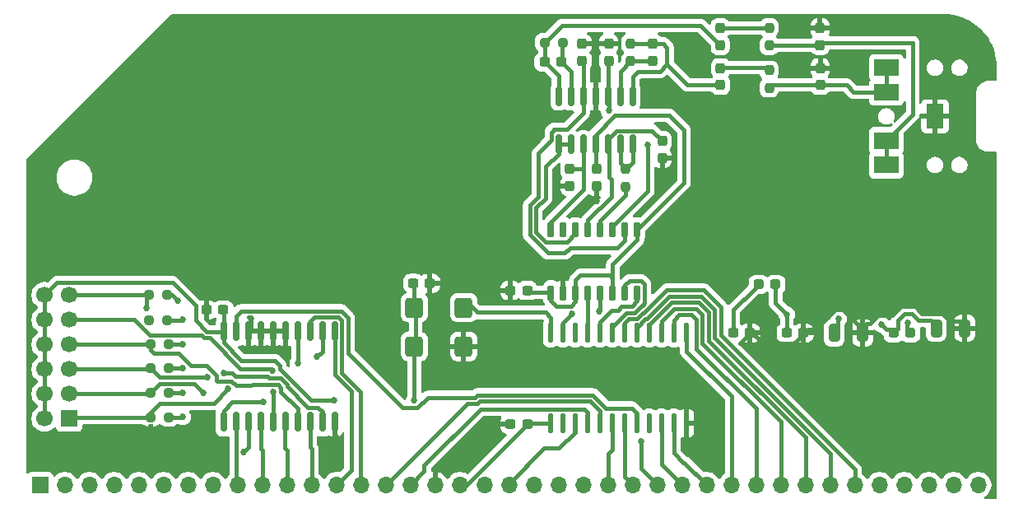
<source format=gbr>
%TF.GenerationSoftware,KiCad,Pcbnew,9.0.1+1*%
%TF.CreationDate,2025-08-28T22:24:37+00:00*%
%TF.ProjectId,rcbus-ymf262,72636275-732d-4796-9d66-3236322e6b69,@version@*%
%TF.SameCoordinates,Original*%
%TF.FileFunction,Copper,L1,Top*%
%TF.FilePolarity,Positive*%
%FSLAX46Y46*%
G04 Gerber Fmt 4.6, Leading zero omitted, Abs format (unit mm)*
G04 Created by KiCad (PCBNEW 9.0.1+1) date 2025-08-28 22:24:37*
%MOMM*%
%LPD*%
G01*
G04 APERTURE LIST*
G04 Aperture macros list*
%AMRoundRect*
0 Rectangle with rounded corners*
0 $1 Rounding radius*
0 $2 $3 $4 $5 $6 $7 $8 $9 X,Y pos of 4 corners*
0 Add a 4 corners polygon primitive as box body*
4,1,4,$2,$3,$4,$5,$6,$7,$8,$9,$2,$3,0*
0 Add four circle primitives for the rounded corners*
1,1,$1+$1,$2,$3*
1,1,$1+$1,$4,$5*
1,1,$1+$1,$6,$7*
1,1,$1+$1,$8,$9*
0 Add four rect primitives between the rounded corners*
20,1,$1+$1,$2,$3,$4,$5,0*
20,1,$1+$1,$4,$5,$6,$7,0*
20,1,$1+$1,$6,$7,$8,$9,0*
20,1,$1+$1,$8,$9,$2,$3,0*%
G04 Aperture macros list end*
%TA.AperFunction,SMDPad,CuDef*%
%ADD10RoundRect,0.237500X0.300000X0.237500X-0.300000X0.237500X-0.300000X-0.237500X0.300000X-0.237500X0*%
%TD*%
%TA.AperFunction,ComponentPad*%
%ADD11R,2.500000X1.800000*%
%TD*%
%TA.AperFunction,ComponentPad*%
%ADD12R,1.800000X2.500000*%
%TD*%
%TA.AperFunction,ComponentPad*%
%ADD13R,1.700000X1.700000*%
%TD*%
%TA.AperFunction,ComponentPad*%
%ADD14C,1.700000*%
%TD*%
%TA.AperFunction,ComponentPad*%
%ADD15O,1.700000X1.700000*%
%TD*%
%TA.AperFunction,SMDPad,CuDef*%
%ADD16RoundRect,0.150000X0.150000X-0.875000X0.150000X0.875000X-0.150000X0.875000X-0.150000X-0.875000X0*%
%TD*%
%TA.AperFunction,SMDPad,CuDef*%
%ADD17RoundRect,0.237500X-0.237500X0.300000X-0.237500X-0.300000X0.237500X-0.300000X0.237500X0.300000X0*%
%TD*%
%TA.AperFunction,SMDPad,CuDef*%
%ADD18RoundRect,0.137500X0.137500X-0.862500X0.137500X0.862500X-0.137500X0.862500X-0.137500X-0.862500X0*%
%TD*%
%TA.AperFunction,SMDPad,CuDef*%
%ADD19RoundRect,0.250000X-0.650000X-0.750000X0.650000X-0.750000X0.650000X0.750000X-0.650000X0.750000X0*%
%TD*%
%TA.AperFunction,SMDPad,CuDef*%
%ADD20RoundRect,0.237500X-0.287500X-0.237500X0.287500X-0.237500X0.287500X0.237500X-0.287500X0.237500X0*%
%TD*%
%TA.AperFunction,SMDPad,CuDef*%
%ADD21RoundRect,0.150000X0.150000X-0.650000X0.150000X0.650000X-0.150000X0.650000X-0.150000X-0.650000X0*%
%TD*%
%TA.AperFunction,SMDPad,CuDef*%
%ADD22RoundRect,0.237500X-0.300000X-0.237500X0.300000X-0.237500X0.300000X0.237500X-0.300000X0.237500X0*%
%TD*%
%TA.AperFunction,SMDPad,CuDef*%
%ADD23RoundRect,0.237500X0.250000X0.237500X-0.250000X0.237500X-0.250000X-0.237500X0.250000X-0.237500X0*%
%TD*%
%TA.AperFunction,SMDPad,CuDef*%
%ADD24RoundRect,0.237500X-0.237500X0.250000X-0.237500X-0.250000X0.237500X-0.250000X0.237500X0.250000X0*%
%TD*%
%TA.AperFunction,SMDPad,CuDef*%
%ADD25RoundRect,0.237500X0.237500X-0.300000X0.237500X0.300000X-0.237500X0.300000X-0.237500X-0.300000X0*%
%TD*%
%TA.AperFunction,SMDPad,CuDef*%
%ADD26RoundRect,0.237500X0.237500X-0.250000X0.237500X0.250000X-0.237500X0.250000X-0.237500X-0.250000X0*%
%TD*%
%TA.AperFunction,SMDPad,CuDef*%
%ADD27RoundRect,0.150000X0.150000X-0.825000X0.150000X0.825000X-0.150000X0.825000X-0.150000X-0.825000X0*%
%TD*%
%TA.AperFunction,SMDPad,CuDef*%
%ADD28RoundRect,0.250000X-0.325000X-0.650000X0.325000X-0.650000X0.325000X0.650000X-0.325000X0.650000X0*%
%TD*%
%TA.AperFunction,SMDPad,CuDef*%
%ADD29RoundRect,0.237500X0.287500X0.237500X-0.287500X0.237500X-0.287500X-0.237500X0.287500X-0.237500X0*%
%TD*%
%TA.AperFunction,ViaPad*%
%ADD30C,0.685800*%
%TD*%
%TA.AperFunction,Conductor*%
%ADD31C,0.381000*%
%TD*%
G04 APERTURE END LIST*
D10*
%TO.P,C1,1*%
%TO.N,VCC*%
X112112500Y-156750000D03*
%TO.P,C1,2*%
%TO.N,GND*%
X110387500Y-156750000D03*
%TD*%
%TO.P,C7,1*%
%TO.N,+5VA*%
X112112500Y-143000000D03*
%TO.P,C7,2*%
%TO.N,GND*%
X110387500Y-143000000D03*
%TD*%
D11*
%TO.P,CON1,R*%
%TO.N,Net-(C18-Pad1)*%
X149069000Y-130095000D03*
%TO.P,CON1,RN*%
X149069000Y-127595000D03*
D12*
%TO.P,CON1,S*%
%TO.N,GND*%
X154069000Y-125095000D03*
D11*
%TO.P,CON1,T*%
%TO.N,Net-(C17-Pad1)*%
X149069000Y-120095000D03*
%TO.P,CON1,TN*%
X149069000Y-122595000D03*
%TD*%
D13*
%TO.P,JP1,1,Pin_1*%
%TO.N,Net-(JP1-Pin_1)*%
X65000000Y-156160000D03*
D14*
%TO.P,JP1,2,Pin_2*%
%TO.N,VCC*%
X62460000Y-156160000D03*
%TO.P,JP1,3,Pin_3*%
%TO.N,Net-(JP1-Pin_3)*%
X65000000Y-153620000D03*
%TO.P,JP1,4,Pin_4*%
%TO.N,VCC*%
X62460000Y-153620000D03*
%TO.P,JP1,5,Pin_5*%
%TO.N,Net-(JP1-Pin_5)*%
X65000000Y-151080000D03*
%TO.P,JP1,6,Pin_6*%
%TO.N,VCC*%
X62460000Y-151080000D03*
%TO.P,JP1,7,Pin_7*%
%TO.N,Net-(JP1-Pin_7)*%
X65000000Y-148540000D03*
%TO.P,JP1,8,Pin_8*%
%TO.N,VCC*%
X62460000Y-148540000D03*
%TO.P,JP1,9,Pin_9*%
%TO.N,Net-(JP1-Pin_9)*%
X65000000Y-146000000D03*
%TO.P,JP1,10,Pin_10*%
%TO.N,VCC*%
X62460000Y-146000000D03*
%TO.P,JP1,11,Pin_11*%
%TO.N,Net-(JP1-Pin_11)*%
X65000000Y-143460000D03*
%TO.P,JP1,12,Pin_12*%
%TO.N,VCC*%
X62460000Y-143460000D03*
%TD*%
D13*
%TO.P,P1,1,Pin_1*%
%TO.N,unconnected-(P1-Pin_1-Pad1)*%
X62000000Y-163000000D03*
D15*
%TO.P,P1,2,Pin_2*%
%TO.N,unconnected-(P1-Pin_2-Pad2)*%
X64540000Y-163000000D03*
%TO.P,P1,3,Pin_3*%
%TO.N,unconnected-(P1-Pin_3-Pad3)*%
X67080000Y-163000000D03*
%TO.P,P1,4,Pin_4*%
%TO.N,unconnected-(P1-Pin_4-Pad4)*%
X69620000Y-163000000D03*
%TO.P,P1,5,Pin_5*%
%TO.N,unconnected-(P1-Pin_5-Pad5)*%
X72160000Y-163000000D03*
%TO.P,P1,6,Pin_6*%
%TO.N,unconnected-(P1-Pin_6-Pad6)*%
X74700000Y-163000000D03*
%TO.P,P1,7,Pin_7*%
%TO.N,unconnected-(P1-Pin_7-Pad7)*%
X77240000Y-163000000D03*
%TO.P,P1,8,Pin_8*%
%TO.N,unconnected-(P1-Pin_8-Pad8)*%
X79780000Y-163000000D03*
%TO.P,P1,9,Pin_9*%
%TO.N,/A7*%
X82320000Y-163000000D03*
%TO.P,P1,10,Pin_10*%
%TO.N,/A6*%
X84860000Y-163000000D03*
%TO.P,P1,11,Pin_11*%
%TO.N,/A5*%
X87400000Y-163000000D03*
%TO.P,P1,12,Pin_12*%
%TO.N,/A4*%
X89940000Y-163000000D03*
%TO.P,P1,13,Pin_13*%
%TO.N,/A3*%
X92480000Y-163000000D03*
%TO.P,P1,14,Pin_14*%
%TO.N,/A2*%
X95020000Y-163000000D03*
%TO.P,P1,15,Pin_15*%
%TO.N,/A1*%
X97560000Y-163000000D03*
%TO.P,P1,16,Pin_16*%
%TO.N,/A0*%
X100100000Y-163000000D03*
%TO.P,P1,17,Pin_17*%
%TO.N,GND*%
X102640000Y-163000000D03*
%TO.P,P1,18,Pin_18*%
%TO.N,VCC*%
X105180000Y-163000000D03*
%TO.P,P1,19,Pin_19*%
%TO.N,unconnected-(P1-Pin_19-Pad19)*%
X107720000Y-163000000D03*
%TO.P,P1,20,Pin_20*%
%TO.N,/~{RESET}*%
X110260000Y-163000000D03*
%TO.P,P1,21,Pin_21*%
%TO.N,unconnected-(P1-Pin_21-Pad21)*%
X112800000Y-163000000D03*
%TO.P,P1,22,Pin_22*%
%TO.N,/~{INT}*%
X115340000Y-163000000D03*
%TO.P,P1,23,Pin_23*%
%TO.N,unconnected-(P1-Pin_23-Pad23)*%
X117880000Y-163000000D03*
%TO.P,P1,24,Pin_24*%
%TO.N,/~{WR}*%
X120420000Y-163000000D03*
%TO.P,P1,25,Pin_25*%
%TO.N,/~{RD}*%
X122960000Y-163000000D03*
%TO.P,P1,26,Pin_26*%
%TO.N,/~{IORQ}*%
X125500000Y-163000000D03*
%TO.P,P1,27,Pin_27*%
%TO.N,/D0*%
X128040000Y-163000000D03*
%TO.P,P1,28,Pin_28*%
%TO.N,/D1*%
X130580000Y-163000000D03*
%TO.P,P1,29,Pin_29*%
%TO.N,/D2*%
X133120000Y-163000000D03*
%TO.P,P1,30,Pin_30*%
%TO.N,/D3*%
X135660000Y-163000000D03*
%TO.P,P1,31,Pin_31*%
%TO.N,/D4*%
X138200000Y-163000000D03*
%TO.P,P1,32,Pin_32*%
%TO.N,/D5*%
X140740000Y-163000000D03*
%TO.P,P1,33,Pin_33*%
%TO.N,/D6*%
X143280000Y-163000000D03*
%TO.P,P1,34,Pin_34*%
%TO.N,/D7*%
X145820000Y-163000000D03*
%TO.P,P1,35,Pin_35*%
%TO.N,unconnected-(P1-Pin_35-Pad35)*%
X148360000Y-163000000D03*
%TO.P,P1,36,Pin_36*%
%TO.N,unconnected-(P1-Pin_36-Pad36)*%
X150900000Y-163000000D03*
%TO.P,P1,37,Pin_37*%
%TO.N,unconnected-(P1-Pin_37-Pad37)*%
X153440000Y-163000000D03*
%TO.P,P1,38,Pin_38*%
%TO.N,unconnected-(P1-Pin_38-Pad38)*%
X155980000Y-163000000D03*
%TO.P,P1,39,Pin_39*%
%TO.N,unconnected-(P1-Pin_39-Pad39)*%
X158520000Y-163000000D03*
%TD*%
D16*
%TO.P,U1,1,G*%
%TO.N,/~{IORQ}*%
X80880000Y-156500000D03*
%TO.P,U1,2,P0*%
%TO.N,/A7*%
X82150000Y-156500000D03*
%TO.P,U1,3,R0*%
%TO.N,Net-(JP1-Pin_11)*%
X83420000Y-156500000D03*
%TO.P,U1,4,P1*%
%TO.N,/A6*%
X84690000Y-156500000D03*
%TO.P,U1,5,R1*%
%TO.N,Net-(JP1-Pin_9)*%
X85960000Y-156500000D03*
%TO.P,U1,6,P2*%
%TO.N,/A5*%
X87230000Y-156500000D03*
%TO.P,U1,7,R2*%
%TO.N,Net-(JP1-Pin_7)*%
X88500000Y-156500000D03*
%TO.P,U1,8,P3*%
%TO.N,/A4*%
X89770000Y-156500000D03*
%TO.P,U1,9,R3*%
%TO.N,Net-(JP1-Pin_5)*%
X91040000Y-156500000D03*
%TO.P,U1,10,GND*%
%TO.N,GND*%
X92310000Y-156500000D03*
%TO.P,U1,11,P4*%
%TO.N,/A3*%
X92310000Y-147200000D03*
%TO.P,U1,12,R4*%
%TO.N,Net-(JP1-Pin_3)*%
X91040000Y-147200000D03*
%TO.P,U1,13,P5*%
%TO.N,/A2*%
X89770000Y-147200000D03*
%TO.P,U1,14,R5*%
%TO.N,Net-(JP1-Pin_1)*%
X88500000Y-147200000D03*
%TO.P,U1,15,P6*%
%TO.N,GND*%
X87230000Y-147200000D03*
%TO.P,U1,16,R6*%
X85960000Y-147200000D03*
%TO.P,U1,17,P7*%
X84690000Y-147200000D03*
%TO.P,U1,18,R7*%
X83420000Y-147200000D03*
%TO.P,U1,19,P=R*%
%TO.N,/~{CS}*%
X82150000Y-147200000D03*
%TO.P,U1,20,VCC*%
%TO.N,VCC*%
X80880000Y-147200000D03*
%TD*%
D17*
%TO.P,C11,1*%
%TO.N,Net-(U3-AOUT)*%
X126000000Y-127637500D03*
%TO.P,C11,2*%
%TO.N,GND*%
X126000000Y-129362500D03*
%TD*%
%TO.P,C8,1*%
%TO.N,Net-(U3-CV)*%
X116500000Y-130500000D03*
%TO.P,C8,2*%
%TO.N,GND*%
X116500000Y-132225000D03*
%TD*%
%TO.P,C12,1*%
%TO.N,+5VA*%
X119250000Y-130500000D03*
%TO.P,C12,2*%
%TO.N,GND*%
X119250000Y-132225000D03*
%TD*%
D18*
%TO.P,U2,1,VDD*%
%TO.N,VCC*%
X114515000Y-156650000D03*
%TO.P,U2,2,~{IRQ}*%
%TO.N,unconnected-(U2-~{IRQ}-Pad2)*%
X115785000Y-156650000D03*
%TO.P,U2,3,~{IC}*%
%TO.N,/~{RESET}*%
X117055000Y-156650000D03*
%TO.P,U2,4,A_{0}*%
%TO.N,/A0*%
X118325000Y-156650000D03*
%TO.P,U2,5,A_{1}*%
%TO.N,/A1*%
X119595000Y-156650000D03*
%TO.P,U2,6,~{WR}*%
%TO.N,/~{WR}*%
X120865000Y-156650000D03*
%TO.P,U2,7,~{RD}*%
%TO.N,/~{RD}*%
X122135000Y-156650000D03*
%TO.P,U2,8,~{CS}*%
%TO.N,/~{CS}*%
X123405000Y-156650000D03*
%TO.P,U2,9,TEST*%
%TO.N,unconnected-(U2-TEST-Pad9)*%
X124675000Y-156650000D03*
%TO.P,U2,10,D_{0}*%
%TO.N,/D0*%
X125945000Y-156650000D03*
%TO.P,U2,11,D_{1}*%
%TO.N,/D1*%
X127215000Y-156650000D03*
%TO.P,U2,12,GND*%
%TO.N,GND*%
X128485000Y-156650000D03*
%TO.P,U2,13,D_{2}*%
%TO.N,/D2*%
X128485000Y-147350000D03*
%TO.P,U2,14,D_{3}*%
%TO.N,/D3*%
X127215000Y-147350000D03*
%TO.P,U2,15,D_{4}*%
%TO.N,/D4*%
X125945000Y-147350000D03*
%TO.P,U2,16,D_{5}*%
%TO.N,/D5*%
X124675000Y-147350000D03*
%TO.P,U2,17,D_{6}*%
%TO.N,/D6*%
X123405000Y-147350000D03*
%TO.P,U2,18,D_{7}*%
%TO.N,/D7*%
X122135000Y-147350000D03*
%TO.P,U2,19,SMPBD*%
%TO.N,/SMPBD*%
X120865000Y-147350000D03*
%TO.P,U2,20,SMPAC*%
%TO.N,/SMPAC*%
X119595000Y-147350000D03*
%TO.P,U2,21,DOAB*%
%TO.N,/DOAB*%
X118325000Y-147350000D03*
%TO.P,U2,22,DOCD*%
%TO.N,unconnected-(U2-DOCD-Pad22)*%
X117055000Y-147350000D03*
%TO.P,U2,23,\u03A6SY*%
%TO.N,/DAC_CLK*%
X115785000Y-147350000D03*
%TO.P,U2,24,\u03A6M*%
%TO.N,/CLK*%
X114515000Y-147350000D03*
%TD*%
D10*
%TO.P,C6,1*%
%TO.N,VCC*%
X80862500Y-145000000D03*
%TO.P,C6,2*%
%TO.N,GND*%
X79137500Y-145000000D03*
%TD*%
D19*
%TO.P,Y1,1,EN*%
%TO.N,VCC*%
X100500000Y-148750000D03*
%TO.P,Y1,2,GND*%
%TO.N,GND*%
X105580000Y-148750000D03*
%TO.P,Y1,3,OUT*%
%TO.N,/CLK*%
X105580000Y-144750000D03*
%TO.P,Y1,4,Vdd*%
%TO.N,VCC*%
X100500000Y-144750000D03*
%TD*%
D20*
%TO.P,L2,1,1*%
%TO.N,+5VA*%
X149792400Y-147368100D03*
%TO.P,L2,2,2*%
%TO.N,Net-(C3-Pad1)*%
X151542400Y-147368100D03*
%TD*%
D21*
%TO.P,U3,1,VDD*%
%TO.N,+5VA*%
X114555000Y-143250000D03*
%TO.P,U3,2,GND*%
%TO.N,GND*%
X115825000Y-143250000D03*
%TO.P,U3,3,VDD*%
%TO.N,+5VA*%
X117095000Y-143250000D03*
%TO.P,U3,4,DIN*%
%TO.N,/DOAB*%
X118365000Y-143250000D03*
%TO.P,U3,5,CLK*%
%TO.N,/DAC_CLK*%
X119635000Y-143250000D03*
%TO.P,U3,6,FSEL*%
%TO.N,+5VA*%
X120905000Y-143250000D03*
%TO.P,U3,7,SMP2*%
%TO.N,/SMPBD*%
X122175000Y-143250000D03*
%TO.P,U3,8,SMP1*%
%TO.N,/SMPAC*%
X123445000Y-143250000D03*
%TO.P,U3,9,TST1*%
%TO.N,+5VA*%
X123445000Y-136750000D03*
%TO.P,U3,10,CH1*%
%TO.N,/AUDIO_CH1*%
X122175000Y-136750000D03*
%TO.P,U3,11,CH2*%
%TO.N,/AUDIO_CH2*%
X120905000Y-136750000D03*
%TO.P,U3,12,SWIN*%
%TO.N,Net-(U3-SWIN)*%
X119635000Y-136750000D03*
%TO.P,U3,13,AOUT*%
%TO.N,Net-(U3-AOUT)*%
X118365000Y-136750000D03*
%TO.P,U3,14,MP*%
%TO.N,Net-(U3-MP)*%
X117095000Y-136750000D03*
%TO.P,U3,15,TST2*%
%TO.N,unconnected-(U3-TST2-Pad15)*%
X115825000Y-136750000D03*
%TO.P,U3,16,CV*%
%TO.N,Net-(U3-CV)*%
X114555000Y-136750000D03*
%TD*%
D22*
%TO.P,C2,1*%
%TO.N,VCC*%
X133304900Y-147368100D03*
%TO.P,C2,2*%
%TO.N,GND*%
X135029900Y-147368100D03*
%TD*%
D23*
%TO.P,R6,1*%
%TO.N,Net-(JP1-Pin_1)*%
X75225000Y-156020000D03*
%TO.P,R6,2*%
%TO.N,GND*%
X73400000Y-156020000D03*
%TD*%
D17*
%TO.P,C13,1*%
%TO.N,/L*%
X125000000Y-117637500D03*
%TO.P,C13,2*%
%TO.N,Net-(U4C--)*%
X125000000Y-119362500D03*
%TD*%
D24*
%TO.P,R10,1*%
%TO.N,Net-(C15-Pad2)*%
X137000000Y-120337500D03*
%TO.P,R10,2*%
%TO.N,Net-(C17-Pad1)*%
X137000000Y-122162500D03*
%TD*%
D25*
%TO.P,C9,1*%
%TO.N,/AUDIO_CH2*%
X120500000Y-119362500D03*
%TO.P,C9,2*%
%TO.N,GND*%
X120500000Y-117637500D03*
%TD*%
D23*
%TO.P,R5,1*%
%TO.N,Net-(JP1-Pin_3)*%
X75225000Y-153510000D03*
%TO.P,R5,2*%
%TO.N,GND*%
X73400000Y-153510000D03*
%TD*%
%TO.P,R9,1*%
%TO.N,Net-(U4D--)*%
X115750000Y-117500000D03*
%TO.P,R9,2*%
%TO.N,/R*%
X113925000Y-117500000D03*
%TD*%
D25*
%TO.P,C17,1*%
%TO.N,Net-(C17-Pad1)*%
X142250000Y-121862500D03*
%TO.P,C17,2*%
%TO.N,GND*%
X142250000Y-120137500D03*
%TD*%
D26*
%TO.P,R7,1*%
%TO.N,Net-(U3-SWIN)*%
X122250000Y-132325000D03*
%TO.P,R7,2*%
%TO.N,Net-(U4B--)*%
X122250000Y-130500000D03*
%TD*%
%TO.P,R8,1*%
%TO.N,Net-(U4C--)*%
X122750000Y-119412500D03*
%TO.P,R8,2*%
%TO.N,/L*%
X122750000Y-117587500D03*
%TD*%
D23*
%TO.P,R3,1*%
%TO.N,Net-(JP1-Pin_7)*%
X75225000Y-148490000D03*
%TO.P,R3,2*%
%TO.N,GND*%
X73400000Y-148490000D03*
%TD*%
%TO.P,R1,1*%
%TO.N,Net-(JP1-Pin_11)*%
X75050000Y-143470000D03*
%TO.P,R1,2*%
%TO.N,GND*%
X73225000Y-143470000D03*
%TD*%
D25*
%TO.P,C10,1*%
%TO.N,/AUDIO_CH1*%
X117750000Y-119362500D03*
%TO.P,C10,2*%
%TO.N,GND*%
X117750000Y-117637500D03*
%TD*%
D23*
%TO.P,R2,1*%
%TO.N,Net-(JP1-Pin_9)*%
X75050000Y-146060000D03*
%TO.P,R2,2*%
%TO.N,GND*%
X73225000Y-146060000D03*
%TD*%
D27*
%TO.P,U4,1*%
%TO.N,Net-(U3-MP)*%
X115327500Y-127975000D03*
%TO.P,U4,2,-*%
X116597500Y-127975000D03*
%TO.P,U4,3,+*%
%TO.N,Net-(U3-CV)*%
X117867500Y-127975000D03*
%TO.P,U4,4,V+*%
%TO.N,+5VA*%
X119137500Y-127975000D03*
%TO.P,U4,5,+*%
%TO.N,Net-(U3-AOUT)*%
X120407500Y-127975000D03*
%TO.P,U4,6,-*%
%TO.N,Net-(U4B--)*%
X121677500Y-127975000D03*
%TO.P,U4,7*%
X122947500Y-127975000D03*
%TO.P,U4,8*%
%TO.N,/L*%
X122947500Y-123025000D03*
%TO.P,U4,9,-*%
%TO.N,Net-(U4C--)*%
X121677500Y-123025000D03*
%TO.P,U4,10,+*%
%TO.N,/AUDIO_CH2*%
X120407500Y-123025000D03*
%TO.P,U4,11,V-*%
%TO.N,GND*%
X119137500Y-123025000D03*
%TO.P,U4,12,+*%
%TO.N,/AUDIO_CH1*%
X117867500Y-123025000D03*
%TO.P,U4,13,-*%
%TO.N,Net-(U4D--)*%
X116597500Y-123025000D03*
%TO.P,U4,14*%
%TO.N,/R*%
X115327500Y-123025000D03*
%TD*%
D25*
%TO.P,C16,1*%
%TO.N,/R*%
X131964600Y-117750000D03*
%TO.P,C16,2*%
%TO.N,Net-(C16-Pad2)*%
X131964600Y-116025000D03*
%TD*%
D28*
%TO.P,C4,1*%
%TO.N,Net-(C3-Pad1)*%
X143692400Y-147368100D03*
%TO.P,C4,2*%
%TO.N,GND*%
X146642400Y-147368100D03*
%TD*%
D23*
%TO.P,R4,1*%
%TO.N,Net-(JP1-Pin_5)*%
X75225000Y-151000000D03*
%TO.P,R4,2*%
%TO.N,GND*%
X73400000Y-151000000D03*
%TD*%
D28*
%TO.P,C5,1*%
%TO.N,+5VA*%
X154192400Y-146868100D03*
%TO.P,C5,2*%
%TO.N,GND*%
X157142400Y-146868100D03*
%TD*%
D25*
%TO.P,C18,1*%
%TO.N,Net-(C18-Pad1)*%
X142239600Y-117750000D03*
%TO.P,C18,2*%
%TO.N,GND*%
X142239600Y-116025000D03*
%TD*%
%TO.P,C15,1*%
%TO.N,/L*%
X132000000Y-121862500D03*
%TO.P,C15,2*%
%TO.N,Net-(C15-Pad2)*%
X132000000Y-120137500D03*
%TD*%
D24*
%TO.P,R11,1*%
%TO.N,Net-(C16-Pad2)*%
X137014600Y-115975000D03*
%TO.P,R11,2*%
%TO.N,Net-(C18-Pad1)*%
X137014600Y-117800000D03*
%TD*%
D22*
%TO.P,C19,1*%
%TO.N,VCC*%
X100387500Y-142250000D03*
%TO.P,C19,2*%
%TO.N,GND*%
X102112500Y-142250000D03*
%TD*%
%TO.P,C3,1*%
%TO.N,Net-(C3-Pad1)*%
X138804900Y-147368100D03*
%TO.P,C3,2*%
%TO.N,GND*%
X140529900Y-147368100D03*
%TD*%
D29*
%TO.P,L1,1,1*%
%TO.N,Net-(C3-Pad1)*%
X137667400Y-142368100D03*
%TO.P,L1,2,2*%
%TO.N,VCC*%
X135917400Y-142368100D03*
%TD*%
D10*
%TO.P,C14,1*%
%TO.N,Net-(U4D--)*%
X115612500Y-119500000D03*
%TO.P,C14,2*%
%TO.N,/R*%
X113887500Y-119500000D03*
%TD*%
D30*
%TO.N,VCC*%
X92212600Y-154250000D03*
X100500000Y-154250000D03*
%TO.N,GND*%
X61000000Y-135000000D03*
X81000000Y-130000000D03*
X71000000Y-135000000D03*
X86000000Y-115000000D03*
X86000000Y-140000000D03*
X91000000Y-140000000D03*
X96000000Y-135000000D03*
X91000000Y-125000000D03*
X101000000Y-135000000D03*
X81000000Y-125000000D03*
X86000000Y-130000000D03*
X61000000Y-140000000D03*
X76000000Y-115000000D03*
X76000000Y-130000000D03*
X106000000Y-140000000D03*
X81000000Y-115000000D03*
X61000000Y-155000000D03*
X71000000Y-140000000D03*
X81000000Y-140000000D03*
X128485000Y-158500000D03*
X86000000Y-125000000D03*
X91000000Y-135000000D03*
X66000000Y-125000000D03*
X101000000Y-120000000D03*
X126000000Y-131000000D03*
X101000000Y-140000000D03*
X115800000Y-141400000D03*
X61000000Y-130000000D03*
X119000000Y-120750000D03*
X101000000Y-130000000D03*
X76000000Y-120000000D03*
X83731069Y-145881900D03*
X91000000Y-120000000D03*
X76000000Y-140000000D03*
X106000000Y-115000000D03*
X119250000Y-133750000D03*
X61000000Y-150000000D03*
X96000000Y-120000000D03*
X96000000Y-130000000D03*
X115000000Y-132250000D03*
X66000000Y-140000000D03*
X96000000Y-115000000D03*
X61000000Y-160000000D03*
X101000000Y-115000000D03*
X106000000Y-135000000D03*
X86000000Y-120000000D03*
X61000000Y-145000000D03*
X143702100Y-115987500D03*
X71000000Y-120000000D03*
X92955615Y-158503700D03*
X106000000Y-120000000D03*
X106000000Y-130000000D03*
X76000000Y-125000000D03*
X91000000Y-115000000D03*
X81000000Y-120000000D03*
X96000000Y-125000000D03*
X71000000Y-130000000D03*
X91000000Y-130000000D03*
X106000000Y-125000000D03*
X143800000Y-120100000D03*
X86000000Y-135000000D03*
X81000000Y-135000000D03*
X76000000Y-135000000D03*
X71000000Y-125000000D03*
X96000000Y-140000000D03*
X101000000Y-125000000D03*
X66000000Y-135000000D03*
%TO.N,/~{IORQ}*%
X123800000Y-158500000D03*
X85000000Y-154450000D03*
%TO.N,/DAC_CLK*%
X119537412Y-145143729D03*
X116700000Y-145400000D03*
%TO.N,Net-(C3-Pad1)*%
X138817400Y-145468100D03*
X151293900Y-146295300D03*
X144160700Y-145870000D03*
%TO.N,/AUDIO_CH2*%
X124500000Y-128000000D03*
X120500000Y-124500000D03*
%TO.N,+5VA*%
X148595900Y-146504300D03*
%TO.N,Net-(JP1-Pin_1)*%
X76700000Y-156000000D03*
X88500001Y-150474799D03*
X81368224Y-153118224D03*
%TO.N,Net-(JP1-Pin_9)*%
X85895910Y-151240000D03*
X76700000Y-146000000D03*
X85983804Y-153449800D03*
%TO.N,Net-(JP1-Pin_7)*%
X76700000Y-148500000D03*
%TO.N,Net-(JP1-Pin_11)*%
X76143018Y-144056982D03*
X72956600Y-144814800D03*
X82937400Y-159600000D03*
%TO.N,Net-(JP1-Pin_3)*%
X76700000Y-153500000D03*
X78805238Y-153471756D03*
X90500000Y-149817600D03*
%TO.N,Net-(JP1-Pin_5)*%
X80874257Y-151454431D03*
X76700000Y-151000000D03*
X79176756Y-151880846D03*
%TD*%
D31*
%TO.N,VCC*%
X114515000Y-156650000D02*
X112212500Y-156650000D01*
X80880000Y-145017500D02*
X80862500Y-145000000D01*
X105180000Y-163000000D02*
X105862500Y-163000000D01*
X89914144Y-154250000D02*
X92212600Y-154250000D01*
X100500000Y-152000000D02*
X100500000Y-154250000D01*
X100500000Y-149470000D02*
X100620000Y-149350000D01*
X63755500Y-142164500D02*
X75639501Y-142164500D01*
X133317400Y-147355600D02*
X133304900Y-147368100D01*
X135917400Y-142368100D02*
X135500000Y-142800000D01*
X80880000Y-147200000D02*
X80880000Y-148381974D01*
X86683310Y-150714048D02*
X86683310Y-151019166D01*
X62460000Y-143460000D02*
X62460000Y-156160000D01*
X62460000Y-143460000D02*
X63755500Y-142164500D01*
X80880000Y-147200000D02*
X80880000Y-145017500D01*
X100500000Y-152000000D02*
X100500000Y-149470000D01*
X86158741Y-150189479D02*
X86683310Y-150714048D01*
X105862500Y-163000000D02*
X112112500Y-156750000D01*
X80880000Y-148381974D02*
X82687505Y-150189479D01*
X79147876Y-147238600D02*
X80832800Y-147238600D01*
X78000000Y-144524999D02*
X78000000Y-146090724D01*
X100620000Y-144150000D02*
X100620000Y-149350000D01*
X75639501Y-142164500D02*
X78000000Y-144524999D01*
X82687505Y-150189479D02*
X86158741Y-150189479D01*
X78000000Y-146090724D02*
X79147876Y-147238600D01*
X133317400Y-144982600D02*
X133317400Y-147355600D01*
X112212500Y-156650000D02*
X112112500Y-156750000D01*
X100500000Y-142362500D02*
X100387500Y-142250000D01*
X135500000Y-142800000D02*
X133317400Y-144982600D01*
X86683310Y-151019166D02*
X89914144Y-154250000D01*
X100500000Y-144750000D02*
X100500000Y-142362500D01*
%TO.N,GND*%
X115825000Y-141425000D02*
X115800000Y-141400000D01*
X86000000Y-149000000D02*
X87230000Y-149000000D01*
X144311600Y-144826500D02*
X144182500Y-144955600D01*
X135559200Y-147651200D02*
X135029900Y-147368100D01*
X146076600Y-146492700D02*
X146159900Y-146492700D01*
X134600000Y-147800000D02*
X133984500Y-148415500D01*
X85960000Y-147200000D02*
X85960000Y-148960000D01*
X154931500Y-145469200D02*
X154918000Y-145469200D01*
X148217100Y-145589900D02*
X147368700Y-146438300D01*
X153988900Y-145395600D02*
X154754100Y-145395600D01*
X153988900Y-145395600D02*
X153951900Y-145358600D01*
X152728000Y-145358600D02*
X151988300Y-144618900D01*
X136333400Y-148415500D02*
X139613600Y-148415500D01*
X119250000Y-132225000D02*
X119250000Y-133750000D01*
X116500000Y-132225000D02*
X115025000Y-132225000D01*
X103169700Y-163000000D02*
X102640000Y-163000000D01*
X135569100Y-147651200D02*
X135559200Y-147651200D01*
X156576000Y-146170100D02*
X155632400Y-146170100D01*
X83417900Y-147794174D02*
X83417900Y-149000000D01*
X147368700Y-146438300D02*
X147043500Y-146438300D01*
X83731069Y-146888931D02*
X83731069Y-145881900D01*
X84700000Y-149000000D02*
X86000000Y-149000000D01*
X147015400Y-146466400D02*
X147015400Y-146476700D01*
X115825000Y-143250000D02*
X115825000Y-141425000D01*
X144182500Y-144955600D02*
X143781900Y-144955600D01*
X126000000Y-129362500D02*
X126000000Y-131000000D01*
X155632400Y-146170100D02*
X154931500Y-145469200D01*
X141024400Y-147000700D02*
X141024300Y-147000700D01*
X119137500Y-123025000D02*
X119137500Y-120887500D01*
X147015400Y-146476700D02*
X146642400Y-147368100D01*
X83731069Y-145731500D02*
X83731069Y-145881900D01*
X144440700Y-144955600D02*
X144539500Y-144955600D01*
X83417900Y-149000000D02*
X84700000Y-149000000D01*
X146159900Y-146492700D02*
X146180700Y-146513500D01*
X136333400Y-148415500D02*
X135569100Y-147651200D01*
X135029900Y-147368100D02*
X134600000Y-147800000D01*
X154802100Y-145405200D02*
X154763700Y-145405200D01*
X140184300Y-147844800D02*
X140157600Y-147871500D01*
X154811700Y-145414800D02*
X154802100Y-145405200D01*
X84690000Y-148990000D02*
X84700000Y-149000000D01*
X140184300Y-147834900D02*
X140184300Y-147844800D01*
X154877300Y-145442000D02*
X154850100Y-145414800D01*
X119137500Y-120887500D02*
X119000000Y-120750000D01*
X140157600Y-147871500D02*
X139613600Y-148415500D01*
X144311600Y-144826500D02*
X144440700Y-144955600D01*
X92310000Y-156500000D02*
X92310000Y-157858085D01*
X154918000Y-145469200D02*
X154890800Y-145442000D01*
X143762500Y-120137500D02*
X143800000Y-120100000D01*
X128485000Y-156650000D02*
X128485000Y-158500000D01*
X154850100Y-145414800D02*
X154811700Y-145414800D01*
X154890800Y-145442000D02*
X154877300Y-145442000D01*
X92310000Y-157858085D02*
X92955615Y-158503700D01*
X142250000Y-120137500D02*
X143762500Y-120137500D01*
X149628500Y-145589900D02*
X148217100Y-145589900D01*
X87230000Y-149000000D02*
X87230000Y-147664200D01*
X140529900Y-147368100D02*
X140184300Y-147834900D01*
X115025000Y-132225000D02*
X115000000Y-132250000D01*
X144539500Y-144955600D02*
X146076600Y-146492700D01*
X141743700Y-146993800D02*
X141031300Y-146993800D01*
X84690000Y-147200000D02*
X84690000Y-148990000D01*
X142239600Y-116025000D02*
X143664600Y-116025000D01*
X151988300Y-144618900D02*
X150599500Y-144618900D01*
X141031300Y-146993800D02*
X141024400Y-147000700D01*
X147043500Y-146438300D02*
X147015400Y-146466400D01*
X153951900Y-145358600D02*
X152728000Y-145358600D01*
X143781900Y-144955600D02*
X141743700Y-146993800D01*
X143664600Y-116025000D02*
X143702100Y-115987500D01*
X85960000Y-148960000D02*
X86000000Y-149000000D01*
X141024300Y-147000700D02*
X140529900Y-147368100D01*
X154763700Y-145405200D02*
X154754100Y-145395600D01*
X83424720Y-145731500D02*
X83731069Y-145731500D01*
X150599500Y-144618900D02*
X149628500Y-145589900D01*
X146180700Y-146513500D02*
X146642400Y-147368100D01*
X83420000Y-147200000D02*
X83731069Y-146888931D01*
X157142400Y-146868100D02*
X156576000Y-146170100D01*
%TO.N,/CLK*%
X105880000Y-144150000D02*
X106980000Y-145250000D01*
X114515000Y-145765000D02*
X114515000Y-147350000D01*
X114000000Y-145250000D02*
X114515000Y-145765000D01*
X106980000Y-145250000D02*
X114000000Y-145250000D01*
%TO.N,/D0*%
X125945000Y-156650000D02*
X125945000Y-157650500D01*
X125945000Y-157650500D02*
X125945000Y-160905000D01*
X125945000Y-160905000D02*
X128040000Y-163000000D01*
%TO.N,/D1*%
X128267400Y-160687400D02*
X130580000Y-163000000D01*
X128173848Y-160687400D02*
X128267400Y-160687400D01*
X127200000Y-159713552D02*
X128173848Y-160687400D01*
X127200000Y-156665000D02*
X127200000Y-159713552D01*
%TO.N,/D2*%
X128485000Y-149235000D02*
X133120000Y-153870000D01*
X128485000Y-147350000D02*
X128485000Y-149235000D01*
X133120000Y-153870000D02*
X133120000Y-163000000D01*
%TO.N,/D3*%
X127215000Y-147350000D02*
X127215000Y-146035000D01*
X135660000Y-155160000D02*
X135660000Y-163000000D01*
X127215000Y-146035000D02*
X127750000Y-145500000D01*
X129499000Y-145999000D02*
X129499000Y-148999000D01*
X129499000Y-148999000D02*
X135660000Y-155160000D01*
X129000000Y-145500000D02*
X129499000Y-145999000D01*
X127750000Y-145500000D02*
X129000000Y-145500000D01*
%TO.N,/D4*%
X138200000Y-156467268D02*
X130135000Y-148402268D01*
X130135000Y-148402268D02*
X130135000Y-145486974D01*
X125945000Y-146147104D02*
X125945000Y-147350000D01*
X138200000Y-163000000D02*
X138200000Y-156467268D01*
X129513026Y-144865000D02*
X127227104Y-144865000D01*
X127227104Y-144865000D02*
X125945000Y-146147104D01*
X130135000Y-145486974D02*
X129513026Y-144865000D01*
%TO.N,/D5*%
X130770000Y-145223948D02*
X129776052Y-144230000D01*
X124675000Y-146519078D02*
X124675000Y-147350000D01*
X130770000Y-148139242D02*
X130770000Y-145223948D01*
X140740000Y-158109242D02*
X130770000Y-148139242D01*
X129776052Y-144230000D02*
X126964078Y-144230000D01*
X126964078Y-144230000D02*
X124675000Y-146519078D01*
X140740000Y-163000000D02*
X140740000Y-158109242D01*
%TO.N,/D6*%
X130039492Y-143594000D02*
X126700638Y-143594000D01*
X143280000Y-159751216D02*
X131406000Y-147877216D01*
X131406000Y-147877216D02*
X131406000Y-144960508D01*
X123405000Y-146791702D02*
X123405000Y-147350000D01*
X126700638Y-143594000D02*
X124390138Y-145904500D01*
X124292202Y-145904500D02*
X123405000Y-146791702D01*
X131406000Y-144960508D02*
X130039492Y-143594000D01*
X143280000Y-163000000D02*
X143280000Y-159751216D01*
X124390138Y-145904500D02*
X124292202Y-145904500D01*
%TO.N,/D7*%
X122135000Y-146350001D02*
X122135000Y-147350000D01*
X130302518Y-142959000D02*
X126437612Y-142959000D01*
X124024934Y-145269500D02*
X123390934Y-145903500D01*
X145820000Y-163000000D02*
X145820000Y-161391776D01*
X126437612Y-142959000D02*
X124127112Y-145269500D01*
X124127112Y-145269500D02*
X124024934Y-145269500D01*
X123390934Y-145903500D02*
X122581501Y-145903500D01*
X132041000Y-144697482D02*
X130302518Y-142959000D01*
X122581501Y-145903500D02*
X122135000Y-146350001D01*
X145820000Y-161391776D02*
X132041000Y-147612776D01*
X132041000Y-147612776D02*
X132041000Y-144697482D01*
%TO.N,/A1*%
X119595000Y-155345000D02*
X118615000Y-154365000D01*
X105945000Y-154615000D02*
X97560000Y-163000000D01*
X107236974Y-154365000D02*
X106986974Y-154615000D01*
X106986974Y-154615000D02*
X105945000Y-154615000D01*
X118615000Y-154365000D02*
X107236974Y-154365000D01*
X119595000Y-156650000D02*
X119595000Y-155345000D01*
%TO.N,/A4*%
X89770000Y-159070000D02*
X89940000Y-159240000D01*
X89940000Y-159240000D02*
X89940000Y-163000000D01*
X89770000Y-156560000D02*
X89770000Y-159070000D01*
X89800000Y-156530000D02*
X89770000Y-156560000D01*
%TO.N,/A3*%
X94000000Y-161480000D02*
X92480000Y-163000000D01*
X94000000Y-153307629D02*
X94000000Y-161480000D01*
X92300000Y-147210000D02*
X92300000Y-151607629D01*
X92300000Y-151607629D02*
X94000000Y-153307629D01*
%TO.N,/A2*%
X93055500Y-151465103D02*
X95000000Y-153409603D01*
X95000000Y-153409603D02*
X95000000Y-162980000D01*
X90215501Y-145729500D02*
X92710820Y-145729500D01*
X92710820Y-145729500D02*
X93055500Y-146074180D01*
X89770000Y-146175001D02*
X90215501Y-145729500D01*
X95000000Y-162980000D02*
X95020000Y-163000000D01*
X93055500Y-146074180D02*
X93055500Y-151465103D01*
X89770000Y-147200000D02*
X89770000Y-146175001D01*
%TO.N,/A5*%
X87200000Y-156530000D02*
X87200000Y-159200000D01*
X87400000Y-159400000D02*
X87400000Y-163000000D01*
X87200000Y-159200000D02*
X87400000Y-159400000D01*
%TO.N,/A6*%
X84700000Y-156510000D02*
X84700000Y-159300000D01*
X84860000Y-159460000D02*
X84860000Y-163000000D01*
X84700000Y-159300000D02*
X84860000Y-159460000D01*
%TO.N,/A7*%
X82150000Y-162830000D02*
X82320000Y-163000000D01*
X82150000Y-156500000D02*
X82150000Y-162830000D01*
%TO.N,/A0*%
X101521500Y-161578500D02*
X101521500Y-160978500D01*
X100100000Y-163000000D02*
X101521500Y-161578500D01*
X118325000Y-155575000D02*
X118325000Y-156650000D01*
X101521500Y-160978500D02*
X107295500Y-155204500D01*
X107295500Y-155204500D02*
X117954500Y-155204500D01*
X117954500Y-155204500D02*
X118325000Y-155575000D01*
%TO.N,/~{CS}*%
X106973948Y-153730000D02*
X118878026Y-153730000D01*
X106723948Y-153980000D02*
X106973948Y-153730000D01*
X100826152Y-155037400D02*
X101883552Y-153980000D01*
X82150000Y-145598586D02*
X82654086Y-145094500D01*
X101883552Y-153980000D02*
X106723948Y-153980000D01*
X122883200Y-155083200D02*
X123405000Y-155605000D01*
X123405000Y-155605000D02*
X123405000Y-156650000D01*
X82150000Y-147200000D02*
X82150000Y-145598586D01*
X92973846Y-145094500D02*
X93690500Y-145811154D01*
X99287400Y-155037400D02*
X100826152Y-155037400D01*
X93690500Y-149440500D02*
X99287400Y-155037400D01*
X93690500Y-145811154D02*
X93690500Y-149440500D01*
X82654086Y-145094500D02*
X92973846Y-145094500D01*
X120231226Y-155083200D02*
X122883200Y-155083200D01*
X118878026Y-153730000D02*
X120231226Y-155083200D01*
%TO.N,/~{RESET}*%
X115400000Y-159200000D02*
X117055000Y-157545000D01*
X117055000Y-156760000D02*
X117000000Y-156705000D01*
X110260000Y-162825300D02*
X113885300Y-159200000D01*
X113885300Y-159200000D02*
X115400000Y-159200000D01*
X117055000Y-157545000D02*
X117055000Y-156760000D01*
%TO.N,/~{WR}*%
X120865000Y-159335000D02*
X120420000Y-159780000D01*
X120420000Y-159780000D02*
X120420000Y-163000000D01*
X120865000Y-156650000D02*
X120865000Y-159335000D01*
%TO.N,/~{IORQ}*%
X80880000Y-155333552D02*
X81763552Y-154450000D01*
X81763552Y-154450000D02*
X85000000Y-154450000D01*
X125500000Y-163000000D02*
X123800000Y-161300000D01*
X123800000Y-161300000D02*
X123800000Y-158500000D01*
X80880000Y-156500000D02*
X80880000Y-155333552D01*
%TO.N,/~{RD}*%
X122135000Y-157650500D02*
X122135000Y-162175000D01*
X122135000Y-162175000D02*
X122960000Y-163000000D01*
X122135000Y-156650000D02*
X122135000Y-157650500D01*
%TO.N,/DAC_CLK*%
X119635000Y-145046141D02*
X119537412Y-145143729D01*
X115785000Y-147350000D02*
X115785000Y-146315000D01*
X115785000Y-146315000D02*
X116700000Y-145400000D01*
X119635000Y-143250000D02*
X119635000Y-145046141D01*
%TO.N,/R*%
X115327500Y-123025000D02*
X115327500Y-120940000D01*
X113925000Y-119462500D02*
X113887500Y-119500000D01*
X113925000Y-117500000D02*
X113925000Y-119462500D01*
X115675000Y-115750000D02*
X129964600Y-115750000D01*
X129964600Y-115750000D02*
X131964600Y-117750000D01*
X113925000Y-117500000D02*
X115675000Y-115750000D01*
X115327500Y-120940000D02*
X113887500Y-119500000D01*
%TO.N,/L*%
X126500000Y-119750000D02*
X126500000Y-118000000D01*
X124950000Y-117587500D02*
X125000000Y-117637500D01*
X126137500Y-117637500D02*
X125000000Y-117637500D01*
X125750000Y-120500000D02*
X126500000Y-119750000D01*
X126500000Y-118000000D02*
X126137500Y-117637500D01*
X128612500Y-121862500D02*
X132000000Y-121862500D01*
X122947500Y-123025000D02*
X123000000Y-122972500D01*
X122750000Y-117587500D02*
X124950000Y-117587500D01*
X126500000Y-119750000D02*
X128612500Y-121862500D01*
X123500000Y-120500000D02*
X125750000Y-120500000D01*
X123000000Y-122972500D02*
X123000000Y-121000000D01*
X123000000Y-121000000D02*
X123500000Y-120500000D01*
%TO.N,/SMPBD*%
X123997879Y-144497879D02*
X123898529Y-144497879D01*
X122175000Y-143250000D02*
X122175000Y-142450001D01*
X120865000Y-146720561D02*
X120865000Y-147350000D01*
X122175000Y-142450001D02*
X122620501Y-142004500D01*
X124190500Y-142349180D02*
X124190500Y-144305258D01*
X122620501Y-142004500D02*
X123845820Y-142004500D01*
X123898529Y-144497879D02*
X123127908Y-145268500D01*
X123127908Y-145268500D02*
X122317061Y-145268500D01*
X123845820Y-142004500D02*
X124190500Y-142349180D01*
X122317061Y-145268500D02*
X120865000Y-146720561D01*
X124190500Y-144305258D02*
X123997879Y-144497879D01*
%TO.N,/DOAB*%
X118365000Y-143250000D02*
X118325000Y-143290000D01*
X118325000Y-143290000D02*
X118325000Y-147350000D01*
%TO.N,/SMPAC*%
X121443827Y-145013625D02*
X120781069Y-145013625D01*
X119595000Y-146199694D02*
X119595000Y-147350000D01*
X123445000Y-144049999D02*
X122879999Y-144615000D01*
X122879999Y-144615000D02*
X121842452Y-144615000D01*
X120781069Y-145013625D02*
X119595000Y-146199694D01*
X123445000Y-143250000D02*
X123445000Y-144049999D01*
X121842452Y-144615000D02*
X121443827Y-145013625D01*
%TO.N,Net-(C3-Pad1)*%
X138817400Y-146985700D02*
X138817400Y-145468100D01*
X138914400Y-147082700D02*
X138817400Y-146985700D01*
X144065400Y-146476700D02*
X143692400Y-147368100D01*
X137667400Y-144318100D02*
X138817400Y-145468100D01*
X144160700Y-145870000D02*
X144065400Y-145965300D01*
X151542400Y-147368100D02*
X151209300Y-146901200D01*
X137667400Y-142368100D02*
X137667400Y-144318100D01*
X144065400Y-145965300D02*
X144065400Y-146476700D01*
X151209300Y-146901200D02*
X151209300Y-146379900D01*
X151209300Y-146379900D02*
X151293900Y-146295300D01*
%TO.N,Net-(U3-CV)*%
X117867500Y-130500000D02*
X117867500Y-127975000D01*
X116500000Y-130500000D02*
X117867500Y-130500000D01*
X117867500Y-132637501D02*
X117867500Y-130500000D01*
X114555000Y-136750000D02*
X114555000Y-135950001D01*
X114555000Y-135950001D02*
X117867500Y-132637501D01*
%TO.N,Net-(U3-AOUT)*%
X120407500Y-127975000D02*
X120407500Y-127423680D01*
X120500000Y-131311578D02*
X120750000Y-131561578D01*
X121276680Y-126554500D02*
X124917000Y-126554500D01*
X120407500Y-127975000D02*
X120500000Y-128067500D01*
X118365000Y-135748552D02*
X118365000Y-136750000D01*
X120750000Y-131561578D02*
X120750000Y-133363552D01*
X120407500Y-127423680D02*
X121276680Y-126554500D01*
X120500000Y-128067500D02*
X120500000Y-131311578D01*
X124917000Y-126554500D02*
X126000000Y-127637500D01*
X120750000Y-133363552D02*
X118365000Y-135748552D01*
%TO.N,Net-(U4C--)*%
X121677500Y-120485000D02*
X122750000Y-119412500D01*
X122750000Y-119412500D02*
X124950000Y-119412500D01*
X124950000Y-119412500D02*
X125000000Y-119362500D01*
X121677500Y-123025000D02*
X121677500Y-120485000D01*
%TO.N,Net-(U4D--)*%
X115695100Y-119417400D02*
X115612500Y-119500000D01*
X115750000Y-117500000D02*
X115695100Y-117785400D01*
X116597500Y-123025000D02*
X116597500Y-120485000D01*
X115695100Y-117785400D02*
X115695100Y-119417400D01*
X116597500Y-120485000D02*
X115612500Y-119500000D01*
%TO.N,Net-(C15-Pad2)*%
X132078000Y-120059500D02*
X136722000Y-120059500D01*
X136722000Y-120059500D02*
X137000000Y-120337500D01*
X132000000Y-120137500D02*
X132078000Y-120059500D01*
%TO.N,/AUDIO_CH2*%
X124500000Y-132778680D02*
X124500000Y-128000000D01*
X120407500Y-123025000D02*
X120407500Y-119455000D01*
X120905000Y-136750000D02*
X120905000Y-136373680D01*
X120500000Y-123117500D02*
X120407500Y-123025000D01*
X120407500Y-119455000D02*
X120500000Y-119362500D01*
X120905000Y-136373680D02*
X124500000Y-132778680D01*
X120500000Y-124500000D02*
X120500000Y-123117500D01*
%TO.N,+5VA*%
X116600000Y-144612600D02*
X117095000Y-144117600D01*
X117600000Y-141400000D02*
X120605000Y-141400000D01*
X115117601Y-144612600D02*
X116600000Y-144612600D01*
X149310400Y-147000700D02*
X149092300Y-147000700D01*
X112312500Y-143200000D02*
X114505000Y-143200000D01*
X149792400Y-147368100D02*
X149310400Y-147000700D01*
X150209800Y-146936100D02*
X149792400Y-147368100D01*
X149092300Y-147000700D02*
X148595900Y-146504300D01*
X154192400Y-146868100D02*
X153662800Y-146081400D01*
X119137500Y-130387500D02*
X119250000Y-130500000D01*
X117095000Y-144117600D02*
X117095000Y-143250000D01*
X128250000Y-131945000D02*
X123445000Y-136750000D01*
X114555000Y-144049999D02*
X115117601Y-144612600D01*
X120905000Y-141700000D02*
X120905000Y-143250000D01*
X153655500Y-146074100D02*
X152365900Y-146074100D01*
X120905000Y-140295000D02*
X120905000Y-143250000D01*
X120605000Y-141400000D02*
X120905000Y-141700000D01*
X112112500Y-143000000D02*
X112312500Y-143200000D01*
X151672700Y-145380900D02*
X150915100Y-145380900D01*
X150216700Y-146929200D02*
X150209800Y-146936100D01*
X121113552Y-125000000D02*
X126750000Y-125000000D01*
X123445000Y-136750000D02*
X123445000Y-137755000D01*
X119137500Y-127975000D02*
X119137500Y-130387500D01*
X152365900Y-146074100D02*
X151672700Y-145380900D01*
X114555000Y-143250000D02*
X114555000Y-144049999D01*
X117095000Y-143250000D02*
X117095000Y-141905000D01*
X117095000Y-141905000D02*
X117600000Y-141400000D01*
X119137500Y-127975000D02*
X119137500Y-126976052D01*
X119137500Y-126976052D02*
X121113552Y-125000000D01*
X114505000Y-143200000D02*
X114555000Y-143250000D01*
X150216700Y-146079300D02*
X150216700Y-146929200D01*
X150216700Y-146079300D02*
X150915100Y-145380900D01*
X123445000Y-137755000D02*
X120905000Y-140295000D01*
X126750000Y-125000000D02*
X128250000Y-126500000D01*
X153662800Y-146081400D02*
X153655500Y-146074100D01*
X128250000Y-126500000D02*
X128250000Y-131945000D01*
%TO.N,Net-(C16-Pad2)*%
X132440500Y-116000000D02*
X136538700Y-116000000D01*
X132250000Y-116000000D02*
X132440500Y-116000000D01*
X136538700Y-116000000D02*
X136729200Y-116000000D01*
%TO.N,Net-(C17-Pad1)*%
X142037500Y-121862500D02*
X142000000Y-121825000D01*
X137337500Y-121825000D02*
X137000000Y-122162500D01*
X142250000Y-121862500D02*
X142037500Y-121862500D01*
X145695000Y-122595000D02*
X149069000Y-122595000D01*
X149069000Y-122595000D02*
X149069000Y-120095000D01*
X142000000Y-121825000D02*
X137337500Y-121825000D01*
X144962500Y-121862500D02*
X145695000Y-122595000D01*
X142250000Y-121862500D02*
X144962500Y-121862500D01*
%TO.N,Net-(U4B--)*%
X122947500Y-129802500D02*
X122947500Y-127975000D01*
X121677500Y-127975000D02*
X121677500Y-129927500D01*
X121677500Y-129927500D02*
X122250000Y-130500000D01*
X122250000Y-130500000D02*
X122947500Y-129802500D01*
%TO.N,Net-(U3-SWIN)*%
X119635000Y-136750000D02*
X119635000Y-135777500D01*
X119635000Y-135777500D02*
X122250000Y-133162500D01*
X122250000Y-133162500D02*
X122250000Y-132325000D01*
%TO.N,Net-(U3-MP)*%
X114000000Y-133500000D02*
X113000000Y-134500000D01*
X115327500Y-127975000D02*
X115327500Y-128922500D01*
X113000000Y-137000000D02*
X113995500Y-137995500D01*
X115628100Y-127975000D02*
X116296900Y-127975000D01*
X117095000Y-137126320D02*
X117095000Y-136750000D01*
X113000000Y-134500000D02*
X113000000Y-137000000D01*
X116225820Y-137995500D02*
X117095000Y-137126320D01*
X115437600Y-127975000D02*
X115628100Y-127975000D01*
X113995500Y-137995500D02*
X116225820Y-137995500D01*
X116296900Y-127975000D02*
X116487400Y-127975000D01*
X114000000Y-130250000D02*
X114000000Y-133500000D01*
X115327500Y-128922500D02*
X114000000Y-130250000D01*
%TO.N,Net-(C18-Pad1)*%
X137490500Y-117775000D02*
X141763700Y-117775000D01*
X151750000Y-117500000D02*
X151750000Y-124914000D01*
X141763700Y-117775000D02*
X141954200Y-117775000D01*
X151750000Y-124914000D02*
X149069000Y-127595000D01*
X142239600Y-117750000D02*
X142489600Y-117500000D01*
X149069000Y-130095000D02*
X149069000Y-127595000D01*
X137300000Y-117775000D02*
X137490500Y-117775000D01*
X142489600Y-117500000D02*
X151750000Y-117500000D01*
%TO.N,Net-(JP1-Pin_1)*%
X74275352Y-154624648D02*
X79861800Y-154624648D01*
X75225000Y-156020000D02*
X76680000Y-156020000D01*
X72911600Y-156067000D02*
X65850000Y-156067000D01*
X73400000Y-156020000D02*
X73400000Y-155500000D01*
X88500000Y-147200000D02*
X88500001Y-150474799D01*
X73400000Y-155500000D02*
X74275352Y-154624648D01*
X65850000Y-156067000D02*
X65659500Y-156067000D01*
X73102100Y-156067000D02*
X72911600Y-156067000D01*
X79861800Y-154624648D02*
X81368224Y-153118224D01*
X76680000Y-156020000D02*
X76700000Y-156000000D01*
X73400000Y-156020000D02*
X73102100Y-156067000D01*
%TO.N,Net-(JP1-Pin_9)*%
X82640200Y-151040200D02*
X85696110Y-151040200D01*
X76640000Y-146060000D02*
X76700000Y-146000000D01*
X85960000Y-153473604D02*
X85983804Y-153449800D01*
X71718010Y-146013000D02*
X73274510Y-147569500D01*
X65013000Y-146013000D02*
X71718010Y-146013000D01*
X75050000Y-146060000D02*
X76640000Y-146060000D01*
X78580750Y-147569500D02*
X78884850Y-147873600D01*
X73274510Y-147569500D02*
X78580750Y-147569500D01*
X85960000Y-156500000D02*
X85960000Y-153473604D01*
X78884850Y-147873600D02*
X79473600Y-147873600D01*
X79473600Y-147873600D02*
X82640200Y-151040200D01*
X85696110Y-151040200D02*
X85895910Y-151240000D01*
%TO.N,Net-(JP1-Pin_7)*%
X75225000Y-148490000D02*
X76690000Y-148490000D01*
X72911600Y-148537000D02*
X72832700Y-148537000D01*
X72832700Y-148537000D02*
X72829700Y-148540000D01*
X83837600Y-152662400D02*
X83712600Y-152787400D01*
X79118462Y-150709000D02*
X77522552Y-150709000D01*
X76224052Y-149410500D02*
X73710500Y-149410500D01*
X86787400Y-152964712D02*
X86485088Y-152662400D01*
X73102100Y-148537000D02*
X72911600Y-148537000D01*
X81694376Y-152330824D02*
X80214234Y-152330824D01*
X73400000Y-149100000D02*
X73400000Y-148490000D01*
X73400000Y-148490000D02*
X73102100Y-148537000D01*
X77522552Y-150709000D02*
X76224052Y-149410500D01*
X88500000Y-155100000D02*
X86787400Y-153387400D01*
X80135000Y-152251590D02*
X80135000Y-151725538D01*
X83712600Y-152787400D02*
X82150952Y-152787400D01*
X76690000Y-148490000D02*
X76700000Y-148500000D01*
X88500000Y-155898680D02*
X88500000Y-155100000D01*
X73710500Y-149410500D02*
X73400000Y-149100000D01*
X80214234Y-152330824D02*
X80135000Y-152251590D01*
X86485088Y-152662400D02*
X83837600Y-152662400D01*
X72829700Y-148540000D02*
X65000000Y-148540000D01*
X86787400Y-153387400D02*
X86787400Y-152964712D01*
X80135000Y-151725538D02*
X79118462Y-150709000D01*
X82150952Y-152787400D02*
X81694376Y-152330824D01*
%TO.N,Net-(JP1-Pin_11)*%
X75050000Y-143470000D02*
X75556036Y-143470000D01*
X72929400Y-143936800D02*
X73225000Y-143470000D01*
X72927100Y-143460000D02*
X72736600Y-143460000D01*
X75556036Y-143470000D02*
X76143018Y-144056982D01*
X83420000Y-156500000D02*
X83420000Y-159117400D01*
X72736600Y-143460000D02*
X65000000Y-143460000D01*
X72956600Y-144814800D02*
X72929400Y-144787600D01*
X72929400Y-144787600D02*
X72929400Y-143936800D01*
X83420000Y-159117400D02*
X82937400Y-159600000D01*
%TO.N,Net-(JP1-Pin_3)*%
X76690000Y-153510000D02*
X76700000Y-153500000D01*
X75225000Y-153510000D02*
X76690000Y-153510000D01*
X91040000Y-147200000D02*
X91040000Y-149277600D01*
X91040000Y-149277600D02*
X90500000Y-149817600D01*
X65063000Y-153557000D02*
X65000000Y-153620000D01*
X73400000Y-153510000D02*
X73779900Y-153078000D01*
X73779900Y-153078000D02*
X74302400Y-152555500D01*
X77888982Y-152555500D02*
X78805238Y-153471756D01*
X73400000Y-153510000D02*
X73102100Y-153557000D01*
X73102100Y-153557000D02*
X65063000Y-153557000D01*
X74302400Y-152555500D02*
X77888982Y-152555500D01*
%TO.N,Net-(JP1-Pin_5)*%
X80919826Y-151500000D02*
X80874257Y-151454431D01*
X87422400Y-152873222D02*
X87422400Y-152660822D01*
X79137102Y-151920500D02*
X79176756Y-151880846D01*
X73400000Y-151000000D02*
X74320500Y-151920500D01*
X87422400Y-152660822D02*
X86788978Y-152027400D01*
X86788978Y-152027400D02*
X85569758Y-152027400D01*
X85369958Y-151827600D02*
X82089178Y-151827600D01*
X90594499Y-155029500D02*
X89578678Y-155029500D01*
X91040000Y-156500000D02*
X91040000Y-155475001D01*
X75225000Y-151000000D02*
X76700000Y-151000000D01*
X81761578Y-151500000D02*
X80919826Y-151500000D01*
X73400000Y-151000000D02*
X73102100Y-151047000D01*
X65033000Y-151047000D02*
X65000000Y-151080000D01*
X85569758Y-152027400D02*
X85369958Y-151827600D01*
X74320500Y-151920500D02*
X79137102Y-151920500D01*
X89578678Y-155029500D02*
X87422400Y-152873222D01*
X91040000Y-155475001D02*
X90594499Y-155029500D01*
X82089178Y-151827600D02*
X81761578Y-151500000D01*
X73102100Y-151047000D02*
X65033000Y-151047000D01*
%TO.N,/AUDIO_CH1*%
X116519346Y-138600000D02*
X115984346Y-139135000D01*
X114940800Y-126427900D02*
X116172100Y-126427900D01*
X113250000Y-128907200D02*
X114091800Y-128065400D01*
X114858700Y-126455700D02*
X114866900Y-126455700D01*
X114883200Y-126439400D02*
X114906200Y-126439400D01*
X117867500Y-124732500D02*
X117867500Y-123025000D01*
X117867500Y-123025000D02*
X117867500Y-119480000D01*
X114100800Y-127983300D02*
X114582000Y-127502100D01*
X114582000Y-126724300D02*
X114834300Y-126472000D01*
X116172100Y-126427900D02*
X117867500Y-124732500D01*
X114866900Y-126455700D02*
X114883200Y-126439400D01*
X112365000Y-137263026D02*
X112365000Y-134236974D01*
X114582000Y-127502100D02*
X114582000Y-126724300D01*
X114834300Y-126472000D02*
X114842400Y-126472000D01*
X114935100Y-126433600D02*
X114940800Y-126427900D01*
X114236974Y-139135000D02*
X112365000Y-137263026D01*
X112365000Y-134236974D02*
X113250000Y-133351974D01*
X114091800Y-128028800D02*
X114100800Y-128019800D01*
X114100800Y-128019800D02*
X114100800Y-127983300D01*
X122175000Y-137825000D02*
X121400000Y-138600000D01*
X122175000Y-136750000D02*
X122175000Y-137825000D01*
X114842400Y-126472000D02*
X114858700Y-126455700D01*
X114091800Y-128065400D02*
X114091800Y-128028800D01*
X113250000Y-133351974D02*
X113250000Y-128907200D01*
X117867500Y-119480000D02*
X117750000Y-119362500D01*
X115984346Y-139135000D02*
X114236974Y-139135000D01*
X121400000Y-138600000D02*
X116519346Y-138600000D01*
X114912000Y-126433600D02*
X114935100Y-126433600D01*
X114906200Y-126439400D02*
X114912000Y-126433600D01*
%TD*%
%TA.AperFunction,Conductor*%
%TO.N,GND*%
G36*
X155002611Y-114575608D02*
G01*
X155442760Y-114593812D01*
X155453109Y-114594669D01*
X155887674Y-114648838D01*
X155897938Y-114650551D01*
X156326544Y-114740420D01*
X156336612Y-114742969D01*
X156756351Y-114867931D01*
X156766183Y-114871307D01*
X157089139Y-114997325D01*
X157174138Y-115030492D01*
X157183675Y-115034675D01*
X157577094Y-115227006D01*
X157586252Y-115231962D01*
X157962439Y-115456120D01*
X157971158Y-115461816D01*
X158327560Y-115716282D01*
X158335767Y-115722669D01*
X158669954Y-116005712D01*
X158677602Y-116012754D01*
X158987245Y-116322397D01*
X158994288Y-116330046D01*
X159277327Y-116664229D01*
X159283717Y-116672439D01*
X159538183Y-117028841D01*
X159543879Y-117037560D01*
X159768037Y-117413747D01*
X159772993Y-117422905D01*
X159965324Y-117816324D01*
X159969507Y-117825861D01*
X160128689Y-118233807D01*
X160132071Y-118243657D01*
X160257026Y-118663373D01*
X160259582Y-118673468D01*
X160349447Y-119102057D01*
X160351161Y-119112329D01*
X160405328Y-119546876D01*
X160406188Y-119557254D01*
X160424392Y-119997388D01*
X160424500Y-120002595D01*
X160424500Y-121337500D01*
X160404498Y-121405621D01*
X160350842Y-121452114D01*
X160298500Y-121463500D01*
X159536531Y-121463500D01*
X159512000Y-121463500D01*
X159416102Y-121463500D01*
X159226667Y-121493503D01*
X159226664Y-121493503D01*
X159226663Y-121493504D01*
X159044259Y-121552771D01*
X158873363Y-121639847D01*
X158718197Y-121752582D01*
X158718194Y-121752584D01*
X158582584Y-121888194D01*
X158582582Y-121888197D01*
X158469847Y-122043363D01*
X158382771Y-122214259D01*
X158349423Y-122316893D01*
X158323503Y-122396667D01*
X158293500Y-122586102D01*
X158293500Y-122666982D01*
X158293500Y-127483469D01*
X158293500Y-127508000D01*
X158293500Y-127603898D01*
X158323503Y-127793333D01*
X158382772Y-127975742D01*
X158469845Y-128146633D01*
X158582580Y-128301800D01*
X158582582Y-128301802D01*
X158582584Y-128301805D01*
X158718194Y-128437415D01*
X158718197Y-128437417D01*
X158718200Y-128437420D01*
X158873367Y-128550155D01*
X159044258Y-128637228D01*
X159226667Y-128696497D01*
X159416102Y-128726500D01*
X159496982Y-128726500D01*
X160298500Y-128726500D01*
X160366621Y-128746502D01*
X160413114Y-128800158D01*
X160424500Y-128852500D01*
X160424500Y-164298500D01*
X160404498Y-164366621D01*
X160350842Y-164413114D01*
X160298500Y-164424500D01*
X159223820Y-164424500D01*
X159155699Y-164404498D01*
X159109206Y-164350842D01*
X159099102Y-164280568D01*
X159128596Y-164215988D01*
X159166615Y-164186234D01*
X159227816Y-164155051D01*
X159399792Y-164030104D01*
X159550104Y-163879792D01*
X159675051Y-163707816D01*
X159771557Y-163518412D01*
X159837246Y-163316243D01*
X159870500Y-163106287D01*
X159870500Y-162893713D01*
X159837246Y-162683757D01*
X159771557Y-162481588D01*
X159675051Y-162292184D01*
X159550104Y-162120208D01*
X159550101Y-162120205D01*
X159550099Y-162120202D01*
X159399797Y-161969900D01*
X159399794Y-161969898D01*
X159399792Y-161969896D01*
X159251275Y-161861993D01*
X159227819Y-161844951D01*
X159227818Y-161844950D01*
X159227816Y-161844949D01*
X159038412Y-161748443D01*
X158836243Y-161682754D01*
X158626287Y-161649500D01*
X158413713Y-161649500D01*
X158203757Y-161682754D01*
X158203754Y-161682754D01*
X158203753Y-161682755D01*
X158001588Y-161748443D01*
X158001586Y-161748444D01*
X157812180Y-161844951D01*
X157640205Y-161969898D01*
X157640202Y-161969900D01*
X157489900Y-162120202D01*
X157489898Y-162120205D01*
X157364949Y-162292183D01*
X157362265Y-162297451D01*
X157313516Y-162349065D01*
X157244600Y-162366129D01*
X157177399Y-162343226D01*
X157137735Y-162297451D01*
X157135197Y-162292471D01*
X157135051Y-162292184D01*
X157010104Y-162120208D01*
X157010101Y-162120205D01*
X157010099Y-162120202D01*
X156859797Y-161969900D01*
X156859794Y-161969898D01*
X156859792Y-161969896D01*
X156711275Y-161861993D01*
X156687819Y-161844951D01*
X156687818Y-161844950D01*
X156687816Y-161844949D01*
X156498412Y-161748443D01*
X156296243Y-161682754D01*
X156086287Y-161649500D01*
X155873713Y-161649500D01*
X155663757Y-161682754D01*
X155663754Y-161682754D01*
X155663753Y-161682755D01*
X155461588Y-161748443D01*
X155461586Y-161748444D01*
X155272180Y-161844951D01*
X155100205Y-161969898D01*
X155100202Y-161969900D01*
X154949900Y-162120202D01*
X154949898Y-162120205D01*
X154824949Y-162292183D01*
X154822265Y-162297451D01*
X154773516Y-162349065D01*
X154704600Y-162366129D01*
X154637399Y-162343226D01*
X154597735Y-162297451D01*
X154595197Y-162292471D01*
X154595051Y-162292184D01*
X154470104Y-162120208D01*
X154470101Y-162120205D01*
X154470099Y-162120202D01*
X154319797Y-161969900D01*
X154319794Y-161969898D01*
X154319792Y-161969896D01*
X154171275Y-161861993D01*
X154147819Y-161844951D01*
X154147818Y-161844950D01*
X154147816Y-161844949D01*
X153958412Y-161748443D01*
X153756243Y-161682754D01*
X153546287Y-161649500D01*
X153333713Y-161649500D01*
X153123757Y-161682754D01*
X153123754Y-161682754D01*
X153123753Y-161682755D01*
X152921588Y-161748443D01*
X152921586Y-161748444D01*
X152732180Y-161844951D01*
X152560205Y-161969898D01*
X152560202Y-161969900D01*
X152409900Y-162120202D01*
X152409898Y-162120205D01*
X152284949Y-162292183D01*
X152282265Y-162297451D01*
X152233516Y-162349065D01*
X152164600Y-162366129D01*
X152097399Y-162343226D01*
X152057735Y-162297451D01*
X152055197Y-162292471D01*
X152055051Y-162292184D01*
X151930104Y-162120208D01*
X151930101Y-162120205D01*
X151930099Y-162120202D01*
X151779797Y-161969900D01*
X151779794Y-161969898D01*
X151779792Y-161969896D01*
X151631275Y-161861993D01*
X151607819Y-161844951D01*
X151607818Y-161844950D01*
X151607816Y-161844949D01*
X151418412Y-161748443D01*
X151216243Y-161682754D01*
X151006287Y-161649500D01*
X150793713Y-161649500D01*
X150583757Y-161682754D01*
X150583754Y-161682754D01*
X150583753Y-161682755D01*
X150381588Y-161748443D01*
X150381586Y-161748444D01*
X150192180Y-161844951D01*
X150020205Y-161969898D01*
X150020202Y-161969900D01*
X149869900Y-162120202D01*
X149869898Y-162120205D01*
X149744949Y-162292183D01*
X149742265Y-162297451D01*
X149693516Y-162349065D01*
X149624600Y-162366129D01*
X149557399Y-162343226D01*
X149517735Y-162297451D01*
X149515197Y-162292471D01*
X149515051Y-162292184D01*
X149390104Y-162120208D01*
X149390101Y-162120205D01*
X149390099Y-162120202D01*
X149239797Y-161969900D01*
X149239794Y-161969898D01*
X149239792Y-161969896D01*
X149091275Y-161861993D01*
X149067819Y-161844951D01*
X149067818Y-161844950D01*
X149067816Y-161844949D01*
X148878412Y-161748443D01*
X148676243Y-161682754D01*
X148466287Y-161649500D01*
X148253713Y-161649500D01*
X148043757Y-161682754D01*
X148043754Y-161682754D01*
X148043753Y-161682755D01*
X147841588Y-161748443D01*
X147841586Y-161748444D01*
X147652180Y-161844951D01*
X147480205Y-161969898D01*
X147480202Y-161969900D01*
X147329900Y-162120202D01*
X147329898Y-162120205D01*
X147204949Y-162292183D01*
X147202265Y-162297451D01*
X147153516Y-162349065D01*
X147084600Y-162366129D01*
X147017399Y-162343226D01*
X146977735Y-162297451D01*
X146975197Y-162292471D01*
X146975051Y-162292184D01*
X146850104Y-162120208D01*
X146850101Y-162120205D01*
X146850099Y-162120202D01*
X146699797Y-161969900D01*
X146699794Y-161969898D01*
X146699792Y-161969896D01*
X146562939Y-161870467D01*
X146519585Y-161814245D01*
X146511000Y-161768531D01*
X146511000Y-161323717D01*
X146510999Y-161323714D01*
X146507915Y-161308209D01*
X146484445Y-161190219D01*
X146432356Y-161064465D01*
X146356734Y-160951289D01*
X146260487Y-160855042D01*
X133886256Y-148480811D01*
X133875630Y-148461353D01*
X133861019Y-148444672D01*
X133858949Y-148430803D01*
X133852230Y-148418499D01*
X133853811Y-148396382D01*
X133850539Y-148374453D01*
X133856294Y-148361669D01*
X133857295Y-148347684D01*
X133870583Y-148329933D01*
X133879686Y-148309715D01*
X133893650Y-148299118D01*
X133899842Y-148290848D01*
X133906663Y-148286085D01*
X133916123Y-148279933D01*
X133918916Y-148279008D01*
X134065750Y-148188440D01*
X134082340Y-148171849D01*
X134093409Y-148164652D01*
X134115275Y-148158103D01*
X134135309Y-148147164D01*
X134148628Y-148148116D01*
X134161422Y-148144285D01*
X134183358Y-148150598D01*
X134206125Y-148152226D01*
X134220006Y-148161146D01*
X134229649Y-148163922D01*
X134236506Y-148171750D01*
X134251195Y-148181190D01*
X134264366Y-148194362D01*
X134412692Y-148285851D01*
X134578123Y-148340668D01*
X134578126Y-148340669D01*
X134680215Y-148351099D01*
X134680215Y-148351100D01*
X134775900Y-148351100D01*
X135283900Y-148351100D01*
X135379585Y-148351100D01*
X135379584Y-148351099D01*
X135481673Y-148340669D01*
X135481676Y-148340668D01*
X135647107Y-148285851D01*
X135795433Y-148194362D01*
X135795439Y-148194357D01*
X135918657Y-148071139D01*
X135918662Y-148071133D01*
X136010151Y-147922807D01*
X136064968Y-147757376D01*
X136064969Y-147757373D01*
X136075399Y-147655284D01*
X136075400Y-147655284D01*
X136075400Y-147622100D01*
X135283900Y-147622100D01*
X135283900Y-148351100D01*
X134775900Y-148351100D01*
X134775900Y-147114100D01*
X135283900Y-147114100D01*
X136075400Y-147114100D01*
X136075400Y-147080915D01*
X136064969Y-146978826D01*
X136064968Y-146978823D01*
X136010151Y-146813392D01*
X135918662Y-146665066D01*
X135918657Y-146665060D01*
X135795439Y-146541842D01*
X135795433Y-146541837D01*
X135647107Y-146450348D01*
X135481676Y-146395531D01*
X135481673Y-146395530D01*
X135379584Y-146385100D01*
X135283900Y-146385100D01*
X135283900Y-147114100D01*
X134775900Y-147114100D01*
X134775900Y-146385100D01*
X134680215Y-146385100D01*
X134578126Y-146395530D01*
X134578123Y-146395531D01*
X134412692Y-146450348D01*
X134264366Y-146541837D01*
X134264360Y-146541842D01*
X134251192Y-146555011D01*
X134247291Y-146557141D01*
X134244898Y-146560890D01*
X134216401Y-146574008D01*
X134188880Y-146589037D01*
X134184445Y-146588719D01*
X134180407Y-146590579D01*
X134149349Y-146586209D01*
X134118065Y-146583972D01*
X134113263Y-146581132D01*
X134110102Y-146580688D01*
X134095972Y-146570908D01*
X134079874Y-146561390D01*
X134076314Y-146558324D01*
X134065750Y-146547760D01*
X134059750Y-146544059D01*
X134052177Y-146537537D01*
X134038101Y-146515780D01*
X134020772Y-146496512D01*
X134018139Y-146484925D01*
X134013612Y-146477928D01*
X134013572Y-146464826D01*
X134008400Y-146442063D01*
X134008400Y-145321010D01*
X134028402Y-145252889D01*
X134045300Y-145231920D01*
X135896716Y-143380503D01*
X135959028Y-143346478D01*
X135985811Y-143343599D01*
X136254077Y-143343599D01*
X136355153Y-143333274D01*
X136386776Y-143322795D01*
X136518916Y-143279008D01*
X136665750Y-143188440D01*
X136681514Y-143172676D01*
X136703305Y-143150886D01*
X136709465Y-143147521D01*
X136713480Y-143141758D01*
X136740226Y-143130724D01*
X136765617Y-143116860D01*
X136772622Y-143117361D01*
X136779112Y-143114684D01*
X136807570Y-143119860D01*
X136836432Y-143121925D01*
X136843725Y-143126437D01*
X136848962Y-143127390D01*
X136871064Y-143143353D01*
X136878391Y-143147886D01*
X136879975Y-143149365D01*
X136919050Y-143188440D01*
X136927221Y-143193479D01*
X136936391Y-143202042D01*
X136948333Y-143222236D01*
X136964024Y-143239680D01*
X136967378Y-143254438D01*
X136972531Y-143263152D01*
X136972085Y-143275150D01*
X136976400Y-143294137D01*
X136976400Y-144386160D01*
X136996556Y-144487489D01*
X136996555Y-144487489D01*
X137002612Y-144517934D01*
X137002955Y-144519657D01*
X137055044Y-144645411D01*
X137112721Y-144731732D01*
X137130666Y-144758588D01*
X137130667Y-144758589D01*
X137959574Y-145587495D01*
X137993599Y-145649808D01*
X137994058Y-145652008D01*
X138006411Y-145714111D01*
X138006412Y-145714115D01*
X138006413Y-145714116D01*
X138069986Y-145867597D01*
X138069987Y-145867599D01*
X138069988Y-145867600D01*
X138105166Y-145920247D01*
X138126380Y-145987997D01*
X138126400Y-145990247D01*
X138126400Y-146426642D01*
X138106398Y-146494763D01*
X138066550Y-146533881D01*
X138044051Y-146547759D01*
X138044043Y-146547765D01*
X137922065Y-146669743D01*
X137922060Y-146669749D01*
X137831490Y-146816587D01*
X137777227Y-146980340D01*
X137777225Y-146980352D01*
X137766900Y-147081414D01*
X137766900Y-147654777D01*
X137777225Y-147755853D01*
X137831490Y-147919612D01*
X137831491Y-147919614D01*
X137831492Y-147919616D01*
X137872908Y-147986762D01*
X137922060Y-148066450D01*
X137922065Y-148066456D01*
X138044043Y-148188434D01*
X138044049Y-148188439D01*
X138044050Y-148188440D01*
X138190884Y-148279008D01*
X138190886Y-148279008D01*
X138190887Y-148279009D01*
X138354640Y-148333272D01*
X138354641Y-148333272D01*
X138354647Y-148333274D01*
X138455723Y-148343600D01*
X139154076Y-148343599D01*
X139154077Y-148343599D01*
X139255153Y-148333274D01*
X139310040Y-148315086D01*
X139418916Y-148279008D01*
X139565750Y-148188440D01*
X139573000Y-148181189D01*
X139635309Y-148147164D01*
X139706125Y-148152226D01*
X139751195Y-148181190D01*
X139764366Y-148194362D01*
X139912692Y-148285851D01*
X140078123Y-148340668D01*
X140078126Y-148340669D01*
X140180215Y-148351099D01*
X140180215Y-148351100D01*
X140275900Y-148351100D01*
X140783900Y-148351100D01*
X140879585Y-148351100D01*
X140879584Y-148351099D01*
X140981673Y-148340669D01*
X140981676Y-148340668D01*
X141147107Y-148285851D01*
X141295433Y-148194362D01*
X141295439Y-148194357D01*
X141418657Y-148071139D01*
X141418662Y-148071133D01*
X141510151Y-147922807D01*
X141564968Y-147757376D01*
X141564969Y-147757373D01*
X141575399Y-147655284D01*
X141575400Y-147655284D01*
X141575400Y-147622100D01*
X140783900Y-147622100D01*
X140783900Y-148351100D01*
X140275900Y-148351100D01*
X140275900Y-147114100D01*
X140783900Y-147114100D01*
X141575400Y-147114100D01*
X141575400Y-147080915D01*
X141564969Y-146978826D01*
X141564968Y-146978823D01*
X141510151Y-146813392D01*
X141459349Y-146731030D01*
X141420522Y-146668082D01*
X142616900Y-146668082D01*
X142616900Y-148068109D01*
X142627400Y-148170897D01*
X142682585Y-148337434D01*
X142774688Y-148486756D01*
X142774693Y-148486762D01*
X142898737Y-148610806D01*
X142898743Y-148610811D01*
X142898744Y-148610812D01*
X142909213Y-148617269D01*
X143048065Y-148702914D01*
X143214596Y-148758097D01*
X143214597Y-148758097D01*
X143214603Y-148758099D01*
X143317391Y-148768600D01*
X144067408Y-148768599D01*
X144067409Y-148768599D01*
X144170197Y-148758099D01*
X144336734Y-148702914D01*
X144369681Y-148682592D01*
X144486056Y-148610812D01*
X144610112Y-148486756D01*
X144702214Y-148337434D01*
X144757399Y-148170897D01*
X144767848Y-148068616D01*
X145559400Y-148068616D01*
X145570005Y-148172418D01*
X145570006Y-148172421D01*
X145625742Y-148340625D01*
X145718765Y-148491439D01*
X145718770Y-148491445D01*
X145844054Y-148616729D01*
X145844060Y-148616734D01*
X145994874Y-148709757D01*
X146163078Y-148765493D01*
X146163081Y-148765494D01*
X146266883Y-148776099D01*
X146266883Y-148776100D01*
X146388400Y-148776100D01*
X146896400Y-148776100D01*
X147017917Y-148776100D01*
X147017916Y-148776099D01*
X147121718Y-148765494D01*
X147121721Y-148765493D01*
X147289925Y-148709757D01*
X147440739Y-148616734D01*
X147440745Y-148616729D01*
X147566029Y-148491445D01*
X147566034Y-148491439D01*
X147659057Y-148340625D01*
X147714793Y-148172421D01*
X147714794Y-148172418D01*
X147725399Y-148068616D01*
X147725400Y-148068616D01*
X147725400Y-147622100D01*
X146896400Y-147622100D01*
X146896400Y-148776100D01*
X146388400Y-148776100D01*
X146388400Y-147622100D01*
X145559400Y-147622100D01*
X145559400Y-148068616D01*
X144767848Y-148068616D01*
X144767899Y-148068117D01*
X144767900Y-148068117D01*
X144767900Y-147569909D01*
X144767899Y-146670886D01*
X144767899Y-146668092D01*
X144767847Y-146667583D01*
X145559400Y-146667583D01*
X145559400Y-147114100D01*
X146388400Y-147114100D01*
X146388400Y-145960100D01*
X146896400Y-145960100D01*
X146896400Y-147114100D01*
X147725401Y-147114100D01*
X147732316Y-147107184D01*
X147745402Y-147062618D01*
X147799058Y-147016125D01*
X147869332Y-147006021D01*
X147933912Y-147035515D01*
X147940495Y-147041644D01*
X148058258Y-147159407D01*
X148058264Y-147159412D01*
X148196400Y-147251712D01*
X148349889Y-147315289D01*
X148411989Y-147327640D01*
X148474897Y-147360545D01*
X148476503Y-147362124D01*
X148651814Y-147537435D01*
X148651817Y-147537437D01*
X148697721Y-147568109D01*
X148713148Y-147578417D01*
X148758676Y-147632894D01*
X148768494Y-147670377D01*
X148777225Y-147755853D01*
X148831490Y-147919612D01*
X148831491Y-147919614D01*
X148831492Y-147919616D01*
X148872908Y-147986762D01*
X148922060Y-148066450D01*
X148922065Y-148066456D01*
X149044043Y-148188434D01*
X149044049Y-148188439D01*
X149044050Y-148188440D01*
X149190884Y-148279008D01*
X149190886Y-148279008D01*
X149190887Y-148279009D01*
X149354640Y-148333272D01*
X149354641Y-148333272D01*
X149354647Y-148333274D01*
X149455723Y-148343600D01*
X150129076Y-148343599D01*
X150129077Y-148343599D01*
X150230153Y-148333274D01*
X150285040Y-148315086D01*
X150393916Y-148279008D01*
X150540750Y-148188440D01*
X150558299Y-148170891D01*
X150578305Y-148150886D01*
X150640617Y-148116860D01*
X150711432Y-148121925D01*
X150756495Y-148150886D01*
X150794043Y-148188434D01*
X150794049Y-148188439D01*
X150794050Y-148188440D01*
X150940884Y-148279008D01*
X150940886Y-148279008D01*
X150940887Y-148279009D01*
X151104640Y-148333272D01*
X151104641Y-148333272D01*
X151104647Y-148333274D01*
X151205723Y-148343600D01*
X151879076Y-148343599D01*
X151879077Y-148343599D01*
X151980153Y-148333274D01*
X152035040Y-148315086D01*
X152143916Y-148279008D01*
X152290750Y-148188440D01*
X152412740Y-148066450D01*
X152503308Y-147919616D01*
X152557574Y-147755853D01*
X152567900Y-147654777D01*
X152567899Y-147081424D01*
X152566936Y-147072000D01*
X152561229Y-147016125D01*
X152557574Y-146980347D01*
X152541132Y-146930731D01*
X152538693Y-146859778D01*
X152575001Y-146798768D01*
X152638530Y-146767072D01*
X152660738Y-146765100D01*
X152990900Y-146765100D01*
X153059021Y-146785102D01*
X153105514Y-146838758D01*
X153116900Y-146891100D01*
X153116900Y-147568109D01*
X153127400Y-147670897D01*
X153182585Y-147837434D01*
X153274688Y-147986756D01*
X153274693Y-147986762D01*
X153398737Y-148110806D01*
X153398743Y-148110811D01*
X153398744Y-148110812D01*
X153447191Y-148140694D01*
X153548065Y-148202914D01*
X153714596Y-148258097D01*
X153714597Y-148258097D01*
X153714603Y-148258099D01*
X153817391Y-148268600D01*
X154567408Y-148268599D01*
X154567409Y-148268599D01*
X154670197Y-148258099D01*
X154836734Y-148202914D01*
X154860210Y-148188434D01*
X154986056Y-148110812D01*
X155110112Y-147986756D01*
X155202214Y-147837434D01*
X155257399Y-147670897D01*
X155267848Y-147568616D01*
X156059400Y-147568616D01*
X156070005Y-147672418D01*
X156070006Y-147672421D01*
X156125742Y-147840625D01*
X156218765Y-147991439D01*
X156218770Y-147991445D01*
X156344054Y-148116729D01*
X156344060Y-148116734D01*
X156494874Y-148209757D01*
X156663078Y-148265493D01*
X156663081Y-148265494D01*
X156766883Y-148276099D01*
X156766883Y-148276100D01*
X156888400Y-148276100D01*
X157396400Y-148276100D01*
X157517917Y-148276100D01*
X157517916Y-148276099D01*
X157621718Y-148265494D01*
X157621721Y-148265493D01*
X157789925Y-148209757D01*
X157940739Y-148116734D01*
X157940745Y-148116729D01*
X158066029Y-147991445D01*
X158066034Y-147991439D01*
X158159057Y-147840625D01*
X158214793Y-147672421D01*
X158214794Y-147672418D01*
X158225399Y-147568616D01*
X158225400Y-147568616D01*
X158225400Y-147122100D01*
X157396400Y-147122100D01*
X157396400Y-148276100D01*
X156888400Y-148276100D01*
X156888400Y-147122100D01*
X156059400Y-147122100D01*
X156059400Y-147568616D01*
X155267848Y-147568616D01*
X155267900Y-147568109D01*
X155267899Y-146859778D01*
X155267899Y-146168090D01*
X155267847Y-146167583D01*
X156059400Y-146167583D01*
X156059400Y-146614100D01*
X156888400Y-146614100D01*
X157396400Y-146614100D01*
X158225400Y-146614100D01*
X158225400Y-146167583D01*
X158214794Y-146063781D01*
X158214793Y-146063778D01*
X158159057Y-145895574D01*
X158066034Y-145744760D01*
X158066029Y-145744754D01*
X157940745Y-145619470D01*
X157940739Y-145619465D01*
X157789925Y-145526442D01*
X157621721Y-145470706D01*
X157621718Y-145470705D01*
X157517916Y-145460100D01*
X157396400Y-145460100D01*
X157396400Y-146614100D01*
X156888400Y-146614100D01*
X156888400Y-145460100D01*
X156766883Y-145460100D01*
X156663081Y-145470705D01*
X156663078Y-145470706D01*
X156494874Y-145526442D01*
X156344060Y-145619465D01*
X156344054Y-145619470D01*
X156218770Y-145744754D01*
X156218765Y-145744760D01*
X156125742Y-145895574D01*
X156070006Y-146063778D01*
X156070005Y-146063781D01*
X156059400Y-146167583D01*
X155267847Y-146167583D01*
X155257399Y-146065302D01*
X155202214Y-145898765D01*
X155131503Y-145784125D01*
X155110112Y-145749444D01*
X155110111Y-145749443D01*
X155110106Y-145749437D01*
X154986062Y-145625393D01*
X154986056Y-145625388D01*
X154836734Y-145533285D01*
X154670203Y-145478102D01*
X154670191Y-145478100D01*
X154567417Y-145467600D01*
X154567409Y-145467600D01*
X154022013Y-145467600D01*
X153973795Y-145458009D01*
X153857060Y-145409656D01*
X153857058Y-145409655D01*
X153857057Y-145409655D01*
X153808730Y-145400042D01*
X153808729Y-145400041D01*
X153723561Y-145383100D01*
X153723558Y-145383100D01*
X152704312Y-145383100D01*
X152636191Y-145363098D01*
X152615217Y-145346195D01*
X152113191Y-144844169D01*
X152113190Y-144844168D01*
X152113187Y-144844165D01*
X152000011Y-144768544D01*
X151874257Y-144716455D01*
X151874255Y-144716454D01*
X151874251Y-144716453D01*
X151858517Y-144713323D01*
X151858517Y-144713324D01*
X151740761Y-144689900D01*
X151740758Y-144689900D01*
X150847042Y-144689900D01*
X150847038Y-144689900D01*
X150729283Y-144713324D01*
X150729282Y-144713323D01*
X150713548Y-144716453D01*
X150713540Y-144716456D01*
X150639875Y-144746969D01*
X150587821Y-144768531D01*
X150587787Y-144768545D01*
X150474618Y-144844162D01*
X150474616Y-144844163D01*
X149679967Y-145638810D01*
X149679966Y-145638811D01*
X149604344Y-145751988D01*
X149552256Y-145877739D01*
X149552255Y-145877740D01*
X149528863Y-145995337D01*
X149495954Y-146058246D01*
X149434259Y-146093377D01*
X149363364Y-146089576D01*
X149305779Y-146048050D01*
X149300519Y-146040756D01*
X149251012Y-145966664D01*
X149251007Y-145966658D01*
X149133541Y-145849192D01*
X149133535Y-145849187D01*
X149040365Y-145786933D01*
X148995400Y-145756888D01*
X148841911Y-145693311D01*
X148678970Y-145660900D01*
X148678968Y-145660900D01*
X148512832Y-145660900D01*
X148512829Y-145660900D01*
X148349888Y-145693311D01*
X148349883Y-145693313D01*
X148196400Y-145756888D01*
X148058264Y-145849187D01*
X148058258Y-145849192D01*
X147940792Y-145966658D01*
X147940787Y-145966664D01*
X147848487Y-146104800D01*
X147848485Y-146104804D01*
X147794622Y-146234840D01*
X147750074Y-146290121D01*
X147682710Y-146312541D01*
X147613919Y-146294982D01*
X147570972Y-146252766D01*
X147566034Y-146244760D01*
X147566029Y-146244754D01*
X147440745Y-146119470D01*
X147440739Y-146119465D01*
X147289925Y-146026442D01*
X147121721Y-145970706D01*
X147121718Y-145970705D01*
X147017916Y-145960100D01*
X146896400Y-145960100D01*
X146388400Y-145960100D01*
X146266883Y-145960100D01*
X146163081Y-145970705D01*
X146163078Y-145970706D01*
X145994874Y-146026442D01*
X145844060Y-146119465D01*
X145844054Y-146119470D01*
X145718770Y-146244754D01*
X145718765Y-146244760D01*
X145625742Y-146395574D01*
X145570006Y-146563778D01*
X145570005Y-146563781D01*
X145559400Y-146667583D01*
X144767847Y-146667583D01*
X144757399Y-146565303D01*
X144757385Y-146565263D01*
X144757020Y-146561588D01*
X144757032Y-146561523D01*
X144756400Y-146549108D01*
X144756400Y-146519238D01*
X144776402Y-146451117D01*
X144793303Y-146430144D01*
X144815812Y-146407636D01*
X144908112Y-146269500D01*
X144971689Y-146116011D01*
X145004100Y-145953068D01*
X145004100Y-145786932D01*
X144971689Y-145623989D01*
X144908112Y-145470500D01*
X144815812Y-145332364D01*
X144815807Y-145332358D01*
X144698341Y-145214892D01*
X144698335Y-145214887D01*
X144611102Y-145156600D01*
X144560200Y-145122588D01*
X144406711Y-145059011D01*
X144243770Y-145026600D01*
X144243768Y-145026600D01*
X144077632Y-145026600D01*
X144077629Y-145026600D01*
X143914688Y-145059011D01*
X143914683Y-145059013D01*
X143761200Y-145122588D01*
X143623064Y-145214887D01*
X143623058Y-145214892D01*
X143505592Y-145332358D01*
X143505587Y-145332364D01*
X143413288Y-145470500D01*
X143349713Y-145623983D01*
X143349711Y-145623988D01*
X143317300Y-145786929D01*
X143317300Y-145854234D01*
X143297298Y-145922355D01*
X143243642Y-145968848D01*
X143217689Y-145977440D01*
X143214601Y-145978101D01*
X143048065Y-146033285D01*
X142898743Y-146125388D01*
X142898737Y-146125393D01*
X142774693Y-146249437D01*
X142774688Y-146249443D01*
X142682585Y-146398765D01*
X142627402Y-146565296D01*
X142627400Y-146565308D01*
X142616900Y-146668082D01*
X141420522Y-146668082D01*
X141418662Y-146665066D01*
X141418657Y-146665060D01*
X141295439Y-146541842D01*
X141295433Y-146541837D01*
X141147107Y-146450348D01*
X140981676Y-146395531D01*
X140981673Y-146395530D01*
X140879584Y-146385100D01*
X140783900Y-146385100D01*
X140783900Y-147114100D01*
X140275900Y-147114100D01*
X140275900Y-146385100D01*
X140180215Y-146385100D01*
X140078126Y-146395530D01*
X140078123Y-146395531D01*
X139912692Y-146450348D01*
X139764366Y-146541837D01*
X139764360Y-146541842D01*
X139751192Y-146555011D01*
X139747291Y-146557141D01*
X139744898Y-146560890D01*
X139716401Y-146574008D01*
X139688880Y-146589037D01*
X139684445Y-146588719D01*
X139680407Y-146590579D01*
X139649349Y-146586209D01*
X139618065Y-146583972D01*
X139613263Y-146581132D01*
X139610102Y-146580688D01*
X139595972Y-146570908D01*
X139579874Y-146561390D01*
X139576314Y-146558324D01*
X139565750Y-146547760D01*
X139559750Y-146544059D01*
X139552177Y-146537537D01*
X139538101Y-146515780D01*
X139520772Y-146496512D01*
X139518139Y-146484925D01*
X139513612Y-146477928D01*
X139513572Y-146464826D01*
X139508400Y-146442063D01*
X139508400Y-145990247D01*
X139528402Y-145922126D01*
X139529575Y-145920334D01*
X139564812Y-145867600D01*
X139628389Y-145714111D01*
X139660800Y-145551168D01*
X139660800Y-145385032D01*
X139628389Y-145222089D01*
X139564812Y-145068600D01*
X139472512Y-144930464D01*
X139472507Y-144930458D01*
X139355041Y-144812992D01*
X139355035Y-144812987D01*
X139297158Y-144774315D01*
X139216900Y-144720688D01*
X139085891Y-144666422D01*
X139063416Y-144657113D01*
X139063415Y-144657112D01*
X139063411Y-144657111D01*
X139006315Y-144645754D01*
X139001308Y-144644758D01*
X138938399Y-144611850D01*
X138936795Y-144610274D01*
X138395304Y-144068782D01*
X138361279Y-144006470D01*
X138358400Y-143979687D01*
X138358400Y-143294137D01*
X138378402Y-143226016D01*
X138410889Y-143194125D01*
X138409993Y-143192992D01*
X138415745Y-143188442D01*
X138415750Y-143188440D01*
X138537740Y-143066450D01*
X138628308Y-142919616D01*
X138682574Y-142755853D01*
X138692900Y-142654777D01*
X138692899Y-142081424D01*
X138692835Y-142080802D01*
X138682574Y-141980346D01*
X138628309Y-141816587D01*
X138628308Y-141816586D01*
X138628308Y-141816584D01*
X138537740Y-141669750D01*
X138537739Y-141669749D01*
X138537734Y-141669743D01*
X138415756Y-141547765D01*
X138415750Y-141547760D01*
X138414453Y-141546960D01*
X138268916Y-141457192D01*
X138268914Y-141457191D01*
X138268912Y-141457190D01*
X138105159Y-141402927D01*
X138105147Y-141402925D01*
X138004085Y-141392600D01*
X137330722Y-141392600D01*
X137229646Y-141402925D01*
X137065887Y-141457190D01*
X136919049Y-141547760D01*
X136919043Y-141547765D01*
X136881495Y-141585314D01*
X136819183Y-141619340D01*
X136748368Y-141614275D01*
X136703305Y-141585314D01*
X136665756Y-141547765D01*
X136665750Y-141547760D01*
X136664453Y-141546960D01*
X136518916Y-141457192D01*
X136518914Y-141457191D01*
X136518912Y-141457190D01*
X136355159Y-141402927D01*
X136355147Y-141402925D01*
X136254085Y-141392600D01*
X135580722Y-141392600D01*
X135479646Y-141402925D01*
X135315887Y-141457190D01*
X135169049Y-141547760D01*
X135169043Y-141547765D01*
X135047065Y-141669743D01*
X135047060Y-141669749D01*
X134956490Y-141816587D01*
X134902227Y-141980340D01*
X134902225Y-141980352D01*
X134891900Y-142081414D01*
X134891900Y-142378687D01*
X134871898Y-142446808D01*
X134854995Y-142467782D01*
X132874344Y-144448432D01*
X132849090Y-144462222D01*
X132825516Y-144478730D01*
X132818337Y-144479014D01*
X132812032Y-144482458D01*
X132783324Y-144480404D01*
X132754575Y-144481546D01*
X132748383Y-144477905D01*
X132741216Y-144477393D01*
X132718175Y-144460144D01*
X132693373Y-144445562D01*
X132688396Y-144437851D01*
X132684381Y-144434846D01*
X132672802Y-144416185D01*
X132670663Y-144411955D01*
X132653356Y-144370171D01*
X132641919Y-144353055D01*
X132577735Y-144256996D01*
X132577732Y-144256993D01*
X132577728Y-144256988D01*
X130743012Y-142422271D01*
X130743006Y-142422266D01*
X130743000Y-142422262D01*
X130629829Y-142346644D01*
X130612828Y-142339602D01*
X130504078Y-142294556D01*
X130504075Y-142294555D01*
X130472418Y-142288258D01*
X130472416Y-142288257D01*
X130370579Y-142268000D01*
X130370576Y-142268000D01*
X126369554Y-142268000D01*
X126369550Y-142268000D01*
X126267712Y-142288257D01*
X126267712Y-142288258D01*
X126236054Y-142294555D01*
X126236052Y-142294556D01*
X126236048Y-142294557D01*
X126110299Y-142346644D01*
X125997129Y-142422262D01*
X125997122Y-142422267D01*
X125096595Y-143322795D01*
X125034283Y-143356821D01*
X124963468Y-143351756D01*
X124906632Y-143309209D01*
X124881821Y-143242689D01*
X124881500Y-143233700D01*
X124881500Y-142281121D01*
X124881499Y-142281118D01*
X124867043Y-142208443D01*
X124854945Y-142147623D01*
X124802856Y-142021869D01*
X124770241Y-141973057D01*
X124727235Y-141908693D01*
X124727234Y-141908692D01*
X124727231Y-141908688D01*
X124286314Y-141467771D01*
X124286308Y-141467766D01*
X124286305Y-141467764D01*
X124173131Y-141392144D01*
X124047380Y-141340056D01*
X124047379Y-141340055D01*
X124020186Y-141334646D01*
X124006591Y-141331942D01*
X124006590Y-141331941D01*
X123913881Y-141313500D01*
X123913878Y-141313500D01*
X122552443Y-141313500D01*
X122552439Y-141313500D01*
X122459730Y-141331941D01*
X122459730Y-141331942D01*
X122449533Y-141333970D01*
X122418941Y-141340055D01*
X122418940Y-141340056D01*
X122293189Y-141392144D01*
X122180016Y-141467764D01*
X122180014Y-141467765D01*
X121811095Y-141836684D01*
X121748783Y-141870709D01*
X121677967Y-141865644D01*
X121621132Y-141823097D01*
X121596321Y-141756577D01*
X121596000Y-141747588D01*
X121596000Y-140633412D01*
X121616002Y-140565291D01*
X121632905Y-140544317D01*
X122742290Y-139434932D01*
X123981735Y-138195487D01*
X124057356Y-138082312D01*
X124109445Y-137956558D01*
X124109445Y-137956553D01*
X124109447Y-137956551D01*
X124116476Y-137921208D01*
X124116475Y-137921208D01*
X124117098Y-137918081D01*
X124136000Y-137823058D01*
X124136000Y-137788368D01*
X124137339Y-137779258D01*
X124146388Y-137759604D01*
X124153547Y-137733439D01*
X124171242Y-137703520D01*
X124196744Y-137660398D01*
X124242598Y-137502569D01*
X124245500Y-137465694D01*
X124245500Y-136978912D01*
X124265502Y-136910791D01*
X124282405Y-136889817D01*
X128786728Y-132385494D01*
X128786735Y-132385487D01*
X128862356Y-132272311D01*
X128914445Y-132146557D01*
X128914445Y-132146553D01*
X128914447Y-132146550D01*
X128920874Y-132114238D01*
X128920874Y-132114236D01*
X128934714Y-132044658D01*
X128941000Y-132013058D01*
X128941000Y-126431942D01*
X128914445Y-126298443D01*
X128862356Y-126172689D01*
X128823150Y-126114013D01*
X128786735Y-126059513D01*
X128786734Y-126059512D01*
X128786731Y-126059508D01*
X127190494Y-124463271D01*
X127190488Y-124463266D01*
X127181692Y-124457389D01*
X127077311Y-124387644D01*
X126989936Y-124351452D01*
X126951560Y-124335556D01*
X126951557Y-124335555D01*
X126818061Y-124309000D01*
X126818058Y-124309000D01*
X123802693Y-124309000D01*
X123734572Y-124288998D01*
X123688079Y-124235342D01*
X123677975Y-124165068D01*
X123694239Y-124118861D01*
X123699244Y-124110398D01*
X123745098Y-123952569D01*
X123748000Y-123915694D01*
X123748000Y-122134306D01*
X123745098Y-122097431D01*
X123699244Y-121939602D01*
X123699243Y-121939600D01*
X123697032Y-121931990D01*
X123698670Y-121931514D01*
X123691000Y-121894458D01*
X123691000Y-121338411D01*
X123699783Y-121308495D01*
X123706412Y-121278026D01*
X123710226Y-121272930D01*
X123711002Y-121270290D01*
X123727905Y-121249316D01*
X123749316Y-121227905D01*
X123811628Y-121193879D01*
X123838411Y-121191000D01*
X125818058Y-121191000D01*
X125951557Y-121164445D01*
X126077311Y-121112356D01*
X126099760Y-121097356D01*
X126190487Y-121036735D01*
X126410906Y-120816315D01*
X126473216Y-120782292D01*
X126544032Y-120787356D01*
X126589095Y-120816317D01*
X128172008Y-122399231D01*
X128172012Y-122399234D01*
X128265464Y-122461676D01*
X128265466Y-122461678D01*
X128285185Y-122474854D01*
X128285187Y-122474855D01*
X128285189Y-122474856D01*
X128410943Y-122526945D01*
X128544442Y-122553500D01*
X131066253Y-122553500D01*
X131134374Y-122573502D01*
X131173493Y-122613352D01*
X131179658Y-122623347D01*
X131179665Y-122623356D01*
X131301643Y-122745334D01*
X131301649Y-122745339D01*
X131301650Y-122745340D01*
X131448484Y-122835908D01*
X131448486Y-122835908D01*
X131448487Y-122835909D01*
X131612240Y-122890172D01*
X131612241Y-122890172D01*
X131612247Y-122890174D01*
X131713323Y-122900500D01*
X132286676Y-122900499D01*
X132286677Y-122900499D01*
X132387753Y-122890174D01*
X132438524Y-122873350D01*
X132551516Y-122835908D01*
X132698350Y-122745340D01*
X132820340Y-122623350D01*
X132910908Y-122476516D01*
X132965174Y-122312753D01*
X132975500Y-122211677D01*
X132975499Y-121513324D01*
X132973474Y-121493504D01*
X132965174Y-121412246D01*
X132910909Y-121248487D01*
X132910908Y-121248486D01*
X132910908Y-121248484D01*
X132820340Y-121101650D01*
X132807785Y-121089095D01*
X132773760Y-121026787D01*
X132778823Y-120955971D01*
X132793079Y-120928576D01*
X132799619Y-120919070D01*
X132820340Y-120898350D01*
X132876270Y-120807672D01*
X132878057Y-120805076D01*
X132903257Y-120784592D01*
X132927403Y-120762875D01*
X132930974Y-120762063D01*
X132933149Y-120760296D01*
X132944175Y-120759063D01*
X132981858Y-120750500D01*
X135948065Y-120750500D01*
X136016186Y-120770502D01*
X136062679Y-120824158D01*
X136067669Y-120836867D01*
X136089090Y-120901512D01*
X136089091Y-120901514D01*
X136089092Y-120901516D01*
X136156575Y-121010923D01*
X136179660Y-121048350D01*
X136179665Y-121048356D01*
X136292214Y-121160905D01*
X136326240Y-121223217D01*
X136321175Y-121294032D01*
X136292214Y-121339095D01*
X136179665Y-121451643D01*
X136179660Y-121451649D01*
X136089090Y-121598487D01*
X136034827Y-121762240D01*
X136034825Y-121762252D01*
X136024500Y-121863314D01*
X136024501Y-122461676D01*
X136034825Y-122562753D01*
X136089090Y-122726512D01*
X136089091Y-122726514D01*
X136089092Y-122726516D01*
X136100703Y-122745340D01*
X136179660Y-122873350D01*
X136179665Y-122873356D01*
X136301643Y-122995334D01*
X136301649Y-122995339D01*
X136301650Y-122995340D01*
X136448484Y-123085908D01*
X136448486Y-123085908D01*
X136448487Y-123085909D01*
X136612240Y-123140172D01*
X136612241Y-123140172D01*
X136612247Y-123140174D01*
X136713323Y-123150500D01*
X137286676Y-123150499D01*
X137286677Y-123150499D01*
X137387753Y-123140174D01*
X137413229Y-123131732D01*
X137551516Y-123085908D01*
X137698350Y-122995340D01*
X137820340Y-122873350D01*
X137910908Y-122726516D01*
X137952048Y-122602363D01*
X137992460Y-122543996D01*
X138058017Y-122516740D01*
X138071651Y-122516000D01*
X141293123Y-122516000D01*
X141361244Y-122536002D01*
X141400362Y-122575851D01*
X141416718Y-122602367D01*
X141429660Y-122623350D01*
X141429665Y-122623356D01*
X141551643Y-122745334D01*
X141551649Y-122745339D01*
X141551650Y-122745340D01*
X141698484Y-122835908D01*
X141698486Y-122835908D01*
X141698487Y-122835909D01*
X141862240Y-122890172D01*
X141862241Y-122890172D01*
X141862247Y-122890174D01*
X141963323Y-122900500D01*
X142536676Y-122900499D01*
X142536677Y-122900499D01*
X142637753Y-122890174D01*
X142688524Y-122873350D01*
X142801516Y-122835908D01*
X142948350Y-122745340D01*
X143070340Y-122623350D01*
X143076507Y-122613352D01*
X143129293Y-122565874D01*
X143183747Y-122553500D01*
X144624088Y-122553500D01*
X144692209Y-122573502D01*
X144713183Y-122590405D01*
X145254513Y-123131735D01*
X145367688Y-123207356D01*
X145493442Y-123259445D01*
X145501000Y-123260948D01*
X145512441Y-123263224D01*
X145512444Y-123263224D01*
X145626942Y-123286000D01*
X147192501Y-123286000D01*
X147260622Y-123306002D01*
X147307115Y-123359658D01*
X147318501Y-123412000D01*
X147318501Y-123542864D01*
X147318502Y-123542885D01*
X147324908Y-123602480D01*
X147324908Y-123602481D01*
X147375201Y-123737326D01*
X147375203Y-123737329D01*
X147375204Y-123737331D01*
X147388736Y-123755407D01*
X147461453Y-123852546D01*
X147519061Y-123895671D01*
X147576669Y-123938796D01*
X147576671Y-123938796D01*
X147576673Y-123938798D01*
X147613596Y-123952569D01*
X147711514Y-123989090D01*
X147711517Y-123989091D01*
X147771127Y-123995500D01*
X150366872Y-123995499D01*
X150426483Y-123989091D01*
X150561331Y-123938796D01*
X150676546Y-123852546D01*
X150762796Y-123737331D01*
X150763328Y-123735906D01*
X150814944Y-123597514D01*
X150857490Y-123540678D01*
X150924010Y-123515866D01*
X150993384Y-123530957D01*
X151043587Y-123581158D01*
X151059000Y-123641545D01*
X151059000Y-124575588D01*
X151038998Y-124643709D01*
X151022095Y-124664683D01*
X149989871Y-125696906D01*
X149927559Y-125730932D01*
X149856743Y-125725867D01*
X149799908Y-125683320D01*
X149775097Y-125616800D01*
X149790188Y-125547426D01*
X149796012Y-125537808D01*
X149822703Y-125497863D01*
X149886816Y-125343082D01*
X149919500Y-125178767D01*
X149919500Y-125011233D01*
X149886816Y-124846918D01*
X149822703Y-124692137D01*
X149729626Y-124552838D01*
X149729621Y-124552832D01*
X149611167Y-124434378D01*
X149611161Y-124434373D01*
X149487061Y-124351452D01*
X149471863Y-124341297D01*
X149317082Y-124277184D01*
X149224963Y-124258860D01*
X149167846Y-124247499D01*
X149167844Y-124247499D01*
X149152767Y-124244500D01*
X148985233Y-124244500D01*
X148970156Y-124247499D01*
X148970152Y-124247499D01*
X148872157Y-124266991D01*
X148820918Y-124277184D01*
X148820916Y-124277184D01*
X148820915Y-124277185D01*
X148744108Y-124309000D01*
X148666985Y-124340946D01*
X148666135Y-124341298D01*
X148526838Y-124434373D01*
X148526832Y-124434378D01*
X148408378Y-124552832D01*
X148408373Y-124552838D01*
X148315298Y-124692135D01*
X148251185Y-124846914D01*
X148218500Y-125011230D01*
X148218500Y-125178769D01*
X148251185Y-125343085D01*
X148269964Y-125388420D01*
X148315297Y-125497863D01*
X148341988Y-125537808D01*
X148408373Y-125637161D01*
X148408378Y-125637167D01*
X148526832Y-125755621D01*
X148526838Y-125755626D01*
X148666137Y-125848703D01*
X148820918Y-125912816D01*
X148985233Y-125945500D01*
X149152767Y-125945500D01*
X149317082Y-125912816D01*
X149471863Y-125848703D01*
X149511809Y-125822011D01*
X149579560Y-125800796D01*
X149648028Y-125819578D01*
X149695471Y-125872395D01*
X149706829Y-125942477D01*
X149678494Y-126007574D01*
X149670906Y-126015871D01*
X149529182Y-126157595D01*
X149466870Y-126191621D01*
X149440087Y-126194500D01*
X147771135Y-126194500D01*
X147771114Y-126194502D01*
X147711519Y-126200908D01*
X147711518Y-126200908D01*
X147576673Y-126251201D01*
X147576670Y-126251203D01*
X147461453Y-126337453D01*
X147375203Y-126452670D01*
X147375201Y-126452673D01*
X147324909Y-126587515D01*
X147318500Y-126647121D01*
X147318500Y-128542864D01*
X147318502Y-128542885D01*
X147324908Y-128602480D01*
X147324908Y-128602481D01*
X147375203Y-128737330D01*
X147399278Y-128769491D01*
X147424089Y-128836011D01*
X147408998Y-128905385D01*
X147399278Y-128920509D01*
X147375203Y-128952669D01*
X147324909Y-129087515D01*
X147318500Y-129147121D01*
X147318500Y-131042864D01*
X147318502Y-131042885D01*
X147324908Y-131102480D01*
X147324908Y-131102481D01*
X147375201Y-131237326D01*
X147375203Y-131237329D01*
X147375204Y-131237331D01*
X147392815Y-131260856D01*
X147461453Y-131352546D01*
X147507565Y-131387065D01*
X147576669Y-131438796D01*
X147576671Y-131438796D01*
X147576673Y-131438798D01*
X147630967Y-131459048D01*
X147711514Y-131489090D01*
X147711517Y-131489091D01*
X147771127Y-131495500D01*
X150366872Y-131495499D01*
X150426483Y-131489091D01*
X150541233Y-131446292D01*
X150561326Y-131438798D01*
X150561326Y-131438797D01*
X150561331Y-131438796D01*
X150676546Y-131352546D01*
X150762796Y-131237331D01*
X150813091Y-131102483D01*
X150819500Y-131042873D01*
X150819499Y-130011230D01*
X153218500Y-130011230D01*
X153218500Y-130011233D01*
X153218500Y-130178767D01*
X153251118Y-130342751D01*
X153251185Y-130343085D01*
X153269964Y-130388420D01*
X153315297Y-130497863D01*
X153361835Y-130567512D01*
X153408373Y-130637161D01*
X153408378Y-130637167D01*
X153526832Y-130755621D01*
X153526838Y-130755626D01*
X153666137Y-130848703D01*
X153820918Y-130912816D01*
X153985233Y-130945500D01*
X153985234Y-130945500D01*
X154152766Y-130945500D01*
X154152767Y-130945500D01*
X154317082Y-130912816D01*
X154471863Y-130848703D01*
X154611162Y-130755626D01*
X154729626Y-130637162D01*
X154822703Y-130497863D01*
X154886816Y-130343082D01*
X154919500Y-130178767D01*
X154919500Y-130011233D01*
X154919499Y-130011230D01*
X155718500Y-130011230D01*
X155718500Y-130011233D01*
X155718500Y-130178767D01*
X155751118Y-130342751D01*
X155751185Y-130343085D01*
X155769964Y-130388420D01*
X155815297Y-130497863D01*
X155861835Y-130567512D01*
X155908373Y-130637161D01*
X155908378Y-130637167D01*
X156026832Y-130755621D01*
X156026838Y-130755626D01*
X156166137Y-130848703D01*
X156320918Y-130912816D01*
X156485233Y-130945500D01*
X156485234Y-130945500D01*
X156652766Y-130945500D01*
X156652767Y-130945500D01*
X156817082Y-130912816D01*
X156971863Y-130848703D01*
X157111162Y-130755626D01*
X157229626Y-130637162D01*
X157322703Y-130497863D01*
X157386816Y-130343082D01*
X157419500Y-130178767D01*
X157419500Y-130011233D01*
X157386816Y-129846918D01*
X157322703Y-129692137D01*
X157229626Y-129552838D01*
X157229621Y-129552832D01*
X157111167Y-129434378D01*
X157111161Y-129434373D01*
X157020636Y-129373886D01*
X156971863Y-129341297D01*
X156850306Y-129290946D01*
X156817085Y-129277185D01*
X156817083Y-129277184D01*
X156817082Y-129277184D01*
X156734368Y-129260731D01*
X156652769Y-129244500D01*
X156652767Y-129244500D01*
X156485233Y-129244500D01*
X156485230Y-129244500D01*
X156362830Y-129268847D01*
X156320918Y-129277184D01*
X156320917Y-129277184D01*
X156320914Y-129277185D01*
X156166135Y-129341298D01*
X156026838Y-129434373D01*
X156026832Y-129434378D01*
X155908378Y-129552832D01*
X155908373Y-129552838D01*
X155815298Y-129692135D01*
X155751185Y-129846914D01*
X155751184Y-129846917D01*
X155751184Y-129846918D01*
X155746482Y-129870558D01*
X155718500Y-130011230D01*
X154919499Y-130011230D01*
X154886816Y-129846918D01*
X154822703Y-129692137D01*
X154729626Y-129552838D01*
X154729621Y-129552832D01*
X154611167Y-129434378D01*
X154611161Y-129434373D01*
X154520636Y-129373886D01*
X154471863Y-129341297D01*
X154350306Y-129290946D01*
X154317085Y-129277185D01*
X154317083Y-129277184D01*
X154317082Y-129277184D01*
X154234368Y-129260731D01*
X154152769Y-129244500D01*
X154152767Y-129244500D01*
X153985233Y-129244500D01*
X153985230Y-129244500D01*
X153862830Y-129268847D01*
X153820918Y-129277184D01*
X153820917Y-129277184D01*
X153820914Y-129277185D01*
X153666135Y-129341298D01*
X153526838Y-129434373D01*
X153526832Y-129434378D01*
X153408378Y-129552832D01*
X153408373Y-129552838D01*
X153315298Y-129692135D01*
X153251185Y-129846914D01*
X153251184Y-129846917D01*
X153251184Y-129846918D01*
X153246482Y-129870558D01*
X153218500Y-130011230D01*
X150819499Y-130011230D01*
X150819499Y-129147128D01*
X150813091Y-129087517D01*
X150762796Y-128952669D01*
X150738721Y-128920509D01*
X150713909Y-128853992D01*
X150728999Y-128784618D01*
X150738716Y-128769497D01*
X150762796Y-128737331D01*
X150813091Y-128602483D01*
X150819500Y-128542873D01*
X150819499Y-126873910D01*
X150839501Y-126805790D01*
X150856399Y-126784821D01*
X152286735Y-125354486D01*
X152362356Y-125241311D01*
X152414445Y-125115557D01*
X152434048Y-125017006D01*
X152441000Y-124982058D01*
X152441000Y-124925191D01*
X152461002Y-124857070D01*
X152514658Y-124810577D01*
X152584932Y-124800473D01*
X152649512Y-124829967D01*
X152656095Y-124836096D01*
X152660999Y-124841000D01*
X153669000Y-124841000D01*
X153669000Y-125349000D01*
X152661000Y-125349000D01*
X152661000Y-126393597D01*
X152667505Y-126454093D01*
X152718555Y-126590964D01*
X152718555Y-126590965D01*
X152806095Y-126707904D01*
X152923034Y-126795444D01*
X153059906Y-126846494D01*
X153120402Y-126852999D01*
X153120415Y-126853000D01*
X153815000Y-126853000D01*
X153815000Y-125756686D01*
X153823394Y-125765080D01*
X153914606Y-125817741D01*
X154016339Y-125845000D01*
X154121661Y-125845000D01*
X154223394Y-125817741D01*
X154314606Y-125765080D01*
X154323000Y-125756686D01*
X154323000Y-126853000D01*
X155017585Y-126853000D01*
X155017597Y-126852999D01*
X155078093Y-126846494D01*
X155214964Y-126795444D01*
X155214965Y-126795444D01*
X155331904Y-126707904D01*
X155419444Y-126590965D01*
X155419444Y-126590964D01*
X155470494Y-126454093D01*
X155476999Y-126393597D01*
X155477000Y-126393585D01*
X155477000Y-125349000D01*
X154469000Y-125349000D01*
X154469000Y-124841000D01*
X155477000Y-124841000D01*
X155477000Y-123796414D01*
X155476999Y-123796402D01*
X155470494Y-123735906D01*
X155419444Y-123599035D01*
X155419444Y-123599034D01*
X155331904Y-123482095D01*
X155214965Y-123394555D01*
X155078093Y-123343505D01*
X155017597Y-123337000D01*
X154323000Y-123337000D01*
X154323000Y-124433314D01*
X154314606Y-124424920D01*
X154223394Y-124372259D01*
X154121661Y-124345000D01*
X154016339Y-124345000D01*
X153914606Y-124372259D01*
X153823394Y-124424920D01*
X153815000Y-124433314D01*
X153815000Y-123337000D01*
X153120402Y-123337000D01*
X153059906Y-123343505D01*
X152923035Y-123394555D01*
X152923034Y-123394555D01*
X152806095Y-123482095D01*
X152718556Y-123599033D01*
X152685056Y-123688852D01*
X152642509Y-123745687D01*
X152575989Y-123770498D01*
X152506615Y-123755407D01*
X152456412Y-123705204D01*
X152441000Y-123644819D01*
X152441000Y-120011230D01*
X153218500Y-120011230D01*
X153218500Y-120011233D01*
X153218500Y-120178767D01*
X153251184Y-120343082D01*
X153315297Y-120497863D01*
X153361835Y-120567512D01*
X153408373Y-120637161D01*
X153408378Y-120637167D01*
X153526832Y-120755621D01*
X153526838Y-120755626D01*
X153666137Y-120848703D01*
X153820918Y-120912816D01*
X153985233Y-120945500D01*
X153985234Y-120945500D01*
X154152766Y-120945500D01*
X154152767Y-120945500D01*
X154317082Y-120912816D01*
X154471863Y-120848703D01*
X154611162Y-120755626D01*
X154729626Y-120637162D01*
X154822703Y-120497863D01*
X154886816Y-120343082D01*
X154919500Y-120178767D01*
X154919500Y-120011233D01*
X154919499Y-120011230D01*
X155718500Y-120011230D01*
X155718500Y-120011233D01*
X155718500Y-120178767D01*
X155751184Y-120343082D01*
X155815297Y-120497863D01*
X155861835Y-120567512D01*
X155908373Y-120637161D01*
X155908378Y-120637167D01*
X156026832Y-120755621D01*
X156026838Y-120755626D01*
X156166137Y-120848703D01*
X156320918Y-120912816D01*
X156485233Y-120945500D01*
X156485234Y-120945500D01*
X156652766Y-120945500D01*
X156652767Y-120945500D01*
X156817082Y-120912816D01*
X156971863Y-120848703D01*
X157111162Y-120755626D01*
X157229626Y-120637162D01*
X157322703Y-120497863D01*
X157386816Y-120343082D01*
X157419500Y-120178767D01*
X157419500Y-120011233D01*
X157386816Y-119846918D01*
X157322703Y-119692137D01*
X157229626Y-119552838D01*
X157229621Y-119552832D01*
X157111167Y-119434378D01*
X157111161Y-119434373D01*
X157012575Y-119368500D01*
X156971863Y-119341297D01*
X156862420Y-119295964D01*
X156817085Y-119277185D01*
X156817083Y-119277184D01*
X156817082Y-119277184D01*
X156734368Y-119260731D01*
X156652769Y-119244500D01*
X156652767Y-119244500D01*
X156485233Y-119244500D01*
X156485230Y-119244500D01*
X156362830Y-119268847D01*
X156320918Y-119277184D01*
X156320917Y-119277184D01*
X156320914Y-119277185D01*
X156198189Y-119328020D01*
X156189560Y-119331595D01*
X156166135Y-119341298D01*
X156026838Y-119434373D01*
X156026832Y-119434378D01*
X155908378Y-119552832D01*
X155908373Y-119552838D01*
X155815298Y-119692135D01*
X155751185Y-119846914D01*
X155718500Y-120011230D01*
X154919499Y-120011230D01*
X154886816Y-119846918D01*
X154822703Y-119692137D01*
X154729626Y-119552838D01*
X154729621Y-119552832D01*
X154611167Y-119434378D01*
X154611161Y-119434373D01*
X154512575Y-119368500D01*
X154471863Y-119341297D01*
X154362420Y-119295964D01*
X154317085Y-119277185D01*
X154317083Y-119277184D01*
X154317082Y-119277184D01*
X154234368Y-119260731D01*
X154152769Y-119244500D01*
X154152767Y-119244500D01*
X153985233Y-119244500D01*
X153985230Y-119244500D01*
X153862830Y-119268847D01*
X153820918Y-119277184D01*
X153820917Y-119277184D01*
X153820914Y-119277185D01*
X153698189Y-119328020D01*
X153689560Y-119331595D01*
X153666135Y-119341298D01*
X153526838Y-119434373D01*
X153526832Y-119434378D01*
X153408378Y-119552832D01*
X153408373Y-119552838D01*
X153315298Y-119692135D01*
X153251185Y-119846914D01*
X153218500Y-120011230D01*
X152441000Y-120011230D01*
X152441000Y-117431941D01*
X152440999Y-117431938D01*
X152438271Y-117418223D01*
X152414445Y-117298443D01*
X152362356Y-117172689D01*
X152286734Y-117059513D01*
X152286729Y-117059507D01*
X152190492Y-116963270D01*
X152190486Y-116963265D01*
X152135460Y-116926498D01*
X152077311Y-116887644D01*
X151970661Y-116843468D01*
X151951560Y-116835556D01*
X151951557Y-116835555D01*
X151818061Y-116809000D01*
X151818058Y-116809000D01*
X143276572Y-116809000D01*
X143208451Y-116788998D01*
X143161958Y-116735342D01*
X143151854Y-116665068D01*
X143156967Y-116643367D01*
X143212168Y-116476777D01*
X143212169Y-116476773D01*
X143222599Y-116374684D01*
X143222600Y-116374684D01*
X143222600Y-116279000D01*
X141256600Y-116279000D01*
X141256600Y-116374684D01*
X141267030Y-116476773D01*
X141267031Y-116476776D01*
X141321848Y-116642207D01*
X141413337Y-116790533D01*
X141426509Y-116803704D01*
X141460536Y-116866015D01*
X141455473Y-116936831D01*
X141439639Y-116966466D01*
X141433693Y-116974716D01*
X141419260Y-116989150D01*
X141395301Y-117027992D01*
X141392656Y-117031664D01*
X141368058Y-117050784D01*
X141344888Y-117071625D01*
X141339744Y-117072793D01*
X141336603Y-117075236D01*
X141324028Y-117076365D01*
X141290433Y-117084000D01*
X137881980Y-117084000D01*
X137813859Y-117063998D01*
X137792885Y-117047095D01*
X137722385Y-116976595D01*
X137688359Y-116914283D01*
X137693424Y-116843468D01*
X137722383Y-116798406D01*
X137834940Y-116685850D01*
X137925508Y-116539016D01*
X137979774Y-116375253D01*
X137990100Y-116274177D01*
X137990099Y-115675824D01*
X137990047Y-115675315D01*
X141256600Y-115675315D01*
X141256600Y-115771000D01*
X141985600Y-115771000D01*
X142493600Y-115771000D01*
X143222600Y-115771000D01*
X143222600Y-115675315D01*
X143212169Y-115573226D01*
X143212168Y-115573223D01*
X143157351Y-115407792D01*
X143065862Y-115259466D01*
X143065857Y-115259460D01*
X142942639Y-115136242D01*
X142942633Y-115136237D01*
X142794307Y-115044748D01*
X142628876Y-114989931D01*
X142628873Y-114989930D01*
X142526784Y-114979500D01*
X142493600Y-114979500D01*
X142493600Y-115771000D01*
X141985600Y-115771000D01*
X141985600Y-114979500D01*
X141952415Y-114979500D01*
X141850326Y-114989930D01*
X141850323Y-114989931D01*
X141684892Y-115044748D01*
X141536566Y-115136237D01*
X141536560Y-115136242D01*
X141413342Y-115259460D01*
X141413337Y-115259466D01*
X141321848Y-115407792D01*
X141267031Y-115573223D01*
X141267030Y-115573226D01*
X141256600Y-115675315D01*
X137990047Y-115675315D01*
X137979774Y-115574747D01*
X137941349Y-115458790D01*
X137925509Y-115410987D01*
X137925508Y-115410986D01*
X137925508Y-115410984D01*
X137834940Y-115264150D01*
X137834939Y-115264149D01*
X137834934Y-115264143D01*
X137712956Y-115142165D01*
X137712950Y-115142160D01*
X137621180Y-115085556D01*
X137566116Y-115051592D01*
X137566114Y-115051591D01*
X137566112Y-115051590D01*
X137402359Y-114997327D01*
X137402347Y-114997325D01*
X137301285Y-114987000D01*
X136727922Y-114987000D01*
X136626846Y-114997325D01*
X136463087Y-115051590D01*
X136316249Y-115142160D01*
X136316243Y-115142165D01*
X136189070Y-115269339D01*
X136187409Y-115267678D01*
X136138696Y-115302177D01*
X136097796Y-115309000D01*
X132881404Y-115309000D01*
X132813283Y-115288998D01*
X132790829Y-115268639D01*
X132790130Y-115269339D01*
X132662956Y-115142165D01*
X132662950Y-115142160D01*
X132571180Y-115085556D01*
X132516116Y-115051592D01*
X132516114Y-115051591D01*
X132516112Y-115051590D01*
X132352359Y-114997327D01*
X132352347Y-114997325D01*
X132251285Y-114987000D01*
X131677922Y-114987000D01*
X131576846Y-114997325D01*
X131413087Y-115051590D01*
X131266249Y-115142160D01*
X131266243Y-115142165D01*
X131144265Y-115264143D01*
X131144260Y-115264149D01*
X131053691Y-115410986D01*
X131005723Y-115555741D01*
X130965309Y-115614112D01*
X130899752Y-115641367D01*
X130829867Y-115628853D01*
X130797026Y-115605204D01*
X130405087Y-115213265D01*
X130291911Y-115137644D01*
X130277428Y-115131645D01*
X130166160Y-115085556D01*
X130166157Y-115085555D01*
X130032661Y-115059000D01*
X130032658Y-115059000D01*
X115606942Y-115059000D01*
X115606938Y-115059000D01*
X115473442Y-115085555D01*
X115473439Y-115085556D01*
X115347688Y-115137644D01*
X115234518Y-115213262D01*
X115234516Y-115213263D01*
X113960180Y-116487596D01*
X113897868Y-116521621D01*
X113871086Y-116524500D01*
X113625822Y-116524500D01*
X113524746Y-116534825D01*
X113360987Y-116589090D01*
X113214149Y-116679660D01*
X113214143Y-116679665D01*
X113092165Y-116801643D01*
X113092160Y-116801649D01*
X113001590Y-116948487D01*
X112947327Y-117112240D01*
X112947325Y-117112252D01*
X112937000Y-117213314D01*
X112937000Y-117786677D01*
X112947325Y-117887753D01*
X113001590Y-118051512D01*
X113001591Y-118051514D01*
X113001592Y-118051516D01*
X113088083Y-118191740D01*
X113092160Y-118198350D01*
X113092165Y-118198356D01*
X113197095Y-118303286D01*
X113212039Y-118330654D01*
X113228896Y-118356883D01*
X113229801Y-118363181D01*
X113231121Y-118365598D01*
X113234000Y-118392381D01*
X113234000Y-118543122D01*
X113213998Y-118611243D01*
X113174148Y-118650362D01*
X113126652Y-118679658D01*
X113126643Y-118679665D01*
X113004665Y-118801643D01*
X113004660Y-118801649D01*
X112914090Y-118948487D01*
X112859827Y-119112240D01*
X112859825Y-119112252D01*
X112849500Y-119213314D01*
X112849500Y-119786677D01*
X112859825Y-119887753D01*
X112914090Y-120051512D01*
X112914091Y-120051514D01*
X112914092Y-120051516D01*
X113004660Y-120198350D01*
X113004665Y-120198356D01*
X113126643Y-120320334D01*
X113126649Y-120320339D01*
X113126650Y-120320340D01*
X113273484Y-120410908D01*
X113273486Y-120410908D01*
X113273487Y-120410909D01*
X113437240Y-120465172D01*
X113437241Y-120465172D01*
X113437247Y-120465174D01*
X113538323Y-120475500D01*
X113833586Y-120475499D01*
X113901706Y-120495501D01*
X113922681Y-120512403D01*
X114599595Y-121189316D01*
X114633620Y-121251629D01*
X114636500Y-121278412D01*
X114636500Y-121802418D01*
X114618954Y-121866556D01*
X114575756Y-121939599D01*
X114529901Y-122097431D01*
X114529901Y-122097432D01*
X114527000Y-122134306D01*
X114527000Y-123915693D01*
X114529901Y-123952567D01*
X114529901Y-123952568D01*
X114575757Y-124110401D01*
X114659417Y-124251863D01*
X114659423Y-124251870D01*
X114775629Y-124368076D01*
X114775636Y-124368082D01*
X114917098Y-124451742D01*
X114917099Y-124451742D01*
X114917102Y-124451744D01*
X115074931Y-124497598D01*
X115111806Y-124500500D01*
X115111807Y-124500500D01*
X115543193Y-124500500D01*
X115543194Y-124500500D01*
X115580069Y-124497598D01*
X115737898Y-124451744D01*
X115879365Y-124368081D01*
X115879372Y-124368073D01*
X115885275Y-124363496D01*
X115951361Y-124337550D01*
X116020984Y-124351452D01*
X116039725Y-124363496D01*
X116045630Y-124368076D01*
X116045635Y-124368081D01*
X116045637Y-124368082D01*
X116045640Y-124368084D01*
X116187098Y-124451742D01*
X116187099Y-124451742D01*
X116187102Y-124451744D01*
X116344931Y-124497598D01*
X116381806Y-124500500D01*
X116381807Y-124500500D01*
X116813185Y-124500500D01*
X116813194Y-124500500D01*
X116813202Y-124500499D01*
X116813236Y-124500498D01*
X116813244Y-124500500D01*
X116815668Y-124500500D01*
X116815668Y-124501109D01*
X116882090Y-124517809D01*
X116930655Y-124569596D01*
X116943512Y-124639419D01*
X116916579Y-124705109D01*
X116907281Y-124715496D01*
X115922783Y-125699995D01*
X115860471Y-125734020D01*
X115833688Y-125736900D01*
X114872741Y-125736900D01*
X114850298Y-125741364D01*
X114850297Y-125741363D01*
X114844428Y-125742532D01*
X114844087Y-125742600D01*
X114843942Y-125742600D01*
X114729439Y-125765376D01*
X114710442Y-125769155D01*
X114710118Y-125769288D01*
X114703789Y-125770549D01*
X114703783Y-125770548D01*
X114703757Y-125770555D01*
X114681649Y-125774952D01*
X114681647Y-125774953D01*
X114555885Y-125827045D01*
X114537036Y-125839640D01*
X114536839Y-125839772D01*
X114531607Y-125843253D01*
X114531389Y-125843344D01*
X114511246Y-125856801D01*
X114510922Y-125857018D01*
X114510916Y-125857019D01*
X114393811Y-125935266D01*
X114393805Y-125935271D01*
X114045268Y-126283808D01*
X114045265Y-126283812D01*
X113986782Y-126371341D01*
X113986780Y-126371344D01*
X113969644Y-126396988D01*
X113917556Y-126522739D01*
X113917555Y-126522742D01*
X113891000Y-126656238D01*
X113891000Y-127163688D01*
X113870998Y-127231809D01*
X113854095Y-127252783D01*
X113564069Y-127542808D01*
X113564064Y-127542814D01*
X113498794Y-127640498D01*
X113488445Y-127655986D01*
X113488444Y-127655987D01*
X113472899Y-127693516D01*
X113445586Y-127734391D01*
X112713271Y-128466705D01*
X112713266Y-128466712D01*
X112653248Y-128556533D01*
X112653249Y-128556534D01*
X112637644Y-128579888D01*
X112585556Y-128705639D01*
X112585555Y-128705642D01*
X112559000Y-128839138D01*
X112559000Y-133013561D01*
X112538998Y-133081682D01*
X112522095Y-133102656D01*
X111828271Y-133796479D01*
X111828266Y-133796485D01*
X111752644Y-133909662D01*
X111700556Y-134035413D01*
X111700555Y-134035416D01*
X111674000Y-134168912D01*
X111674000Y-134168916D01*
X111674000Y-137331084D01*
X111684356Y-137383144D01*
X111700555Y-137464583D01*
X111752644Y-137590337D01*
X111799457Y-137660399D01*
X111828266Y-137703514D01*
X111828271Y-137703520D01*
X113796479Y-139671728D01*
X113796485Y-139671733D01*
X113796487Y-139671735D01*
X113909663Y-139747356D01*
X114035417Y-139799445D01*
X114168916Y-139826000D01*
X116052404Y-139826000D01*
X116185903Y-139799445D01*
X116311657Y-139747356D01*
X116424833Y-139671735D01*
X116768664Y-139327903D01*
X116830975Y-139293880D01*
X116857758Y-139291000D01*
X120627588Y-139291000D01*
X120695709Y-139311002D01*
X120742202Y-139364658D01*
X120752306Y-139434932D01*
X120722812Y-139499512D01*
X120716696Y-139506081D01*
X120551050Y-139671728D01*
X120368267Y-139854510D01*
X120368266Y-139854511D01*
X120292644Y-139967688D01*
X120240556Y-140093439D01*
X120240555Y-140093442D01*
X120214000Y-140226938D01*
X120214000Y-140583000D01*
X120193998Y-140651121D01*
X120140342Y-140697614D01*
X120088000Y-140709000D01*
X117531938Y-140709000D01*
X117398795Y-140735485D01*
X117398794Y-140735485D01*
X117398443Y-140735554D01*
X117398441Y-140735555D01*
X117272689Y-140787644D01*
X117159515Y-140863264D01*
X117159513Y-140863265D01*
X116558267Y-141464510D01*
X116558266Y-141464511D01*
X116491782Y-141564013D01*
X116491781Y-141564012D01*
X116482646Y-141577684D01*
X116482644Y-141577688D01*
X116430556Y-141703439D01*
X116430555Y-141703442D01*
X116404000Y-141836938D01*
X116404000Y-141871613D01*
X116383998Y-141939734D01*
X116330342Y-141986227D01*
X116260068Y-141996331D01*
X116242846Y-141992610D01*
X116079000Y-141945007D01*
X116079000Y-143124000D01*
X116058998Y-143192121D01*
X116005342Y-143238614D01*
X115953000Y-143250000D01*
X115697000Y-143250000D01*
X115628879Y-143229998D01*
X115582386Y-143176342D01*
X115571000Y-143124000D01*
X115571000Y-141945007D01*
X115411598Y-141991318D01*
X115268499Y-142075946D01*
X115262240Y-142080802D01*
X115260330Y-142078340D01*
X115210704Y-142105407D01*
X115139891Y-142100308D01*
X115113800Y-142085763D01*
X115113688Y-142085954D01*
X114965401Y-141998257D01*
X114945964Y-141992610D01*
X114941212Y-141991229D01*
X114807568Y-141952401D01*
X114773595Y-141949728D01*
X114770694Y-141949500D01*
X114339306Y-141949500D01*
X114336405Y-141949728D01*
X114302432Y-141952401D01*
X114302431Y-141952401D01*
X114144598Y-141998257D01*
X114003136Y-142081917D01*
X114003129Y-142081923D01*
X113886923Y-142198129D01*
X113886917Y-142198136D01*
X113803257Y-142339598D01*
X113780435Y-142418153D01*
X113742222Y-142477988D01*
X113677726Y-142507666D01*
X113659438Y-142509000D01*
X113193557Y-142509000D01*
X113125436Y-142488998D01*
X113086316Y-142449146D01*
X113075048Y-142430878D01*
X112995340Y-142301650D01*
X112995337Y-142301647D01*
X112995334Y-142301643D01*
X112873356Y-142179665D01*
X112873350Y-142179660D01*
X112821403Y-142147619D01*
X112726516Y-142089092D01*
X112726514Y-142089091D01*
X112726512Y-142089090D01*
X112562759Y-142034827D01*
X112562747Y-142034825D01*
X112461685Y-142024500D01*
X111763322Y-142024500D01*
X111662246Y-142034825D01*
X111498487Y-142089090D01*
X111351649Y-142179660D01*
X111344394Y-142186915D01*
X111282080Y-142220938D01*
X111211265Y-142215870D01*
X111166204Y-142186909D01*
X111153033Y-142173737D01*
X111004707Y-142082248D01*
X110839276Y-142027431D01*
X110839273Y-142027430D01*
X110737184Y-142017000D01*
X110641500Y-142017000D01*
X110641500Y-143983000D01*
X110737185Y-143983000D01*
X110737184Y-143982999D01*
X110839273Y-143972569D01*
X110839276Y-143972568D01*
X111004707Y-143917751D01*
X111153032Y-143826262D01*
X111166202Y-143813092D01*
X111228512Y-143779064D01*
X111299328Y-143784125D01*
X111344397Y-143813088D01*
X111351643Y-143820334D01*
X111351649Y-143820339D01*
X111351650Y-143820340D01*
X111498484Y-143910908D01*
X111498486Y-143910908D01*
X111498487Y-143910909D01*
X111662240Y-143965172D01*
X111662241Y-143965172D01*
X111662247Y-143965174D01*
X111763323Y-143975500D01*
X112461676Y-143975499D01*
X112461677Y-143975499D01*
X112562753Y-143965174D01*
X112564310Y-143964658D01*
X112726516Y-143910908D01*
X112728379Y-143909759D01*
X112729912Y-143909323D01*
X112733166Y-143907807D01*
X112733410Y-143908331D01*
X112794525Y-143891000D01*
X113632148Y-143891000D01*
X113700269Y-143911002D01*
X113746762Y-143964658D01*
X113754995Y-143996458D01*
X113756244Y-143996230D01*
X113757401Y-144002568D01*
X113788886Y-144110937D01*
X113800153Y-144149719D01*
X113803257Y-144160401D01*
X113886917Y-144301863D01*
X113886918Y-144301863D01*
X113886919Y-144301865D01*
X113910977Y-144325923D01*
X113915311Y-144332340D01*
X113919196Y-144334980D01*
X113935924Y-144362857D01*
X113937803Y-144365639D01*
X113938040Y-144366196D01*
X113942644Y-144377310D01*
X113943003Y-144377848D01*
X113945463Y-144383622D01*
X113948984Y-144413567D01*
X113955137Y-144443080D01*
X113953085Y-144448436D01*
X113953756Y-144454133D01*
X113940528Y-144481229D01*
X113929749Y-144509382D01*
X113925128Y-144512778D01*
X113922612Y-144517934D01*
X113896835Y-144533578D01*
X113872546Y-144551434D01*
X113865319Y-144552705D01*
X113861919Y-144554769D01*
X113854652Y-144554582D01*
X113829541Y-144559000D01*
X107318412Y-144559000D01*
X107250291Y-144538998D01*
X107229316Y-144522095D01*
X107017403Y-144310181D01*
X106983378Y-144247869D01*
X106980499Y-144221086D01*
X106980499Y-143949990D01*
X106969999Y-143847202D01*
X106914814Y-143680665D01*
X106835154Y-143551516D01*
X106822712Y-143531344D01*
X106822711Y-143531343D01*
X106822706Y-143531337D01*
X106698662Y-143407293D01*
X106698656Y-143407288D01*
X106549334Y-143315185D01*
X106464833Y-143287184D01*
X109342000Y-143287184D01*
X109352430Y-143389273D01*
X109352431Y-143389276D01*
X109407248Y-143554707D01*
X109498737Y-143703033D01*
X109498742Y-143703039D01*
X109621960Y-143826257D01*
X109621966Y-143826262D01*
X109770292Y-143917751D01*
X109935723Y-143972568D01*
X109935726Y-143972569D01*
X110037815Y-143982999D01*
X110037815Y-143983000D01*
X110133500Y-143983000D01*
X110133500Y-143254000D01*
X109342000Y-143254000D01*
X109342000Y-143287184D01*
X106464833Y-143287184D01*
X106382803Y-143260002D01*
X106382791Y-143260000D01*
X106280017Y-143249500D01*
X104879990Y-143249500D01*
X104777202Y-143260000D01*
X104610665Y-143315185D01*
X104461343Y-143407288D01*
X104461337Y-143407293D01*
X104337293Y-143531337D01*
X104337288Y-143531343D01*
X104245185Y-143680665D01*
X104190002Y-143847196D01*
X104190000Y-143847208D01*
X104179500Y-143949982D01*
X104179500Y-145550009D01*
X104190000Y-145652797D01*
X104245185Y-145819334D01*
X104337288Y-145968656D01*
X104337293Y-145968662D01*
X104461337Y-146092706D01*
X104461343Y-146092711D01*
X104461344Y-146092712D01*
X104483353Y-146106287D01*
X104610665Y-146184814D01*
X104777196Y-146239997D01*
X104777197Y-146239997D01*
X104777203Y-146239999D01*
X104879991Y-146250500D01*
X106280008Y-146250499D01*
X106280009Y-146250499D01*
X106382797Y-146239999D01*
X106549334Y-146184814D01*
X106577270Y-146167583D01*
X106698656Y-146092712D01*
X106813751Y-145977616D01*
X106876061Y-145943593D01*
X106905752Y-145941872D01*
X106905752Y-145941000D01*
X106911942Y-145941000D01*
X106911943Y-145941000D01*
X107048057Y-145941000D01*
X113661588Y-145941000D01*
X113691503Y-145949783D01*
X113721973Y-145956412D01*
X113727068Y-145960226D01*
X113729709Y-145961002D01*
X113750683Y-145977905D01*
X113787095Y-146014317D01*
X113821121Y-146076629D01*
X113824000Y-146103412D01*
X113824000Y-146135611D01*
X113806454Y-146199749D01*
X113787319Y-146232103D01*
X113742347Y-146386896D01*
X113742345Y-146386908D01*
X113739500Y-146423055D01*
X113739500Y-148276933D01*
X113742345Y-148313096D01*
X113776543Y-148430803D01*
X113787319Y-148467894D01*
X113869374Y-148606643D01*
X113869377Y-148606646D01*
X113869378Y-148606648D01*
X113983351Y-148720621D01*
X113983353Y-148720622D01*
X113983357Y-148720626D01*
X114122106Y-148802681D01*
X114276902Y-148847654D01*
X114313065Y-148850500D01*
X114716934Y-148850499D01*
X114753098Y-148847654D01*
X114907894Y-148802681D01*
X115046643Y-148720626D01*
X115060904Y-148706364D01*
X115123214Y-148672339D01*
X115194030Y-148677402D01*
X115239095Y-148706364D01*
X115253357Y-148720626D01*
X115392106Y-148802681D01*
X115546902Y-148847654D01*
X115583065Y-148850500D01*
X115986934Y-148850499D01*
X116023098Y-148847654D01*
X116177894Y-148802681D01*
X116316643Y-148720626D01*
X116330904Y-148706364D01*
X116393214Y-148672339D01*
X116464030Y-148677402D01*
X116509095Y-148706364D01*
X116523357Y-148720626D01*
X116662106Y-148802681D01*
X116816902Y-148847654D01*
X116853065Y-148850500D01*
X117256934Y-148850499D01*
X117293098Y-148847654D01*
X117447894Y-148802681D01*
X117586643Y-148720626D01*
X117600904Y-148706364D01*
X117663214Y-148672339D01*
X117734030Y-148677402D01*
X117779095Y-148706364D01*
X117793357Y-148720626D01*
X117932106Y-148802681D01*
X118086902Y-148847654D01*
X118123065Y-148850500D01*
X118526934Y-148850499D01*
X118563098Y-148847654D01*
X118717894Y-148802681D01*
X118856643Y-148720626D01*
X118870904Y-148706364D01*
X118933214Y-148672339D01*
X119004030Y-148677402D01*
X119049095Y-148706364D01*
X119063357Y-148720626D01*
X119202106Y-148802681D01*
X119356902Y-148847654D01*
X119393065Y-148850500D01*
X119796934Y-148850499D01*
X119833098Y-148847654D01*
X119987894Y-148802681D01*
X120126643Y-148720626D01*
X120140904Y-148706364D01*
X120203214Y-148672339D01*
X120274030Y-148677402D01*
X120319095Y-148706364D01*
X120333357Y-148720626D01*
X120472106Y-148802681D01*
X120626902Y-148847654D01*
X120663065Y-148850500D01*
X121066934Y-148850499D01*
X121103098Y-148847654D01*
X121257894Y-148802681D01*
X121396643Y-148720626D01*
X121410904Y-148706364D01*
X121473214Y-148672339D01*
X121544030Y-148677402D01*
X121589095Y-148706364D01*
X121603357Y-148720626D01*
X121742106Y-148802681D01*
X121896902Y-148847654D01*
X121933065Y-148850500D01*
X122336934Y-148850499D01*
X122373098Y-148847654D01*
X122527894Y-148802681D01*
X122666643Y-148720626D01*
X122680904Y-148706364D01*
X122743214Y-148672339D01*
X122814030Y-148677402D01*
X122859095Y-148706364D01*
X122873357Y-148720626D01*
X123012106Y-148802681D01*
X123166902Y-148847654D01*
X123203065Y-148850500D01*
X123606934Y-148850499D01*
X123643098Y-148847654D01*
X123797894Y-148802681D01*
X123936643Y-148720626D01*
X123950904Y-148706364D01*
X124013214Y-148672339D01*
X124084030Y-148677402D01*
X124129095Y-148706364D01*
X124143357Y-148720626D01*
X124282106Y-148802681D01*
X124436902Y-148847654D01*
X124473065Y-148850500D01*
X124876934Y-148850499D01*
X124913098Y-148847654D01*
X125067894Y-148802681D01*
X125206643Y-148720626D01*
X125220904Y-148706364D01*
X125283214Y-148672339D01*
X125354030Y-148677402D01*
X125399095Y-148706364D01*
X125413357Y-148720626D01*
X125552106Y-148802681D01*
X125706902Y-148847654D01*
X125743065Y-148850500D01*
X126146934Y-148850499D01*
X126183098Y-148847654D01*
X126337894Y-148802681D01*
X126476643Y-148720626D01*
X126490904Y-148706364D01*
X126553214Y-148672339D01*
X126624030Y-148677402D01*
X126669095Y-148706364D01*
X126683357Y-148720626D01*
X126822106Y-148802681D01*
X126976902Y-148847654D01*
X127013065Y-148850500D01*
X127416934Y-148850499D01*
X127453098Y-148847654D01*
X127607894Y-148802681D01*
X127607898Y-148802678D01*
X127615172Y-148799532D01*
X127616210Y-148801932D01*
X127672677Y-148787607D01*
X127740008Y-148810124D01*
X127784478Y-148865468D01*
X127794000Y-148913520D01*
X127794000Y-149303060D01*
X127797016Y-149318221D01*
X127801834Y-149342442D01*
X127820555Y-149436557D01*
X127872644Y-149562311D01*
X127947227Y-149673934D01*
X127948266Y-149675488D01*
X127948271Y-149675494D01*
X132392095Y-154119316D01*
X132426120Y-154181628D01*
X132429000Y-154208411D01*
X132429000Y-161768531D01*
X132408998Y-161836652D01*
X132377061Y-161870467D01*
X132240205Y-161969898D01*
X132240202Y-161969900D01*
X132089900Y-162120202D01*
X132089898Y-162120205D01*
X131964949Y-162292183D01*
X131962265Y-162297451D01*
X131913516Y-162349065D01*
X131844600Y-162366129D01*
X131777399Y-162343226D01*
X131737735Y-162297451D01*
X131735197Y-162292471D01*
X131735051Y-162292184D01*
X131610104Y-162120208D01*
X131610101Y-162120205D01*
X131610099Y-162120202D01*
X131459797Y-161969900D01*
X131459794Y-161969898D01*
X131459792Y-161969896D01*
X131311275Y-161861993D01*
X131287819Y-161844951D01*
X131287818Y-161844950D01*
X131287816Y-161844949D01*
X131098412Y-161748443D01*
X130896243Y-161682754D01*
X130686287Y-161649500D01*
X130473713Y-161649500D01*
X130306635Y-161675962D01*
X130236226Y-161666863D01*
X130197831Y-161640609D01*
X128707894Y-160150671D01*
X128707888Y-160150666D01*
X128688388Y-160137636D01*
X128594711Y-160075044D01*
X128522269Y-160045037D01*
X128481394Y-160017724D01*
X127927905Y-159464235D01*
X127893879Y-159401923D01*
X127891000Y-159375140D01*
X127891000Y-158213362D01*
X127911002Y-158145241D01*
X127964658Y-158098748D01*
X128034932Y-158088644D01*
X128081141Y-158104910D01*
X128089104Y-158109619D01*
X128230999Y-158150843D01*
X128231000Y-158150843D01*
X128739000Y-158150843D01*
X128880896Y-158109619D01*
X129021274Y-158026600D01*
X129021281Y-158026594D01*
X129136594Y-157911281D01*
X129136600Y-157911274D01*
X129219617Y-157770900D01*
X129265118Y-157614286D01*
X129265120Y-157614274D01*
X129267999Y-157577695D01*
X129268000Y-157577693D01*
X129268000Y-156904000D01*
X128739000Y-156904000D01*
X128739000Y-158150843D01*
X128231000Y-158150843D01*
X128231000Y-156396000D01*
X128739000Y-156396000D01*
X129268000Y-156396000D01*
X129268000Y-155722306D01*
X129267999Y-155722304D01*
X129265120Y-155685725D01*
X129265118Y-155685713D01*
X129219617Y-155529099D01*
X129136600Y-155388725D01*
X129136594Y-155388718D01*
X129021281Y-155273405D01*
X129021274Y-155273399D01*
X128880899Y-155190382D01*
X128739000Y-155149156D01*
X128739000Y-156396000D01*
X128231000Y-156396000D01*
X128231000Y-155149156D01*
X128089100Y-155190382D01*
X127948725Y-155273399D01*
X127948718Y-155273405D01*
X127933792Y-155288332D01*
X127871480Y-155322358D01*
X127800665Y-155317293D01*
X127755602Y-155288332D01*
X127746648Y-155279378D01*
X127746646Y-155279377D01*
X127746643Y-155279374D01*
X127607894Y-155197319D01*
X127552943Y-155181354D01*
X127453103Y-155152347D01*
X127453099Y-155152346D01*
X127453098Y-155152346D01*
X127453096Y-155152345D01*
X127453091Y-155152345D01*
X127416943Y-155149500D01*
X127013066Y-155149500D01*
X126976903Y-155152345D01*
X126822105Y-155197319D01*
X126778453Y-155223135D01*
X126683357Y-155279374D01*
X126683355Y-155279375D01*
X126683353Y-155279377D01*
X126683351Y-155279378D01*
X126669095Y-155293635D01*
X126606783Y-155327661D01*
X126535968Y-155322596D01*
X126490905Y-155293635D01*
X126476648Y-155279378D01*
X126476646Y-155279377D01*
X126476643Y-155279374D01*
X126337894Y-155197319D01*
X126282943Y-155181354D01*
X126183103Y-155152347D01*
X126183099Y-155152346D01*
X126183098Y-155152346D01*
X126183096Y-155152345D01*
X126183091Y-155152345D01*
X126146943Y-155149500D01*
X125743066Y-155149500D01*
X125706903Y-155152345D01*
X125552105Y-155197319D01*
X125508453Y-155223135D01*
X125413357Y-155279374D01*
X125413355Y-155279375D01*
X125413353Y-155279377D01*
X125413351Y-155279378D01*
X125399095Y-155293635D01*
X125336783Y-155327661D01*
X125265968Y-155322596D01*
X125220905Y-155293635D01*
X125206648Y-155279378D01*
X125206646Y-155279377D01*
X125206643Y-155279374D01*
X125067894Y-155197319D01*
X125012943Y-155181354D01*
X124913103Y-155152347D01*
X124913099Y-155152346D01*
X124913098Y-155152346D01*
X124913096Y-155152345D01*
X124913091Y-155152345D01*
X124876943Y-155149500D01*
X124473066Y-155149500D01*
X124436903Y-155152345D01*
X124282103Y-155197319D01*
X124156498Y-155271601D01*
X124087682Y-155289060D01*
X124020351Y-155266543D01*
X123987591Y-155233143D01*
X123986198Y-155231058D01*
X123980904Y-155223135D01*
X123941735Y-155164514D01*
X123941730Y-155164509D01*
X123941728Y-155164506D01*
X123323691Y-154546469D01*
X123323690Y-154546468D01*
X123323687Y-154546465D01*
X123210511Y-154470844D01*
X123144055Y-154443317D01*
X123084760Y-154418756D01*
X123084757Y-154418755D01*
X123024329Y-154406735D01*
X122951261Y-154392200D01*
X122951258Y-154392200D01*
X120569637Y-154392200D01*
X120501516Y-154372198D01*
X120480546Y-154355299D01*
X119318513Y-153193265D01*
X119205337Y-153117644D01*
X119079586Y-153065556D01*
X119079585Y-153065555D01*
X119059336Y-153061527D01*
X119049213Y-153059514D01*
X119049212Y-153059513D01*
X118946087Y-153039000D01*
X118946084Y-153039000D01*
X106905890Y-153039000D01*
X106905886Y-153039000D01*
X106802761Y-153059513D01*
X106802761Y-153059514D01*
X106772390Y-153065555D01*
X106772388Y-153065556D01*
X106772384Y-153065557D01*
X106646635Y-153117644D01*
X106533465Y-153193262D01*
X106533458Y-153193267D01*
X106474631Y-153252095D01*
X106412319Y-153286121D01*
X106385536Y-153289000D01*
X101815490Y-153289000D01*
X101700992Y-153311775D01*
X101700991Y-153311776D01*
X101688326Y-153314295D01*
X101681993Y-153315555D01*
X101556239Y-153367644D01*
X101443069Y-153443262D01*
X101443062Y-153443267D01*
X101406095Y-153480235D01*
X101343783Y-153514261D01*
X101272968Y-153509196D01*
X101216132Y-153466649D01*
X101191321Y-153400129D01*
X101191000Y-153391140D01*
X101191000Y-150365204D01*
X101211002Y-150297083D01*
X101264658Y-150250590D01*
X101296190Y-150242030D01*
X101296064Y-150241441D01*
X101302793Y-150239999D01*
X101302797Y-150239999D01*
X101469334Y-150184814D01*
X101618656Y-150092712D01*
X101742712Y-149968656D01*
X101834814Y-149819334D01*
X101889999Y-149652797D01*
X101900448Y-149550516D01*
X104172000Y-149550516D01*
X104182605Y-149654318D01*
X104182606Y-149654321D01*
X104238342Y-149822525D01*
X104331365Y-149973339D01*
X104331370Y-149973345D01*
X104456654Y-150098629D01*
X104456660Y-150098634D01*
X104607474Y-150191657D01*
X104775678Y-150247393D01*
X104775681Y-150247394D01*
X104879483Y-150257999D01*
X104879483Y-150258000D01*
X105326000Y-150258000D01*
X105834000Y-150258000D01*
X106280517Y-150258000D01*
X106280516Y-150257999D01*
X106384318Y-150247394D01*
X106384321Y-150247393D01*
X106552525Y-150191657D01*
X106703339Y-150098634D01*
X106703345Y-150098629D01*
X106828629Y-149973345D01*
X106828634Y-149973339D01*
X106921657Y-149822525D01*
X106977393Y-149654321D01*
X106977394Y-149654318D01*
X106987999Y-149550516D01*
X106988000Y-149550516D01*
X106988000Y-149004000D01*
X105834000Y-149004000D01*
X105834000Y-150258000D01*
X105326000Y-150258000D01*
X105326000Y-149004000D01*
X104172000Y-149004000D01*
X104172000Y-149550516D01*
X101900448Y-149550516D01*
X101900499Y-149550017D01*
X101900500Y-149550017D01*
X101900500Y-148951809D01*
X101900499Y-147949990D01*
X101900447Y-147949483D01*
X104172000Y-147949483D01*
X104172000Y-148496000D01*
X105326000Y-148496000D01*
X105834000Y-148496000D01*
X106988000Y-148496000D01*
X106988000Y-147949483D01*
X106977394Y-147845681D01*
X106977393Y-147845678D01*
X106921657Y-147677474D01*
X106828634Y-147526660D01*
X106828629Y-147526654D01*
X106703345Y-147401370D01*
X106703339Y-147401365D01*
X106552525Y-147308342D01*
X106384321Y-147252606D01*
X106384318Y-147252605D01*
X106280516Y-147242000D01*
X105834000Y-147242000D01*
X105834000Y-148496000D01*
X105326000Y-148496000D01*
X105326000Y-147242000D01*
X104879483Y-147242000D01*
X104775681Y-147252605D01*
X104775678Y-147252606D01*
X104607474Y-147308342D01*
X104456660Y-147401365D01*
X104456654Y-147401370D01*
X104331370Y-147526654D01*
X104331365Y-147526660D01*
X104238342Y-147677474D01*
X104182606Y-147845678D01*
X104182605Y-147845681D01*
X104172000Y-147949483D01*
X101900447Y-147949483D01*
X101889999Y-147847202D01*
X101834814Y-147680665D01*
X101765701Y-147568616D01*
X101742712Y-147531344D01*
X101742711Y-147531343D01*
X101742706Y-147531337D01*
X101618662Y-147407293D01*
X101618653Y-147407286D01*
X101469334Y-147315186D01*
X101469331Y-147315184D01*
X101397367Y-147291338D01*
X101338995Y-147250924D01*
X101311740Y-147185368D01*
X101311000Y-147171734D01*
X101311000Y-146328265D01*
X101331002Y-146260144D01*
X101384658Y-146213651D01*
X101397354Y-146208665D01*
X101469334Y-146184814D01*
X101618656Y-146092712D01*
X101742712Y-145968656D01*
X101834814Y-145819334D01*
X101889999Y-145652797D01*
X101900500Y-145550009D01*
X101900499Y-143949992D01*
X101896506Y-143910907D01*
X101889999Y-143847202D01*
X101834814Y-143680665D01*
X101755154Y-143551516D01*
X101742712Y-143531344D01*
X101742711Y-143531343D01*
X101742706Y-143531337D01*
X101658571Y-143447202D01*
X101624545Y-143384890D01*
X101629610Y-143314075D01*
X101672157Y-143257239D01*
X101738677Y-143232428D01*
X101760488Y-143232761D01*
X101762824Y-143233000D01*
X101858500Y-143233000D01*
X102366500Y-143233000D01*
X102462185Y-143233000D01*
X102462184Y-143232999D01*
X102564273Y-143222569D01*
X102564276Y-143222568D01*
X102729707Y-143167751D01*
X102878033Y-143076262D01*
X102878039Y-143076257D01*
X103001257Y-142953039D01*
X103001262Y-142953033D01*
X103092751Y-142804707D01*
X103123201Y-142712815D01*
X109342000Y-142712815D01*
X109342000Y-142746000D01*
X110133500Y-142746000D01*
X110133500Y-142017000D01*
X110037815Y-142017000D01*
X109935726Y-142027430D01*
X109935723Y-142027431D01*
X109770292Y-142082248D01*
X109621966Y-142173737D01*
X109621960Y-142173742D01*
X109498742Y-142296960D01*
X109498737Y-142296966D01*
X109407248Y-142445292D01*
X109352431Y-142610723D01*
X109352430Y-142610726D01*
X109342000Y-142712815D01*
X103123201Y-142712815D01*
X103137394Y-142669983D01*
X103147568Y-142639277D01*
X103147569Y-142639273D01*
X103157999Y-142537184D01*
X103158000Y-142537184D01*
X103158000Y-142504000D01*
X102366500Y-142504000D01*
X102366500Y-143233000D01*
X101858500Y-143233000D01*
X101858500Y-141996000D01*
X102366500Y-141996000D01*
X103158000Y-141996000D01*
X103158000Y-141962815D01*
X103147569Y-141860726D01*
X103147568Y-141860723D01*
X103092751Y-141695292D01*
X103001262Y-141546966D01*
X103001257Y-141546960D01*
X102878039Y-141423742D01*
X102878033Y-141423737D01*
X102729707Y-141332248D01*
X102564276Y-141277431D01*
X102564273Y-141277430D01*
X102462184Y-141267000D01*
X102366500Y-141267000D01*
X102366500Y-141996000D01*
X101858500Y-141996000D01*
X101858500Y-141267000D01*
X101762815Y-141267000D01*
X101660726Y-141277430D01*
X101660723Y-141277431D01*
X101495292Y-141332248D01*
X101346966Y-141423737D01*
X101346960Y-141423742D01*
X101333792Y-141436911D01*
X101271480Y-141470937D01*
X101200665Y-141465872D01*
X101155602Y-141436911D01*
X101148356Y-141429665D01*
X101148350Y-141429660D01*
X101105007Y-141402926D01*
X101001516Y-141339092D01*
X101001514Y-141339091D01*
X101001512Y-141339090D01*
X100837759Y-141284827D01*
X100837747Y-141284825D01*
X100736685Y-141274500D01*
X100038322Y-141274500D01*
X99937246Y-141284825D01*
X99773487Y-141339090D01*
X99626649Y-141429660D01*
X99626643Y-141429665D01*
X99504665Y-141551643D01*
X99504660Y-141551649D01*
X99414090Y-141698487D01*
X99359827Y-141862240D01*
X99359825Y-141862252D01*
X99349500Y-141963314D01*
X99349500Y-142536677D01*
X99359825Y-142637753D01*
X99414090Y-142801512D01*
X99414091Y-142801514D01*
X99414092Y-142801516D01*
X99486934Y-142919612D01*
X99504660Y-142948350D01*
X99504665Y-142948356D01*
X99626643Y-143070334D01*
X99626647Y-143070337D01*
X99626650Y-143070340D01*
X99626652Y-143070341D01*
X99632405Y-143074890D01*
X99630522Y-143077270D01*
X99668826Y-143119843D01*
X99680239Y-143189916D01*
X99651957Y-143255036D01*
X99594843Y-143293919D01*
X99530664Y-143315186D01*
X99381343Y-143407288D01*
X99381337Y-143407293D01*
X99257293Y-143531337D01*
X99257288Y-143531343D01*
X99165185Y-143680665D01*
X99110002Y-143847196D01*
X99110000Y-143847208D01*
X99099500Y-143949982D01*
X99099500Y-145550009D01*
X99110000Y-145652797D01*
X99165185Y-145819334D01*
X99257288Y-145968656D01*
X99257293Y-145968662D01*
X99381337Y-146092706D01*
X99381343Y-146092711D01*
X99381344Y-146092712D01*
X99403353Y-146106287D01*
X99530665Y-146184814D01*
X99697196Y-146239997D01*
X99697197Y-146239997D01*
X99697203Y-146239999D01*
X99799991Y-146250500D01*
X99802983Y-146250499D01*
X99871104Y-146270490D01*
X99917605Y-146324138D01*
X99929000Y-146376499D01*
X99929000Y-147123500D01*
X99908998Y-147191621D01*
X99855342Y-147238114D01*
X99803020Y-147249500D01*
X99799995Y-147249500D01*
X99697202Y-147260000D01*
X99530665Y-147315185D01*
X99381343Y-147407288D01*
X99381337Y-147407293D01*
X99257293Y-147531337D01*
X99257288Y-147531343D01*
X99165185Y-147680665D01*
X99110002Y-147847196D01*
X99110000Y-147847208D01*
X99099500Y-147949982D01*
X99099500Y-149550009D01*
X99110000Y-149652797D01*
X99165185Y-149819334D01*
X99257288Y-149968656D01*
X99257293Y-149968662D01*
X99381337Y-150092706D01*
X99381343Y-150092711D01*
X99381344Y-150092712D01*
X99395592Y-150101500D01*
X99530665Y-150184814D01*
X99697196Y-150239997D01*
X99697198Y-150239997D01*
X99697203Y-150239999D01*
X99697207Y-150239999D01*
X99703928Y-150241438D01*
X99703586Y-150243032D01*
X99761534Y-150266672D01*
X99802337Y-150324772D01*
X99809000Y-150365203D01*
X99809000Y-153727851D01*
X99788998Y-153795972D01*
X99787766Y-153797852D01*
X99752587Y-153850501D01*
X99689013Y-154003983D01*
X99689011Y-154003988D01*
X99659045Y-154154637D01*
X99626137Y-154217546D01*
X99564442Y-154252678D01*
X99493547Y-154248878D01*
X99446371Y-154219150D01*
X96974006Y-151746785D01*
X94418405Y-149191183D01*
X94384379Y-149128871D01*
X94381500Y-149102088D01*
X94381500Y-145743095D01*
X94381499Y-145743092D01*
X94380932Y-145740241D01*
X94354945Y-145609597D01*
X94302856Y-145483843D01*
X94294301Y-145471040D01*
X94293940Y-145470500D01*
X94278594Y-145447532D01*
X94227235Y-145370668D01*
X93414333Y-144557765D01*
X93301157Y-144482144D01*
X93253061Y-144462222D01*
X93175406Y-144430056D01*
X93175405Y-144430055D01*
X93154352Y-144425867D01*
X93143827Y-144423774D01*
X93143826Y-144423773D01*
X93041907Y-144403500D01*
X93041904Y-144403500D01*
X82586028Y-144403500D01*
X82586024Y-144403500D01*
X82484110Y-144423773D01*
X82453705Y-144429821D01*
X82453700Y-144429821D01*
X82452529Y-144430054D01*
X82326776Y-144482143D01*
X82213598Y-144557764D01*
X82101404Y-144669958D01*
X82039091Y-144703983D01*
X81968276Y-144698917D01*
X81911440Y-144656370D01*
X81894092Y-144618195D01*
X81892338Y-144618777D01*
X81835909Y-144448487D01*
X81835908Y-144448486D01*
X81835908Y-144448484D01*
X81745340Y-144301650D01*
X81745339Y-144301649D01*
X81745334Y-144301643D01*
X81623356Y-144179665D01*
X81623350Y-144179660D01*
X81609313Y-144171002D01*
X81476516Y-144089092D01*
X81476514Y-144089091D01*
X81476512Y-144089090D01*
X81312759Y-144034827D01*
X81312747Y-144034825D01*
X81211685Y-144024500D01*
X80513322Y-144024500D01*
X80412246Y-144034825D01*
X80248487Y-144089090D01*
X80101649Y-144179660D01*
X80094394Y-144186915D01*
X80032080Y-144220938D01*
X79961265Y-144215870D01*
X79916204Y-144186909D01*
X79903033Y-144173737D01*
X79754707Y-144082248D01*
X79589276Y-144027431D01*
X79589273Y-144027430D01*
X79487184Y-144017000D01*
X79391500Y-144017000D01*
X79391500Y-145983000D01*
X79487185Y-145983000D01*
X79487184Y-145982999D01*
X79589273Y-145972569D01*
X79589276Y-145972568D01*
X79754707Y-145917751D01*
X79903032Y-145826262D01*
X79916202Y-145813092D01*
X79916309Y-145813033D01*
X79916369Y-145812925D01*
X79947483Y-145796008D01*
X79978512Y-145779064D01*
X79978634Y-145779072D01*
X79978743Y-145779014D01*
X80013980Y-145781598D01*
X80049328Y-145784125D01*
X80049468Y-145784202D01*
X80049550Y-145784208D01*
X80049947Y-145784464D01*
X80080995Y-145801453D01*
X80088108Y-145806798D01*
X80101650Y-145820340D01*
X80126648Y-145835758D01*
X80131273Y-145839234D01*
X80149176Y-145863241D01*
X80169204Y-145885507D01*
X80170159Y-145891377D01*
X80173716Y-145896147D01*
X80175797Y-145926024D01*
X80180608Y-145955582D01*
X80178323Y-145962270D01*
X80178651Y-145966972D01*
X80173523Y-145976322D01*
X80164034Y-146004102D01*
X80128256Y-146064599D01*
X80082401Y-146222431D01*
X80082401Y-146222432D01*
X80079500Y-146259306D01*
X80079500Y-146421600D01*
X80059498Y-146489721D01*
X80005842Y-146536214D01*
X79953500Y-146547600D01*
X79486288Y-146547600D01*
X79418167Y-146527598D01*
X79397192Y-146510695D01*
X78920404Y-146033906D01*
X78886379Y-145971594D01*
X78883500Y-145944811D01*
X78883500Y-144017000D01*
X78787815Y-144017000D01*
X78685722Y-144027430D01*
X78604712Y-144054274D01*
X78533758Y-144056713D01*
X78475986Y-144023764D01*
X76079995Y-141627771D01*
X76079989Y-141627766D01*
X76079986Y-141627764D01*
X75966812Y-141552144D01*
X75954297Y-141546960D01*
X75841061Y-141500056D01*
X75841053Y-141500053D01*
X75832954Y-141498442D01*
X75832954Y-141498443D01*
X75707562Y-141473500D01*
X75707559Y-141473500D01*
X63687442Y-141473500D01*
X63687438Y-141473500D01*
X63562047Y-141498443D01*
X63562046Y-141498442D01*
X63553947Y-141500053D01*
X63553939Y-141500056D01*
X63428188Y-141552144D01*
X63315015Y-141627764D01*
X63315013Y-141627765D01*
X62842168Y-142100609D01*
X62779856Y-142134634D01*
X62733363Y-142135962D01*
X62637452Y-142120771D01*
X62566287Y-142109500D01*
X62353713Y-142109500D01*
X62143757Y-142142754D01*
X62143754Y-142142754D01*
X62143753Y-142142755D01*
X61941588Y-142208443D01*
X61941586Y-142208444D01*
X61752180Y-142304951D01*
X61580205Y-142429898D01*
X61580202Y-142429900D01*
X61429900Y-142580202D01*
X61429898Y-142580205D01*
X61304951Y-142752180D01*
X61208444Y-142941586D01*
X61208443Y-142941588D01*
X61143404Y-143141758D01*
X61142754Y-143143757D01*
X61109500Y-143353713D01*
X61109500Y-143566287D01*
X61142754Y-143776243D01*
X61208443Y-143978412D01*
X61304949Y-144167816D01*
X61429896Y-144339792D01*
X61429898Y-144339794D01*
X61429900Y-144339797D01*
X61580202Y-144490099D01*
X61580205Y-144490101D01*
X61580208Y-144490104D01*
X61717061Y-144589533D01*
X61720455Y-144593934D01*
X61725512Y-144596244D01*
X61741898Y-144621742D01*
X61760415Y-144645754D01*
X61761688Y-144652535D01*
X61763896Y-144655970D01*
X61769000Y-144691468D01*
X61769000Y-144768531D01*
X61748998Y-144836652D01*
X61717061Y-144870467D01*
X61580205Y-144969898D01*
X61580202Y-144969900D01*
X61429900Y-145120202D01*
X61429898Y-145120205D01*
X61304951Y-145292180D01*
X61208444Y-145481586D01*
X61208443Y-145481588D01*
X61150181Y-145660900D01*
X61142754Y-145683757D01*
X61109500Y-145893713D01*
X61109500Y-146106287D01*
X61142754Y-146316243D01*
X61208443Y-146518412D01*
X61304949Y-146707816D01*
X61429896Y-146879792D01*
X61429898Y-146879794D01*
X61429900Y-146879797D01*
X61580202Y-147030099D01*
X61580205Y-147030101D01*
X61580208Y-147030104D01*
X61717061Y-147129533D01*
X61720455Y-147133934D01*
X61725512Y-147136244D01*
X61741898Y-147161742D01*
X61760415Y-147185754D01*
X61761688Y-147192535D01*
X61763896Y-147195970D01*
X61769000Y-147231468D01*
X61769000Y-147308531D01*
X61748998Y-147376652D01*
X61717061Y-147410467D01*
X61580205Y-147509898D01*
X61580202Y-147509900D01*
X61429900Y-147660202D01*
X61429898Y-147660205D01*
X61304951Y-147832180D01*
X61208444Y-148021586D01*
X61208443Y-148021588D01*
X61152307Y-148194357D01*
X61142754Y-148223757D01*
X61109500Y-148433713D01*
X61109500Y-148646287D01*
X61142754Y-148856243D01*
X61208443Y-149058412D01*
X61304949Y-149247816D01*
X61429896Y-149419792D01*
X61429898Y-149419794D01*
X61429900Y-149419797D01*
X61580202Y-149570099D01*
X61580205Y-149570101D01*
X61580208Y-149570104D01*
X61717061Y-149669533D01*
X61720455Y-149673934D01*
X61725512Y-149676244D01*
X61741898Y-149701742D01*
X61760415Y-149725754D01*
X61761688Y-149732535D01*
X61763896Y-149735970D01*
X61769000Y-149771468D01*
X61769000Y-149848531D01*
X61748998Y-149916652D01*
X61717061Y-149950467D01*
X61580205Y-150049898D01*
X61580202Y-150049900D01*
X61429900Y-150200202D01*
X61429898Y-150200205D01*
X61304951Y-150372180D01*
X61208444Y-150561586D01*
X61208443Y-150561588D01*
X61175396Y-150663297D01*
X61142754Y-150763757D01*
X61109500Y-150973713D01*
X61109500Y-151186287D01*
X61142754Y-151396243D01*
X61208443Y-151598412D01*
X61304949Y-151787816D01*
X61429896Y-151959792D01*
X61429898Y-151959794D01*
X61429900Y-151959797D01*
X61580202Y-152110099D01*
X61580205Y-152110101D01*
X61580208Y-152110104D01*
X61717061Y-152209533D01*
X61720455Y-152213934D01*
X61725512Y-152216244D01*
X61741898Y-152241742D01*
X61760415Y-152265754D01*
X61761688Y-152272535D01*
X61763896Y-152275970D01*
X61769000Y-152311468D01*
X61769000Y-152388531D01*
X61748998Y-152456652D01*
X61717061Y-152490467D01*
X61580205Y-152589898D01*
X61580202Y-152589900D01*
X61429900Y-152740202D01*
X61429898Y-152740205D01*
X61304951Y-152912180D01*
X61208444Y-153101586D01*
X61208443Y-153101588D01*
X61158925Y-153253989D01*
X61142754Y-153303757D01*
X61109500Y-153513713D01*
X61109500Y-153726287D01*
X61142754Y-153936243D01*
X61208443Y-154138412D01*
X61304946Y-154327810D01*
X61304951Y-154327819D01*
X61335840Y-154370334D01*
X61429896Y-154499792D01*
X61429898Y-154499794D01*
X61429900Y-154499797D01*
X61580202Y-154650099D01*
X61580205Y-154650101D01*
X61580208Y-154650104D01*
X61717061Y-154749533D01*
X61720455Y-154753934D01*
X61725512Y-154756244D01*
X61741898Y-154781742D01*
X61760415Y-154805754D01*
X61761688Y-154812535D01*
X61763896Y-154815970D01*
X61769000Y-154851468D01*
X61769000Y-154928531D01*
X61748998Y-154996652D01*
X61717061Y-155030467D01*
X61580205Y-155129898D01*
X61580202Y-155129900D01*
X61429900Y-155280202D01*
X61429898Y-155280205D01*
X61304951Y-155452180D01*
X61208444Y-155641586D01*
X61208443Y-155641588D01*
X61155524Y-155804456D01*
X61142754Y-155843757D01*
X61109500Y-156053713D01*
X61109500Y-156266287D01*
X61142754Y-156476243D01*
X61208443Y-156678412D01*
X61304949Y-156867816D01*
X61429896Y-157039792D01*
X61429898Y-157039794D01*
X61429900Y-157039797D01*
X61580202Y-157190099D01*
X61580205Y-157190101D01*
X61580208Y-157190104D01*
X61752184Y-157315051D01*
X61941588Y-157411557D01*
X62143757Y-157477246D01*
X62353713Y-157510500D01*
X62353716Y-157510500D01*
X62566284Y-157510500D01*
X62566287Y-157510500D01*
X62776243Y-157477246D01*
X62978412Y-157411557D01*
X63167816Y-157315051D01*
X63339792Y-157190104D01*
X63451127Y-157078768D01*
X63513437Y-157044745D01*
X63584253Y-157049809D01*
X63641089Y-157092356D01*
X63658277Y-157123833D01*
X63706202Y-157252328D01*
X63706203Y-157252329D01*
X63792453Y-157367546D01*
X63828274Y-157394361D01*
X63907669Y-157453796D01*
X63907671Y-157453796D01*
X63907673Y-157453798D01*
X63960587Y-157473533D01*
X64042514Y-157504090D01*
X64042517Y-157504091D01*
X64102127Y-157510500D01*
X65897872Y-157510499D01*
X65957483Y-157504091D01*
X66092331Y-157453796D01*
X66207546Y-157367546D01*
X66293796Y-157252331D01*
X66344091Y-157117483D01*
X66350500Y-157057873D01*
X66350500Y-156884000D01*
X66370502Y-156815879D01*
X66424158Y-156769386D01*
X66476500Y-156758000D01*
X72544014Y-156758000D01*
X72612135Y-156778002D01*
X72633110Y-156794905D01*
X72684465Y-156846261D01*
X72684466Y-156846262D01*
X72832792Y-156937751D01*
X72998223Y-156992568D01*
X72998226Y-156992569D01*
X73100315Y-157002999D01*
X73100315Y-157003000D01*
X73146000Y-157003000D01*
X73146000Y-156867301D01*
X73155772Y-156834019D01*
X73165080Y-156800637D01*
X73165749Y-156800040D01*
X73166002Y-156799180D01*
X73192221Y-156776460D01*
X73218095Y-156753414D01*
X73219219Y-156753067D01*
X73219658Y-156752687D01*
X73252363Y-156742840D01*
X73444421Y-156712538D01*
X73464057Y-156711000D01*
X73468055Y-156711000D01*
X73468058Y-156711000D01*
X73503417Y-156703966D01*
X73574130Y-156710292D01*
X73630198Y-156753845D01*
X73653819Y-156820797D01*
X73654000Y-156827544D01*
X73654000Y-157003000D01*
X73699685Y-157003000D01*
X73699684Y-157002999D01*
X73801773Y-156992569D01*
X73801776Y-156992568D01*
X73967207Y-156937751D01*
X74115533Y-156846262D01*
X74115539Y-156846257D01*
X74228708Y-156733089D01*
X74291020Y-156699063D01*
X74361835Y-156704128D01*
X74406898Y-156733089D01*
X74514143Y-156840334D01*
X74514149Y-156840339D01*
X74514150Y-156840340D01*
X74660984Y-156930908D01*
X74660986Y-156930908D01*
X74660987Y-156930909D01*
X74824740Y-156985172D01*
X74824741Y-156985172D01*
X74824747Y-156985174D01*
X74925823Y-156995500D01*
X75524176Y-156995499D01*
X75524177Y-156995499D01*
X75625253Y-156985174D01*
X75743106Y-156946121D01*
X75789016Y-156930908D01*
X75935850Y-156840340D01*
X75981285Y-156794905D01*
X76028286Y-156747905D01*
X76055654Y-156732960D01*
X76081883Y-156716104D01*
X76088181Y-156715198D01*
X76090598Y-156713879D01*
X76117381Y-156711000D01*
X76207784Y-156711000D01*
X76275905Y-156731002D01*
X76277786Y-156732235D01*
X76300500Y-156747412D01*
X76453989Y-156810989D01*
X76616932Y-156843400D01*
X76616933Y-156843400D01*
X76783067Y-156843400D01*
X76783068Y-156843400D01*
X76946011Y-156810989D01*
X77099500Y-156747412D01*
X77237636Y-156655112D01*
X77355112Y-156537636D01*
X77447412Y-156399500D01*
X77510989Y-156246011D01*
X77543400Y-156083068D01*
X77543400Y-155916932D01*
X77510989Y-155753989D01*
X77447412Y-155600500D01*
X77388043Y-155511649D01*
X77366829Y-155443897D01*
X77385612Y-155375430D01*
X77438429Y-155327987D01*
X77492809Y-155315648D01*
X79929858Y-155315648D01*
X79952063Y-155311231D01*
X80022777Y-155317557D01*
X80078845Y-155361109D01*
X80102467Y-155428061D01*
X80097645Y-155469961D01*
X80082402Y-155522427D01*
X80082401Y-155522432D01*
X80079500Y-155559306D01*
X80079500Y-157440693D01*
X80082401Y-157477567D01*
X80082401Y-157477568D01*
X80128257Y-157635401D01*
X80211917Y-157776863D01*
X80211923Y-157776870D01*
X80328129Y-157893076D01*
X80328136Y-157893082D01*
X80469598Y-157976742D01*
X80469599Y-157976742D01*
X80469602Y-157976744D01*
X80627431Y-158022598D01*
X80664306Y-158025500D01*
X80664307Y-158025500D01*
X81095693Y-158025500D01*
X81095694Y-158025500D01*
X81132569Y-158022598D01*
X81290398Y-157976744D01*
X81290401Y-157976741D01*
X81297846Y-157974579D01*
X81368843Y-157974782D01*
X81428459Y-158013335D01*
X81457768Y-158078000D01*
X81459000Y-158095576D01*
X81459000Y-161898913D01*
X81438998Y-161967034D01*
X81422095Y-161988008D01*
X81289900Y-162120202D01*
X81289898Y-162120205D01*
X81164949Y-162292183D01*
X81162265Y-162297451D01*
X81113516Y-162349065D01*
X81044600Y-162366129D01*
X80977399Y-162343226D01*
X80937735Y-162297451D01*
X80935197Y-162292471D01*
X80935051Y-162292184D01*
X80810104Y-162120208D01*
X80810101Y-162120205D01*
X80810099Y-162120202D01*
X80659797Y-161969900D01*
X80659794Y-161969898D01*
X80659792Y-161969896D01*
X80511275Y-161861993D01*
X80487819Y-161844951D01*
X80487818Y-161844950D01*
X80487816Y-161844949D01*
X80298412Y-161748443D01*
X80096243Y-161682754D01*
X79886287Y-161649500D01*
X79673713Y-161649500D01*
X79463757Y-161682754D01*
X79463754Y-161682754D01*
X79463753Y-161682755D01*
X79261588Y-161748443D01*
X79261586Y-161748444D01*
X79072180Y-161844951D01*
X78900205Y-161969898D01*
X78900202Y-161969900D01*
X78749900Y-162120202D01*
X78749898Y-162120205D01*
X78624949Y-162292183D01*
X78622265Y-162297451D01*
X78573516Y-162349065D01*
X78504600Y-162366129D01*
X78437399Y-162343226D01*
X78397735Y-162297451D01*
X78395197Y-162292471D01*
X78395051Y-162292184D01*
X78270104Y-162120208D01*
X78270101Y-162120205D01*
X78270099Y-162120202D01*
X78119797Y-161969900D01*
X78119794Y-161969898D01*
X78119792Y-161969896D01*
X77971275Y-161861993D01*
X77947819Y-161844951D01*
X77947818Y-161844950D01*
X77947816Y-161844949D01*
X77758412Y-161748443D01*
X77556243Y-161682754D01*
X77346287Y-161649500D01*
X77133713Y-161649500D01*
X76923757Y-161682754D01*
X76923754Y-161682754D01*
X76923753Y-161682755D01*
X76721588Y-161748443D01*
X76721586Y-161748444D01*
X76532180Y-161844951D01*
X76360205Y-161969898D01*
X76360202Y-161969900D01*
X76209900Y-162120202D01*
X76209898Y-162120205D01*
X76084949Y-162292183D01*
X76082265Y-162297451D01*
X76033516Y-162349065D01*
X75964600Y-162366129D01*
X75897399Y-162343226D01*
X75857735Y-162297451D01*
X75855197Y-162292471D01*
X75855051Y-162292184D01*
X75730104Y-162120208D01*
X75730101Y-162120205D01*
X75730099Y-162120202D01*
X75579797Y-161969900D01*
X75579794Y-161969898D01*
X75579792Y-161969896D01*
X75431275Y-161861993D01*
X75407819Y-161844951D01*
X75407818Y-161844950D01*
X75407816Y-161844949D01*
X75218412Y-161748443D01*
X75016243Y-161682754D01*
X74806287Y-161649500D01*
X74593713Y-161649500D01*
X74383757Y-161682754D01*
X74383754Y-161682754D01*
X74383753Y-161682755D01*
X74181588Y-161748443D01*
X74181586Y-161748444D01*
X73992180Y-161844951D01*
X73820205Y-161969898D01*
X73820202Y-161969900D01*
X73669900Y-162120202D01*
X73669898Y-162120205D01*
X73544949Y-162292183D01*
X73542265Y-162297451D01*
X73493516Y-162349065D01*
X73424600Y-162366129D01*
X73357399Y-162343226D01*
X73317735Y-162297451D01*
X73315197Y-162292471D01*
X73315051Y-162292184D01*
X73190104Y-162120208D01*
X73190101Y-162120205D01*
X73190099Y-162120202D01*
X73039797Y-161969900D01*
X73039794Y-161969898D01*
X73039792Y-161969896D01*
X72891275Y-161861993D01*
X72867819Y-161844951D01*
X72867818Y-161844950D01*
X72867816Y-161844949D01*
X72678412Y-161748443D01*
X72476243Y-161682754D01*
X72266287Y-161649500D01*
X72053713Y-161649500D01*
X71843757Y-161682754D01*
X71843754Y-161682754D01*
X71843753Y-161682755D01*
X71641588Y-161748443D01*
X71641586Y-161748444D01*
X71452180Y-161844951D01*
X71280205Y-161969898D01*
X71280202Y-161969900D01*
X71129900Y-162120202D01*
X71129898Y-162120205D01*
X71004949Y-162292183D01*
X71002265Y-162297451D01*
X70953516Y-162349065D01*
X70884600Y-162366129D01*
X70817399Y-162343226D01*
X70777735Y-162297451D01*
X70775197Y-162292471D01*
X70775051Y-162292184D01*
X70650104Y-162120208D01*
X70650101Y-162120205D01*
X70650099Y-162120202D01*
X70499797Y-161969900D01*
X70499794Y-161969898D01*
X70499792Y-161969896D01*
X70351275Y-161861993D01*
X70327819Y-161844951D01*
X70327818Y-161844950D01*
X70327816Y-161844949D01*
X70138412Y-161748443D01*
X69936243Y-161682754D01*
X69726287Y-161649500D01*
X69513713Y-161649500D01*
X69303757Y-161682754D01*
X69303754Y-161682754D01*
X69303753Y-161682755D01*
X69101588Y-161748443D01*
X69101586Y-161748444D01*
X68912180Y-161844951D01*
X68740205Y-161969898D01*
X68740202Y-161969900D01*
X68589900Y-162120202D01*
X68589898Y-162120205D01*
X68464949Y-162292183D01*
X68462265Y-162297451D01*
X68413516Y-162349065D01*
X68344600Y-162366129D01*
X68277399Y-162343226D01*
X68237735Y-162297451D01*
X68235197Y-162292471D01*
X68235051Y-162292184D01*
X68110104Y-162120208D01*
X68110101Y-162120205D01*
X68110099Y-162120202D01*
X67959797Y-161969900D01*
X67959794Y-161969898D01*
X67959792Y-161969896D01*
X67811275Y-161861993D01*
X67787819Y-161844951D01*
X67787818Y-161844950D01*
X67787816Y-161844949D01*
X67598412Y-161748443D01*
X67396243Y-161682754D01*
X67186287Y-161649500D01*
X66973713Y-161649500D01*
X66763757Y-161682754D01*
X66763754Y-161682754D01*
X66763753Y-161682755D01*
X66561588Y-161748443D01*
X66561586Y-161748444D01*
X66372180Y-161844951D01*
X66200205Y-161969898D01*
X66200202Y-161969900D01*
X66049900Y-162120202D01*
X66049898Y-162120205D01*
X65924949Y-162292183D01*
X65922265Y-162297451D01*
X65873516Y-162349065D01*
X65804600Y-162366129D01*
X65737399Y-162343226D01*
X65697735Y-162297451D01*
X65695197Y-162292471D01*
X65695051Y-162292184D01*
X65570104Y-162120208D01*
X65570101Y-162120205D01*
X65570099Y-162120202D01*
X65419797Y-161969900D01*
X65419794Y-161969898D01*
X65419792Y-161969896D01*
X65271275Y-161861993D01*
X65247819Y-161844951D01*
X65247818Y-161844950D01*
X65247816Y-161844949D01*
X65058412Y-161748443D01*
X64856243Y-161682754D01*
X64646287Y-161649500D01*
X64433713Y-161649500D01*
X64223757Y-161682754D01*
X64223754Y-161682754D01*
X64223753Y-161682755D01*
X64021588Y-161748443D01*
X64021586Y-161748444D01*
X63832180Y-161844951D01*
X63660207Y-161969896D01*
X63548873Y-162081230D01*
X63486561Y-162115255D01*
X63415745Y-162110189D01*
X63358909Y-162067643D01*
X63341722Y-162036165D01*
X63293798Y-161907673D01*
X63293796Y-161907670D01*
X63293796Y-161907669D01*
X63248302Y-161846897D01*
X63207546Y-161792453D01*
X63100554Y-161712360D01*
X63092331Y-161706204D01*
X63092329Y-161706203D01*
X63092326Y-161706201D01*
X62957483Y-161655909D01*
X62957486Y-161655909D01*
X62897873Y-161649500D01*
X61102135Y-161649500D01*
X61102114Y-161649502D01*
X61042519Y-161655908D01*
X61042518Y-161655908D01*
X60907673Y-161706201D01*
X60907670Y-161706203D01*
X60792450Y-161792456D01*
X60790595Y-161794312D01*
X60788291Y-161795569D01*
X60785239Y-161797855D01*
X60784910Y-161797416D01*
X60728283Y-161828338D01*
X60657468Y-161823273D01*
X60600632Y-161780726D01*
X60575821Y-161714206D01*
X60575500Y-161705217D01*
X60575500Y-131260709D01*
X63681500Y-131260709D01*
X63681500Y-131503290D01*
X63713160Y-131743782D01*
X63775944Y-131978095D01*
X63775945Y-131978097D01*
X63775946Y-131978100D01*
X63868776Y-132202212D01*
X63868777Y-132202213D01*
X63868782Y-132202224D01*
X63990061Y-132412285D01*
X63990063Y-132412288D01*
X63990064Y-132412289D01*
X64137735Y-132604738D01*
X64137739Y-132604742D01*
X64137744Y-132604748D01*
X64309251Y-132776255D01*
X64309256Y-132776259D01*
X64309262Y-132776265D01*
X64500890Y-132923306D01*
X64501714Y-132923938D01*
X64711775Y-133045217D01*
X64711779Y-133045218D01*
X64711788Y-133045224D01*
X64935900Y-133138054D01*
X65170211Y-133200838D01*
X65170215Y-133200838D01*
X65170217Y-133200839D01*
X65232202Y-133208999D01*
X65410712Y-133232500D01*
X65410719Y-133232500D01*
X65653281Y-133232500D01*
X65653288Y-133232500D01*
X65870637Y-133203885D01*
X65893782Y-133200839D01*
X65893782Y-133200838D01*
X65893789Y-133200838D01*
X66128100Y-133138054D01*
X66352212Y-133045224D01*
X66562289Y-132923936D01*
X66754738Y-132776265D01*
X66926265Y-132604738D01*
X67073936Y-132412289D01*
X67195224Y-132202212D01*
X67288054Y-131978100D01*
X67350838Y-131743789D01*
X67382500Y-131503288D01*
X67382500Y-131260712D01*
X67353822Y-131042878D01*
X67350839Y-131020217D01*
X67350838Y-131020215D01*
X67350838Y-131020211D01*
X67288054Y-130785900D01*
X67195224Y-130561788D01*
X67195218Y-130561779D01*
X67195217Y-130561775D01*
X67073938Y-130351714D01*
X67067317Y-130343085D01*
X66926265Y-130159262D01*
X66926259Y-130159256D01*
X66926255Y-130159251D01*
X66754748Y-129987744D01*
X66754742Y-129987739D01*
X66754738Y-129987735D01*
X66562289Y-129840064D01*
X66562288Y-129840063D01*
X66562285Y-129840061D01*
X66352224Y-129718782D01*
X66352216Y-129718778D01*
X66352212Y-129718776D01*
X66128100Y-129625946D01*
X66128097Y-129625945D01*
X66128095Y-129625944D01*
X65893782Y-129563160D01*
X65653290Y-129531500D01*
X65653288Y-129531500D01*
X65410712Y-129531500D01*
X65410709Y-129531500D01*
X65170217Y-129563160D01*
X64935904Y-129625944D01*
X64935900Y-129625946D01*
X64776101Y-129692137D01*
X64711786Y-129718777D01*
X64711775Y-129718782D01*
X64501714Y-129840061D01*
X64309262Y-129987735D01*
X64309251Y-129987744D01*
X64137744Y-130159251D01*
X64137735Y-130159262D01*
X63990061Y-130351714D01*
X63868782Y-130561775D01*
X63868777Y-130561786D01*
X63868776Y-130561788D01*
X63837556Y-130637161D01*
X63775946Y-130785900D01*
X63775944Y-130785904D01*
X63713160Y-131020217D01*
X63681500Y-131260709D01*
X60575500Y-131260709D01*
X60575500Y-129583463D01*
X60595502Y-129515342D01*
X60612405Y-129494368D01*
X75494369Y-114612405D01*
X75556681Y-114578379D01*
X75583464Y-114575500D01*
X154975469Y-114575500D01*
X154997404Y-114575500D01*
X155002611Y-114575608D01*
G37*
%TD.AperFunction*%
%TA.AperFunction,Conductor*%
G36*
X109434526Y-155915502D02*
G01*
X109481019Y-155969158D01*
X109491123Y-156039432D01*
X109473646Y-156087647D01*
X109407248Y-156195292D01*
X109352431Y-156360723D01*
X109352430Y-156360726D01*
X109342000Y-156462815D01*
X109342000Y-156496000D01*
X110261500Y-156496000D01*
X110329621Y-156516002D01*
X110376114Y-156569658D01*
X110387500Y-156622000D01*
X110387500Y-156878000D01*
X110367498Y-156946121D01*
X110313842Y-156992614D01*
X110261500Y-157004000D01*
X109342000Y-157004000D01*
X109342000Y-157037184D01*
X109352430Y-157139273D01*
X109352431Y-157139276D01*
X109407248Y-157304707D01*
X109498737Y-157453033D01*
X109498742Y-157453039D01*
X109621960Y-157576257D01*
X109621966Y-157576262D01*
X109770293Y-157667751D01*
X109912305Y-157714809D01*
X109970677Y-157755223D01*
X109997933Y-157820779D01*
X109985420Y-157890665D01*
X109961768Y-157923509D01*
X106052244Y-161833032D01*
X105989932Y-161867058D01*
X105919116Y-161861993D01*
X105892076Y-161847477D01*
X105892040Y-161847537D01*
X105890996Y-161846897D01*
X105889088Y-161845873D01*
X105887819Y-161844951D01*
X105887818Y-161844950D01*
X105887816Y-161844949D01*
X105698412Y-161748443D01*
X105496243Y-161682754D01*
X105286287Y-161649500D01*
X105073713Y-161649500D01*
X104863757Y-161682754D01*
X104863754Y-161682754D01*
X104863753Y-161682755D01*
X104661588Y-161748443D01*
X104661586Y-161748444D01*
X104472180Y-161844951D01*
X104300205Y-161969898D01*
X104300202Y-161969900D01*
X104149900Y-162120202D01*
X104149898Y-162120205D01*
X104024947Y-162292185D01*
X104022364Y-162296402D01*
X104020665Y-162295361D01*
X103977664Y-162340839D01*
X103908740Y-162357866D01*
X103841551Y-162334927D01*
X103804533Y-162292175D01*
X103804051Y-162292471D01*
X103802263Y-162289553D01*
X103801933Y-162289172D01*
X103801461Y-162288247D01*
X103675822Y-162115320D01*
X103524679Y-161964177D01*
X103351750Y-161838536D01*
X103161292Y-161741493D01*
X103161286Y-161741490D01*
X102958004Y-161675440D01*
X102894000Y-161665302D01*
X102894000Y-162569297D01*
X102832993Y-162534075D01*
X102705826Y-162500000D01*
X102574174Y-162500000D01*
X102447007Y-162534075D01*
X102386000Y-162569297D01*
X102386000Y-161665301D01*
X102358211Y-161669703D01*
X102339372Y-161667268D01*
X102320568Y-161669972D01*
X102304889Y-161662811D01*
X102287800Y-161660603D01*
X102273268Y-161648369D01*
X102255988Y-161640478D01*
X102246670Y-161625979D01*
X102233486Y-161614881D01*
X102227874Y-161596733D01*
X102217604Y-161580752D01*
X102212972Y-161548538D01*
X102212513Y-161547053D01*
X102212500Y-161545254D01*
X102212500Y-161316912D01*
X102232502Y-161248791D01*
X102249405Y-161227817D01*
X107544817Y-155932405D01*
X107607129Y-155898379D01*
X107633912Y-155895500D01*
X109366405Y-155895500D01*
X109434526Y-155915502D01*
G37*
%TD.AperFunction*%
%TA.AperFunction,Conductor*%
G36*
X92506121Y-156520002D02*
G01*
X92552614Y-156573658D01*
X92564000Y-156626000D01*
X92564000Y-158029991D01*
X92723399Y-157983681D01*
X92866502Y-157899051D01*
X92984050Y-157781503D01*
X92984051Y-157781501D01*
X93072717Y-157631577D01*
X93074634Y-157632711D01*
X93112770Y-157586877D01*
X93180477Y-157565514D01*
X93248984Y-157584148D01*
X93296542Y-157636862D01*
X93309000Y-157691489D01*
X93309000Y-161141588D01*
X93288998Y-161209709D01*
X93272099Y-161230678D01*
X93061790Y-161440988D01*
X92862168Y-161640610D01*
X92799856Y-161674635D01*
X92753365Y-161675962D01*
X92586287Y-161649500D01*
X92373713Y-161649500D01*
X92163757Y-161682754D01*
X92163754Y-161682754D01*
X92163753Y-161682755D01*
X91961588Y-161748443D01*
X91961586Y-161748444D01*
X91772180Y-161844951D01*
X91600205Y-161969898D01*
X91600202Y-161969900D01*
X91449900Y-162120202D01*
X91449898Y-162120205D01*
X91324949Y-162292183D01*
X91322265Y-162297451D01*
X91273516Y-162349065D01*
X91204600Y-162366129D01*
X91137399Y-162343226D01*
X91097735Y-162297451D01*
X91095197Y-162292471D01*
X91095051Y-162292184D01*
X90970104Y-162120208D01*
X90970101Y-162120205D01*
X90970099Y-162120202D01*
X90819797Y-161969900D01*
X90819794Y-161969898D01*
X90819792Y-161969896D01*
X90682939Y-161870467D01*
X90639585Y-161814245D01*
X90631000Y-161768531D01*
X90631000Y-159171941D01*
X90630999Y-159171938D01*
X90623192Y-159132689D01*
X90604445Y-159038443D01*
X90552356Y-158912689D01*
X90547720Y-158905750D01*
X90512198Y-158852587D01*
X90512196Y-158852585D01*
X90482233Y-158807740D01*
X90461020Y-158739987D01*
X90461000Y-158737741D01*
X90461000Y-158095576D01*
X90481002Y-158027455D01*
X90534658Y-157980962D01*
X90604932Y-157970858D01*
X90622154Y-157974579D01*
X90629598Y-157976741D01*
X90629602Y-157976744D01*
X90787431Y-158022598D01*
X90824306Y-158025500D01*
X90824307Y-158025500D01*
X91255693Y-158025500D01*
X91255694Y-158025500D01*
X91292569Y-158022598D01*
X91450398Y-157976744D01*
X91591865Y-157893081D01*
X91591865Y-157893080D01*
X91598689Y-157889045D01*
X91599361Y-157890182D01*
X91657824Y-157867220D01*
X91727448Y-157881112D01*
X91746511Y-157895127D01*
X91747235Y-157894194D01*
X91753497Y-157899051D01*
X91896600Y-157983681D01*
X92056000Y-158029991D01*
X92056000Y-156626000D01*
X92076002Y-156557879D01*
X92129658Y-156511386D01*
X92182000Y-156500000D01*
X92438000Y-156500000D01*
X92506121Y-156520002D01*
G37*
%TD.AperFunction*%
%TA.AperFunction,Conductor*%
G36*
X87172121Y-146966002D02*
G01*
X87218614Y-147019658D01*
X87230000Y-147072000D01*
X87230000Y-147200000D01*
X87358000Y-147200000D01*
X87426121Y-147220002D01*
X87472614Y-147273658D01*
X87484000Y-147326000D01*
X87484000Y-148729991D01*
X87647847Y-148682389D01*
X87718843Y-148682592D01*
X87778459Y-148721145D01*
X87807768Y-148785810D01*
X87809000Y-148803386D01*
X87809000Y-149952651D01*
X87788998Y-150020772D01*
X87787766Y-150022652D01*
X87752588Y-150075299D01*
X87689014Y-150228782D01*
X87689012Y-150228787D01*
X87656601Y-150391728D01*
X87656601Y-150557869D01*
X87657341Y-150561588D01*
X87681044Y-150680754D01*
X87689133Y-150721416D01*
X87686067Y-150755677D01*
X87683610Y-150790030D01*
X87682909Y-150790966D01*
X87682805Y-150792130D01*
X87661686Y-150819316D01*
X87641063Y-150846866D01*
X87639968Y-150847274D01*
X87639251Y-150848198D01*
X87606793Y-150859648D01*
X87574543Y-150871677D01*
X87573399Y-150871428D01*
X87572298Y-150871817D01*
X87538827Y-150863907D01*
X87505169Y-150856586D01*
X87503935Y-150855662D01*
X87503205Y-150855490D01*
X87476459Y-150835093D01*
X87411215Y-150769849D01*
X87377189Y-150707537D01*
X87374310Y-150680754D01*
X87374310Y-150645989D01*
X87374309Y-150645986D01*
X87347755Y-150512491D01*
X87295666Y-150386737D01*
X87260833Y-150334606D01*
X87220045Y-150273562D01*
X87220040Y-150273557D01*
X87220038Y-150273554D01*
X86599232Y-149652748D01*
X86599231Y-149652747D01*
X86599228Y-149652744D01*
X86486052Y-149577123D01*
X86421817Y-149550516D01*
X86360301Y-149525035D01*
X86360298Y-149525034D01*
X86226802Y-149498479D01*
X86226799Y-149498479D01*
X83025917Y-149498479D01*
X82957796Y-149478477D01*
X82936822Y-149461574D01*
X82394585Y-148919337D01*
X82360559Y-148857025D01*
X82365624Y-148786210D01*
X82408171Y-148729374D01*
X82448522Y-148709247D01*
X82560398Y-148676744D01*
X82701865Y-148593081D01*
X82701865Y-148593080D01*
X82708689Y-148589045D01*
X82709361Y-148590182D01*
X82767824Y-148567220D01*
X82837448Y-148581112D01*
X82856511Y-148595127D01*
X82857235Y-148594194D01*
X82863497Y-148599051D01*
X83006600Y-148683681D01*
X83166000Y-148729991D01*
X83674000Y-148729991D01*
X83833399Y-148683681D01*
X83976500Y-148599052D01*
X83977771Y-148598067D01*
X83978949Y-148597604D01*
X83983321Y-148595019D01*
X83983737Y-148595723D01*
X84043855Y-148572118D01*
X84113478Y-148586016D01*
X84132229Y-148598067D01*
X84133499Y-148599052D01*
X84276600Y-148683681D01*
X84436000Y-148729991D01*
X84944000Y-148729991D01*
X85103399Y-148683681D01*
X85246500Y-148599052D01*
X85247771Y-148598067D01*
X85248949Y-148597604D01*
X85253321Y-148595019D01*
X85253737Y-148595723D01*
X85313855Y-148572118D01*
X85383478Y-148586016D01*
X85402229Y-148598067D01*
X85403499Y-148599052D01*
X85546600Y-148683681D01*
X85706000Y-148729991D01*
X86214000Y-148729991D01*
X86373399Y-148683681D01*
X86516500Y-148599052D01*
X86517771Y-148598067D01*
X86518949Y-148597604D01*
X86523321Y-148595019D01*
X86523737Y-148595723D01*
X86583855Y-148572118D01*
X86653478Y-148586016D01*
X86672229Y-148598067D01*
X86673499Y-148599052D01*
X86816600Y-148683681D01*
X86976000Y-148729991D01*
X86976000Y-147454000D01*
X86214000Y-147454000D01*
X86214000Y-148729991D01*
X85706000Y-148729991D01*
X85706000Y-147454000D01*
X84944000Y-147454000D01*
X84944000Y-148729991D01*
X84436000Y-148729991D01*
X84436000Y-147454000D01*
X83674000Y-147454000D01*
X83674000Y-148729991D01*
X83166000Y-148729991D01*
X83166000Y-147326000D01*
X83186002Y-147257879D01*
X83239658Y-147211386D01*
X83292000Y-147200000D01*
X83420000Y-147200000D01*
X83420000Y-147072000D01*
X83440002Y-147003879D01*
X83493658Y-146957386D01*
X83546000Y-146946000D01*
X87104000Y-146946000D01*
X87172121Y-146966002D01*
G37*
%TD.AperFunction*%
%TA.AperFunction,Conductor*%
G36*
X115440099Y-129860182D02*
G01*
X115469128Y-129862259D01*
X115474608Y-129866361D01*
X115481346Y-129867568D01*
X115502668Y-129887367D01*
X115525964Y-129904806D01*
X115528356Y-129911219D01*
X115533372Y-129915877D01*
X115540606Y-129944062D01*
X115550775Y-129971326D01*
X115549736Y-129979637D01*
X115551022Y-129984645D01*
X115544701Y-130019947D01*
X115534826Y-130049745D01*
X115534825Y-130049752D01*
X115524500Y-130150814D01*
X115524500Y-130849177D01*
X115534825Y-130950253D01*
X115589090Y-131114012D01*
X115589091Y-131114014D01*
X115589092Y-131114016D01*
X115663263Y-131234266D01*
X115679660Y-131260850D01*
X115679665Y-131260856D01*
X115686911Y-131268102D01*
X115720937Y-131330414D01*
X115715872Y-131401229D01*
X115686911Y-131446292D01*
X115673742Y-131459460D01*
X115673737Y-131459466D01*
X115582248Y-131607792D01*
X115527431Y-131773223D01*
X115527430Y-131773226D01*
X115517000Y-131875315D01*
X115517000Y-131971000D01*
X116374000Y-131971000D01*
X116442121Y-131991002D01*
X116488614Y-132044658D01*
X116500000Y-132097000D01*
X116500000Y-132353000D01*
X116479998Y-132421121D01*
X116426342Y-132467614D01*
X116374000Y-132479000D01*
X115517000Y-132479000D01*
X115517000Y-132574684D01*
X115527430Y-132676773D01*
X115527431Y-132676776D01*
X115582248Y-132842207D01*
X115673737Y-132990533D01*
X115673742Y-132990539D01*
X115796960Y-133113757D01*
X115796966Y-133113762D01*
X115945293Y-133205251D01*
X116034728Y-133234887D01*
X116093100Y-133275301D01*
X116120356Y-133340857D01*
X116107843Y-133410743D01*
X116084191Y-133443587D01*
X114018271Y-135509506D01*
X114018266Y-135509513D01*
X113973878Y-135575942D01*
X113973879Y-135575943D01*
X113942642Y-135622692D01*
X113942640Y-135622696D01*
X113938285Y-135633209D01*
X113933586Y-135640240D01*
X113932475Y-135645354D01*
X113910986Y-135674066D01*
X113906105Y-135678948D01*
X113843796Y-135712980D01*
X113772980Y-135707922D01*
X113716140Y-135665381D01*
X113691322Y-135598864D01*
X113691000Y-135589862D01*
X113691000Y-134838411D01*
X113711002Y-134770290D01*
X113727905Y-134749316D01*
X114536735Y-133940486D01*
X114612356Y-133827311D01*
X114664445Y-133701557D01*
X114684052Y-133602987D01*
X114691000Y-133568058D01*
X114691000Y-130588411D01*
X114711002Y-130520290D01*
X114727905Y-130499316D01*
X115336001Y-129891220D01*
X115342007Y-129887939D01*
X115345905Y-129882311D01*
X115372774Y-129871139D01*
X115398313Y-129857194D01*
X115405141Y-129857682D01*
X115411461Y-129855055D01*
X115440099Y-129860182D01*
G37*
%TD.AperFunction*%
%TA.AperFunction,Conductor*%
G36*
X119446121Y-132245002D02*
G01*
X119492614Y-132298658D01*
X119504000Y-132351000D01*
X119504000Y-133270500D01*
X119537183Y-133270500D01*
X119550884Y-133269100D01*
X119620685Y-133282073D01*
X119672391Y-133330725D01*
X119689586Y-133399608D01*
X119666811Y-133466852D01*
X119652787Y-133483542D01*
X117828271Y-135308057D01*
X117828266Y-135308064D01*
X117757971Y-135413268D01*
X117752644Y-135421239D01*
X117752643Y-135421242D01*
X117733936Y-135466404D01*
X117689387Y-135521684D01*
X117622024Y-135544104D01*
X117553389Y-135526637D01*
X117505401Y-135498257D01*
X117347568Y-135452401D01*
X117313595Y-135449728D01*
X117310694Y-135449500D01*
X116879306Y-135449500D01*
X116876405Y-135449728D01*
X116842432Y-135452401D01*
X116842431Y-135452401D01*
X116684598Y-135498257D01*
X116543134Y-135581919D01*
X116537219Y-135586507D01*
X116517362Y-135594301D01*
X116499843Y-135606477D01*
X116484976Y-135607014D01*
X116471132Y-135612449D01*
X116450214Y-135608271D01*
X116428893Y-135609042D01*
X116411489Y-135600536D01*
X116401511Y-135598544D01*
X116395753Y-135595332D01*
X116382309Y-135587363D01*
X116376865Y-135581919D01*
X116235398Y-135498256D01*
X116228689Y-135496307D01*
X116215856Y-135488700D01*
X116196882Y-135468338D01*
X116175489Y-135450538D01*
X116173029Y-135442740D01*
X116167455Y-135436759D01*
X116162501Y-135409372D01*
X116154128Y-135382831D01*
X116156274Y-135374941D01*
X116154819Y-135366896D01*
X116165457Y-135341181D01*
X116172763Y-135314324D01*
X116180757Y-135304197D01*
X116181960Y-135301292D01*
X116184379Y-135299610D01*
X116191008Y-135291215D01*
X118368618Y-133113605D01*
X118430930Y-133079579D01*
X118501745Y-133084644D01*
X118540791Y-133109738D01*
X118541209Y-133109210D01*
X118546591Y-133113466D01*
X118546808Y-133113605D01*
X118546960Y-133113757D01*
X118546966Y-133113762D01*
X118695292Y-133205251D01*
X118860723Y-133260068D01*
X118860726Y-133260069D01*
X118962815Y-133270499D01*
X118962815Y-133270500D01*
X118996000Y-133270500D01*
X118996000Y-132351000D01*
X119016002Y-132282879D01*
X119069658Y-132236386D01*
X119122000Y-132225000D01*
X119378000Y-132225000D01*
X119446121Y-132245002D01*
G37*
%TD.AperFunction*%
%TA.AperFunction,Conductor*%
G36*
X126479709Y-125711002D02*
G01*
X126500683Y-125727905D01*
X127522095Y-126749317D01*
X127556121Y-126811629D01*
X127559000Y-126838412D01*
X127559000Y-131606587D01*
X127538998Y-131674708D01*
X127522095Y-131695682D01*
X123801501Y-135416275D01*
X123739189Y-135450301D01*
X123702520Y-135452792D01*
X123697570Y-135452402D01*
X123697569Y-135452402D01*
X123660694Y-135449500D01*
X123229306Y-135449500D01*
X123226405Y-135449728D01*
X123192432Y-135452401D01*
X123192431Y-135452401D01*
X123115482Y-135474758D01*
X123044486Y-135474555D01*
X122984869Y-135436001D01*
X122955561Y-135371337D01*
X122965865Y-135301092D01*
X122991234Y-135264666D01*
X123506584Y-134749316D01*
X125036735Y-133219166D01*
X125112356Y-133105991D01*
X125164445Y-132980237D01*
X125191000Y-132846737D01*
X125191000Y-132710623D01*
X125191000Y-130411660D01*
X125211002Y-130343539D01*
X125264658Y-130297046D01*
X125334932Y-130286942D01*
X125383147Y-130304419D01*
X125445292Y-130342751D01*
X125610723Y-130397568D01*
X125610726Y-130397569D01*
X125712815Y-130407999D01*
X125712815Y-130408000D01*
X125746000Y-130408000D01*
X126254000Y-130408000D01*
X126287185Y-130408000D01*
X126287184Y-130407999D01*
X126389273Y-130397569D01*
X126389276Y-130397568D01*
X126554707Y-130342751D01*
X126703033Y-130251262D01*
X126703039Y-130251257D01*
X126826257Y-130128039D01*
X126826262Y-130128033D01*
X126917751Y-129979707D01*
X126972568Y-129814276D01*
X126972569Y-129814273D01*
X126982999Y-129712184D01*
X126983000Y-129712184D01*
X126983000Y-129616500D01*
X126254000Y-129616500D01*
X126254000Y-130408000D01*
X125746000Y-130408000D01*
X125746000Y-129488500D01*
X125766002Y-129420379D01*
X125819658Y-129373886D01*
X125872000Y-129362500D01*
X126000000Y-129362500D01*
X126000000Y-129234500D01*
X126020002Y-129166379D01*
X126073658Y-129119886D01*
X126126000Y-129108500D01*
X126983000Y-129108500D01*
X126983000Y-129012815D01*
X126972569Y-128910726D01*
X126972568Y-128910723D01*
X126917751Y-128745292D01*
X126826262Y-128596966D01*
X126813090Y-128583795D01*
X126779063Y-128521484D01*
X126784126Y-128450668D01*
X126813089Y-128405600D01*
X126820340Y-128398350D01*
X126910908Y-128251516D01*
X126965174Y-128087753D01*
X126975500Y-127986677D01*
X126975499Y-127288324D01*
X126971868Y-127252783D01*
X126965174Y-127187246D01*
X126910909Y-127023487D01*
X126910908Y-127023486D01*
X126910908Y-127023484D01*
X126820340Y-126876650D01*
X126820339Y-126876649D01*
X126820334Y-126876643D01*
X126698356Y-126754665D01*
X126698350Y-126754660D01*
X126628608Y-126711643D01*
X126551516Y-126664092D01*
X126551514Y-126664091D01*
X126551512Y-126664090D01*
X126387759Y-126609827D01*
X126387747Y-126609825D01*
X126286685Y-126599500D01*
X126286677Y-126599500D01*
X125991412Y-126599500D01*
X125923291Y-126579498D01*
X125902321Y-126562599D01*
X125357487Y-126017765D01*
X125244311Y-125942144D01*
X125223221Y-125933408D01*
X125167942Y-125888860D01*
X125145521Y-125821497D01*
X125163080Y-125752705D01*
X125215042Y-125704327D01*
X125271441Y-125691000D01*
X126411588Y-125691000D01*
X126479709Y-125711002D01*
G37*
%TD.AperFunction*%
%TA.AperFunction,Conductor*%
G36*
X119919718Y-116461002D02*
G01*
X119966211Y-116514658D01*
X119976315Y-116584932D01*
X119946821Y-116649512D01*
X119917744Y-116674241D01*
X119796966Y-116748737D01*
X119796960Y-116748742D01*
X119673742Y-116871960D01*
X119673737Y-116871966D01*
X119582248Y-117020292D01*
X119527431Y-117185723D01*
X119527430Y-117185726D01*
X119517000Y-117287815D01*
X119517000Y-117383500D01*
X121483000Y-117383500D01*
X121483000Y-117287815D01*
X121472569Y-117185726D01*
X121472568Y-117185723D01*
X121417751Y-117020292D01*
X121326262Y-116871966D01*
X121326257Y-116871960D01*
X121203039Y-116748742D01*
X121203033Y-116748737D01*
X121082256Y-116674241D01*
X121034778Y-116621455D01*
X121023375Y-116551380D01*
X121051668Y-116486264D01*
X121110673Y-116446782D01*
X121148403Y-116441000D01*
X122115884Y-116441000D01*
X122184005Y-116461002D01*
X122230498Y-116514658D01*
X122240602Y-116584932D01*
X122211108Y-116649512D01*
X122182034Y-116674238D01*
X122122431Y-116711002D01*
X122051649Y-116754660D01*
X122051643Y-116754665D01*
X121929665Y-116876643D01*
X121929660Y-116876649D01*
X121839090Y-117023487D01*
X121784827Y-117187240D01*
X121784825Y-117187252D01*
X121774500Y-117288314D01*
X121774500Y-117886677D01*
X121784825Y-117987753D01*
X121839090Y-118151512D01*
X121839091Y-118151514D01*
X121839092Y-118151516D01*
X121876088Y-118211496D01*
X121929660Y-118298350D01*
X121929665Y-118298356D01*
X122042214Y-118410905D01*
X122076240Y-118473217D01*
X122071175Y-118544032D01*
X122042214Y-118589095D01*
X121929665Y-118701643D01*
X121929660Y-118701649D01*
X121839090Y-118848487D01*
X121784827Y-119012240D01*
X121784825Y-119012252D01*
X121774500Y-119113314D01*
X121774500Y-119358587D01*
X121765716Y-119388502D01*
X121759088Y-119418972D01*
X121755273Y-119424067D01*
X121754498Y-119426708D01*
X121737595Y-119447682D01*
X121690594Y-119494683D01*
X121628282Y-119528709D01*
X121557467Y-119523644D01*
X121500631Y-119481097D01*
X121475820Y-119414577D01*
X121475499Y-119405588D01*
X121475499Y-119013322D01*
X121465174Y-118912246D01*
X121410909Y-118748487D01*
X121410908Y-118748486D01*
X121410908Y-118748484D01*
X121320340Y-118601650D01*
X121320339Y-118601649D01*
X121320334Y-118601643D01*
X121313088Y-118594397D01*
X121279062Y-118532085D01*
X121284127Y-118461270D01*
X121313092Y-118416202D01*
X121326262Y-118403032D01*
X121417751Y-118254707D01*
X121472568Y-118089276D01*
X121472569Y-118089273D01*
X121482999Y-117987184D01*
X121483000Y-117987184D01*
X121483000Y-117891500D01*
X119517000Y-117891500D01*
X119517000Y-117987184D01*
X119527430Y-118089273D01*
X119527431Y-118089276D01*
X119582248Y-118254707D01*
X119673737Y-118403033D01*
X119686909Y-118416204D01*
X119720936Y-118478515D01*
X119715873Y-118549331D01*
X119686915Y-118594394D01*
X119679660Y-118601649D01*
X119589090Y-118748487D01*
X119534827Y-118912240D01*
X119534825Y-118912252D01*
X119524500Y-119013314D01*
X119524500Y-119711677D01*
X119534825Y-119812753D01*
X119589090Y-119976512D01*
X119589091Y-119976514D01*
X119589092Y-119976516D01*
X119672740Y-120112131D01*
X119679660Y-120123350D01*
X119684213Y-120129108D01*
X119683206Y-120129903D01*
X119713618Y-120185585D01*
X119716500Y-120212380D01*
X119716500Y-121471613D01*
X119696498Y-121539734D01*
X119642842Y-121586227D01*
X119572568Y-121596331D01*
X119555346Y-121592610D01*
X119391500Y-121545007D01*
X119391500Y-124504991D01*
X119496071Y-124474610D01*
X119567068Y-124474813D01*
X119626684Y-124513366D01*
X119655993Y-124578031D01*
X119656588Y-124583009D01*
X119678295Y-124692137D01*
X119689011Y-124746011D01*
X119752588Y-124899500D01*
X119807752Y-124982058D01*
X119844887Y-125037635D01*
X119844892Y-125037641D01*
X119882695Y-125075444D01*
X119916721Y-125137756D01*
X119911656Y-125208571D01*
X119882695Y-125253634D01*
X118600768Y-126535560D01*
X118600763Y-126535567D01*
X118569494Y-126582364D01*
X118515017Y-126627892D01*
X118444573Y-126636739D01*
X118400590Y-126620815D01*
X118277901Y-126548257D01*
X118120068Y-126502401D01*
X118086095Y-126499728D01*
X118083194Y-126499500D01*
X117651806Y-126499500D01*
X117648905Y-126499728D01*
X117614932Y-126502401D01*
X117614931Y-126502401D01*
X117457098Y-126548257D01*
X117315634Y-126631919D01*
X117309719Y-126636507D01*
X117282798Y-126647074D01*
X117257181Y-126660501D01*
X117250176Y-126659879D01*
X117243632Y-126662449D01*
X117215271Y-126656784D01*
X117186462Y-126654230D01*
X117177783Y-126649297D01*
X117174011Y-126648544D01*
X117155283Y-126636509D01*
X117149366Y-126631920D01*
X117149365Y-126631919D01*
X117149362Y-126631917D01*
X117147380Y-126630380D01*
X117105808Y-126572827D01*
X117101951Y-126501936D01*
X117135500Y-126441720D01*
X118404235Y-125172986D01*
X118479856Y-125059811D01*
X118531945Y-124934057D01*
X118553178Y-124827311D01*
X118558500Y-124800558D01*
X118558500Y-124578386D01*
X118578502Y-124510265D01*
X118632158Y-124463772D01*
X118702432Y-124453668D01*
X118719653Y-124457389D01*
X118883500Y-124504991D01*
X118883500Y-121545007D01*
X118719654Y-121592610D01*
X118648657Y-121592407D01*
X118589041Y-121553854D01*
X118559732Y-121489189D01*
X118558500Y-121471613D01*
X118558500Y-120178278D01*
X118577258Y-120112133D01*
X118660908Y-119976516D01*
X118715174Y-119812753D01*
X118725500Y-119711677D01*
X118725499Y-119013324D01*
X118725389Y-119012252D01*
X118715174Y-118912246D01*
X118660909Y-118748487D01*
X118660908Y-118748486D01*
X118660908Y-118748484D01*
X118570340Y-118601650D01*
X118570339Y-118601649D01*
X118570334Y-118601643D01*
X118563088Y-118594397D01*
X118529062Y-118532085D01*
X118534127Y-118461270D01*
X118563092Y-118416202D01*
X118576262Y-118403032D01*
X118667751Y-118254707D01*
X118722568Y-118089276D01*
X118722569Y-118089273D01*
X118732999Y-117987184D01*
X118733000Y-117987184D01*
X118733000Y-117891500D01*
X117876000Y-117891500D01*
X117807879Y-117871498D01*
X117761386Y-117817842D01*
X117750000Y-117765500D01*
X117750000Y-117509500D01*
X117770002Y-117441379D01*
X117823658Y-117394886D01*
X117876000Y-117383500D01*
X118733000Y-117383500D01*
X118733000Y-117287815D01*
X118722569Y-117185726D01*
X118722568Y-117185723D01*
X118667751Y-117020292D01*
X118576262Y-116871966D01*
X118576257Y-116871960D01*
X118453039Y-116748742D01*
X118453033Y-116748737D01*
X118332256Y-116674241D01*
X118284778Y-116621455D01*
X118273375Y-116551380D01*
X118301668Y-116486264D01*
X118360673Y-116446782D01*
X118398403Y-116441000D01*
X119851597Y-116441000D01*
X119919718Y-116461002D01*
G37*
%TD.AperFunction*%
%TA.AperFunction,Conductor*%
G36*
X129694309Y-116461002D02*
G01*
X129715283Y-116477905D01*
X130952195Y-117714817D01*
X130986221Y-117777129D01*
X130989100Y-117803912D01*
X130989100Y-118099177D01*
X130999425Y-118200253D01*
X131053690Y-118364012D01*
X131053691Y-118364014D01*
X131053692Y-118364016D01*
X131113679Y-118461270D01*
X131144260Y-118510850D01*
X131144265Y-118510856D01*
X131266243Y-118632834D01*
X131266249Y-118632839D01*
X131266250Y-118632840D01*
X131413084Y-118723408D01*
X131413086Y-118723408D01*
X131413087Y-118723409D01*
X131576840Y-118777672D01*
X131576841Y-118777672D01*
X131576847Y-118777674D01*
X131677923Y-118788000D01*
X132251276Y-118787999D01*
X132251277Y-118787999D01*
X132352353Y-118777674D01*
X132352359Y-118777672D01*
X132516116Y-118723408D01*
X132662950Y-118632840D01*
X132784940Y-118510850D01*
X132875508Y-118364016D01*
X132929774Y-118200253D01*
X132940100Y-118099177D01*
X132940099Y-117400824D01*
X132939989Y-117399752D01*
X132929774Y-117299746D01*
X132875509Y-117135987D01*
X132875508Y-117135986D01*
X132875508Y-117135984D01*
X132784940Y-116989150D01*
X132772385Y-116976595D01*
X132738360Y-116914287D01*
X132743423Y-116843471D01*
X132760276Y-116812441D01*
X132765808Y-116804981D01*
X132784940Y-116785850D01*
X132809357Y-116746263D01*
X132812563Y-116741941D01*
X132836762Y-116723657D01*
X132859312Y-116703375D01*
X132865453Y-116701979D01*
X132869209Y-116699142D01*
X132882326Y-116698144D01*
X132913767Y-116691000D01*
X136147220Y-116691000D01*
X136215341Y-116711002D01*
X136236315Y-116727905D01*
X136306814Y-116798404D01*
X136340840Y-116860716D01*
X136335775Y-116931531D01*
X136306815Y-116976594D01*
X136194260Y-117089149D01*
X136103690Y-117235987D01*
X136049427Y-117399740D01*
X136049425Y-117399752D01*
X136039100Y-117500814D01*
X136039100Y-118099177D01*
X136049425Y-118200253D01*
X136103690Y-118364012D01*
X136103691Y-118364014D01*
X136103692Y-118364016D01*
X136163679Y-118461270D01*
X136194260Y-118510850D01*
X136194265Y-118510856D01*
X136316243Y-118632834D01*
X136316249Y-118632839D01*
X136316250Y-118632840D01*
X136463084Y-118723408D01*
X136463086Y-118723408D01*
X136463087Y-118723409D01*
X136626840Y-118777672D01*
X136626841Y-118777672D01*
X136626847Y-118777674D01*
X136727923Y-118788000D01*
X137301276Y-118787999D01*
X137301277Y-118787999D01*
X137402353Y-118777674D01*
X137402359Y-118777672D01*
X137566116Y-118723408D01*
X137712950Y-118632840D01*
X137766130Y-118579660D01*
X137840130Y-118505661D01*
X137841790Y-118507321D01*
X137890504Y-118472823D01*
X137931404Y-118466000D01*
X141322796Y-118466000D01*
X141390917Y-118486002D01*
X141413370Y-118506360D01*
X141414070Y-118505661D01*
X141541243Y-118632834D01*
X141541249Y-118632839D01*
X141541250Y-118632840D01*
X141688084Y-118723408D01*
X141688086Y-118723408D01*
X141688087Y-118723409D01*
X141851840Y-118777672D01*
X141851841Y-118777672D01*
X141851847Y-118777674D01*
X141952923Y-118788000D01*
X142526276Y-118787999D01*
X142526277Y-118787999D01*
X142627353Y-118777674D01*
X142627359Y-118777672D01*
X142791116Y-118723408D01*
X142937950Y-118632840D01*
X143059940Y-118510850D01*
X143150508Y-118364016D01*
X143172268Y-118298350D01*
X143179221Y-118277367D01*
X143219635Y-118218996D01*
X143285191Y-118191740D01*
X143298825Y-118191000D01*
X150933000Y-118191000D01*
X151001121Y-118211002D01*
X151047614Y-118264658D01*
X151059000Y-118317000D01*
X151059000Y-119048454D01*
X151038998Y-119116575D01*
X150985342Y-119163068D01*
X150915068Y-119173172D01*
X150850488Y-119143678D01*
X150814944Y-119092485D01*
X150762798Y-118952673D01*
X150762796Y-118952670D01*
X150762796Y-118952669D01*
X150719671Y-118895061D01*
X150676546Y-118837453D01*
X150596688Y-118777672D01*
X150561331Y-118751204D01*
X150561329Y-118751203D01*
X150561326Y-118751201D01*
X150426483Y-118700909D01*
X150426486Y-118700909D01*
X150366873Y-118694500D01*
X147771135Y-118694500D01*
X147771114Y-118694502D01*
X147711519Y-118700908D01*
X147711518Y-118700908D01*
X147576673Y-118751201D01*
X147576670Y-118751203D01*
X147461453Y-118837453D01*
X147375203Y-118952670D01*
X147375201Y-118952673D01*
X147324909Y-119087515D01*
X147318500Y-119147121D01*
X147318500Y-121042864D01*
X147318502Y-121042885D01*
X147324908Y-121102480D01*
X147324908Y-121102481D01*
X147375203Y-121237330D01*
X147399278Y-121269491D01*
X147424089Y-121336011D01*
X147408998Y-121405385D01*
X147399278Y-121420509D01*
X147375203Y-121452669D01*
X147324909Y-121587515D01*
X147318500Y-121647121D01*
X147318500Y-121778000D01*
X147298498Y-121846121D01*
X147244842Y-121892614D01*
X147192500Y-121904000D01*
X146033412Y-121904000D01*
X145965291Y-121883998D01*
X145944321Y-121867099D01*
X145402987Y-121325765D01*
X145289811Y-121250144D01*
X145258875Y-121237330D01*
X145164060Y-121198056D01*
X145164058Y-121198055D01*
X145164057Y-121198055D01*
X145146185Y-121194500D01*
X145146183Y-121194499D01*
X145030561Y-121171500D01*
X145030558Y-121171500D01*
X143183747Y-121171500D01*
X143180722Y-121170612D01*
X143177659Y-121171353D01*
X143146879Y-121160674D01*
X143115626Y-121151498D01*
X143112666Y-121148805D01*
X143110584Y-121148083D01*
X143103234Y-121140224D01*
X143084647Y-121123315D01*
X143080246Y-121117710D01*
X143070340Y-121101650D01*
X143057747Y-121089057D01*
X143053083Y-121083117D01*
X143042602Y-121056882D01*
X143029062Y-121032085D01*
X143029613Y-121024367D01*
X143026745Y-121017186D01*
X143032111Y-120989452D01*
X143034127Y-120961270D01*
X143039044Y-120953617D01*
X143040232Y-120947483D01*
X143048660Y-120938656D01*
X143063092Y-120916202D01*
X143076262Y-120903032D01*
X143167751Y-120754707D01*
X143222568Y-120589276D01*
X143222569Y-120589273D01*
X143232999Y-120487184D01*
X143233000Y-120487184D01*
X143233000Y-120391500D01*
X141267000Y-120391500D01*
X141267000Y-120487184D01*
X141277430Y-120589273D01*
X141277431Y-120589276D01*
X141332248Y-120754707D01*
X141423737Y-120903033D01*
X141436909Y-120916204D01*
X141441313Y-120924268D01*
X141448670Y-120929774D01*
X141458060Y-120954937D01*
X141470936Y-120978515D01*
X141470280Y-120987682D01*
X141473493Y-120996290D01*
X141467788Y-121022536D01*
X141465873Y-121049331D01*
X141459967Y-121058521D01*
X141458415Y-121065667D01*
X141436928Y-121094381D01*
X141434231Y-121097079D01*
X141371925Y-121131116D01*
X141345119Y-121134000D01*
X137993268Y-121134000D01*
X137925147Y-121113998D01*
X137878654Y-121060342D01*
X137868550Y-120990068D01*
X137886025Y-120941856D01*
X137910908Y-120901516D01*
X137965174Y-120737753D01*
X137975500Y-120636677D01*
X137975499Y-120038324D01*
X137972731Y-120011230D01*
X137965174Y-119937246D01*
X137927735Y-119824265D01*
X137915657Y-119787815D01*
X141267000Y-119787815D01*
X141267000Y-119883500D01*
X141996000Y-119883500D01*
X142504000Y-119883500D01*
X143233000Y-119883500D01*
X143233000Y-119787815D01*
X143222569Y-119685726D01*
X143222568Y-119685723D01*
X143167751Y-119520292D01*
X143076262Y-119371966D01*
X143076257Y-119371960D01*
X142953039Y-119248742D01*
X142953033Y-119248737D01*
X142804707Y-119157248D01*
X142639276Y-119102431D01*
X142639273Y-119102430D01*
X142537184Y-119092000D01*
X142504000Y-119092000D01*
X142504000Y-119883500D01*
X141996000Y-119883500D01*
X141996000Y-119092000D01*
X141962815Y-119092000D01*
X141860726Y-119102430D01*
X141860723Y-119102431D01*
X141695292Y-119157248D01*
X141546966Y-119248737D01*
X141546960Y-119248742D01*
X141423742Y-119371960D01*
X141423737Y-119371966D01*
X141332248Y-119520292D01*
X141277431Y-119685723D01*
X141277430Y-119685726D01*
X141267000Y-119787815D01*
X137915657Y-119787815D01*
X137910908Y-119773484D01*
X137820340Y-119626650D01*
X137820339Y-119626649D01*
X137820334Y-119626643D01*
X137698356Y-119504665D01*
X137698350Y-119504660D01*
X137660148Y-119481097D01*
X137551516Y-119414092D01*
X137551514Y-119414091D01*
X137551512Y-119414090D01*
X137387759Y-119359827D01*
X137387747Y-119359825D01*
X137286685Y-119349500D01*
X136713322Y-119349500D01*
X136612246Y-119359825D01*
X136605372Y-119362104D01*
X136565739Y-119368500D01*
X132864380Y-119368500D01*
X132796259Y-119348498D01*
X132775289Y-119331599D01*
X132698350Y-119254660D01*
X132551516Y-119164092D01*
X132551514Y-119164091D01*
X132551512Y-119164090D01*
X132387759Y-119109827D01*
X132387747Y-119109825D01*
X132286685Y-119099500D01*
X131713322Y-119099500D01*
X131612246Y-119109825D01*
X131448487Y-119164090D01*
X131301649Y-119254660D01*
X131301643Y-119254665D01*
X131179665Y-119376643D01*
X131179660Y-119376649D01*
X131089090Y-119523487D01*
X131034827Y-119687240D01*
X131034825Y-119687252D01*
X131024500Y-119788314D01*
X131024500Y-120486677D01*
X131034825Y-120587753D01*
X131089090Y-120751512D01*
X131089091Y-120751514D01*
X131089092Y-120751516D01*
X131173950Y-120889092D01*
X131179660Y-120898350D01*
X131179665Y-120898356D01*
X131192214Y-120910905D01*
X131193414Y-120913103D01*
X131195565Y-120914387D01*
X131210335Y-120944090D01*
X131226240Y-120973217D01*
X131226061Y-120975716D01*
X131227176Y-120977958D01*
X131223543Y-121010923D01*
X131221175Y-121044032D01*
X131219588Y-121046809D01*
X131219399Y-121048527D01*
X131214034Y-121056533D01*
X131201017Y-121079321D01*
X131196866Y-121084443D01*
X131179660Y-121101650D01*
X131169248Y-121118529D01*
X131164151Y-121124821D01*
X131141331Y-121140575D01*
X131120707Y-121159126D01*
X131111397Y-121161241D01*
X131105726Y-121165157D01*
X131092198Y-121165604D01*
X131066253Y-121171500D01*
X128950912Y-121171500D01*
X128882791Y-121151498D01*
X128861817Y-121134595D01*
X127227905Y-119500683D01*
X127193879Y-119438371D01*
X127191000Y-119411588D01*
X127191000Y-117931941D01*
X127190999Y-117931938D01*
X127181996Y-117886676D01*
X127164445Y-117798443D01*
X127160558Y-117789057D01*
X127112356Y-117672688D01*
X127036735Y-117559513D01*
X126577987Y-117100765D01*
X126464811Y-117025144D01*
X126377914Y-116989150D01*
X126339060Y-116973056D01*
X126339058Y-116973055D01*
X126339057Y-116973055D01*
X126289840Y-116963265D01*
X126289839Y-116963264D01*
X126205561Y-116946500D01*
X126205558Y-116946500D01*
X125933747Y-116946500D01*
X125865626Y-116926498D01*
X125826507Y-116886648D01*
X125820341Y-116876652D01*
X125820340Y-116876650D01*
X125820337Y-116876647D01*
X125820334Y-116876643D01*
X125698356Y-116754665D01*
X125698350Y-116754660D01*
X125677729Y-116741941D01*
X125567967Y-116674239D01*
X125520491Y-116621455D01*
X125509088Y-116551380D01*
X125537380Y-116486265D01*
X125596385Y-116446782D01*
X125634116Y-116441000D01*
X129626188Y-116441000D01*
X129694309Y-116461002D01*
G37*
%TD.AperFunction*%
%TD*%
M02*

</source>
